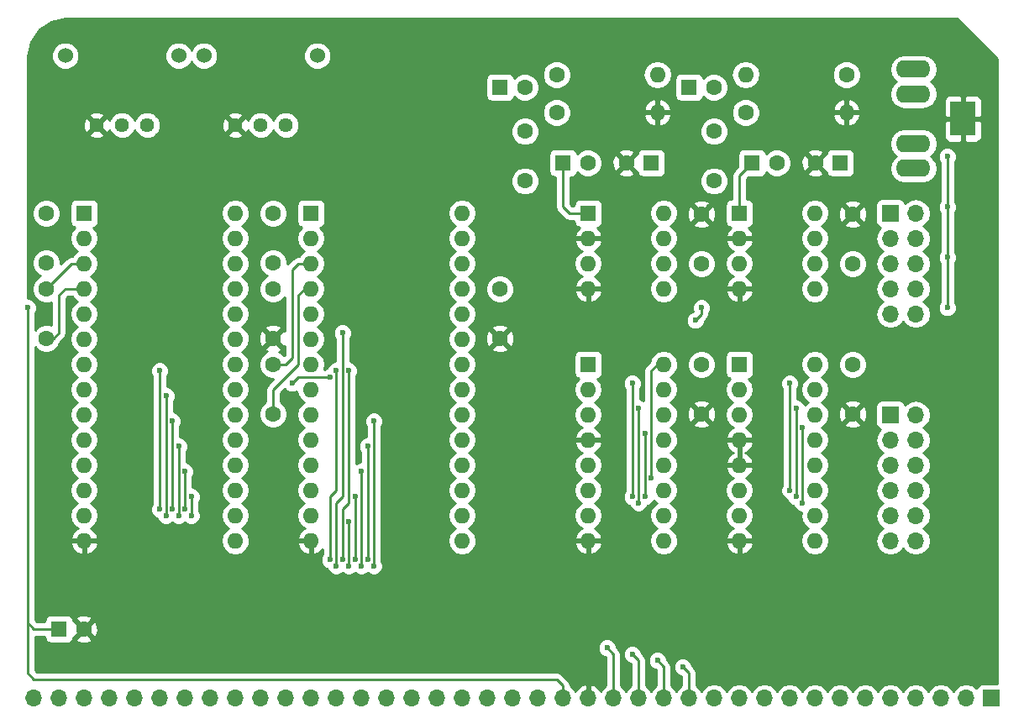
<source format=gbl>
G04 #@! TF.FileFunction,Copper,L2,Bot,Signal*
%FSLAX46Y46*%
G04 Gerber Fmt 4.6, Leading zero omitted, Abs format (unit mm)*
G04 Created by KiCad (PCBNEW 4.0.7) date 09/24/19 14:05:09*
%MOMM*%
%LPD*%
G01*
G04 APERTURE LIST*
%ADD10C,0.100000*%
%ADD11R,1.600000X1.600000*%
%ADD12O,1.600000X1.600000*%
%ADD13C,1.600000*%
%ADD14R,1.700000X1.700000*%
%ADD15O,1.700000X1.700000*%
%ADD16R,2.500000X3.500000*%
%ADD17O,3.500000X1.750000*%
%ADD18C,1.440000*%
%ADD19C,1.524000*%
%ADD20C,0.600000*%
%ADD21C,0.250000*%
%ADD22C,0.254000*%
G04 APERTURE END LIST*
D10*
D11*
X124460000Y-98425000D03*
D12*
X139700000Y-131445000D03*
X124460000Y-100965000D03*
X139700000Y-128905000D03*
X124460000Y-103505000D03*
X139700000Y-126365000D03*
X124460000Y-106045000D03*
X139700000Y-123825000D03*
X124460000Y-108585000D03*
X139700000Y-121285000D03*
X124460000Y-111125000D03*
X139700000Y-118745000D03*
X124460000Y-113665000D03*
X139700000Y-116205000D03*
X124460000Y-116205000D03*
X139700000Y-113665000D03*
X124460000Y-118745000D03*
X139700000Y-111125000D03*
X124460000Y-121285000D03*
X139700000Y-108585000D03*
X124460000Y-123825000D03*
X139700000Y-106045000D03*
X124460000Y-126365000D03*
X139700000Y-103505000D03*
X124460000Y-128905000D03*
X139700000Y-100965000D03*
X124460000Y-131445000D03*
X139700000Y-98425000D03*
D13*
X120650000Y-106045000D03*
X120650000Y-111045000D03*
X163830000Y-103505000D03*
X163830000Y-98505000D03*
X143510000Y-106045000D03*
X143510000Y-111045000D03*
X179070000Y-103505000D03*
X179070000Y-98505000D03*
X179070000Y-113665000D03*
X179070000Y-118665000D03*
X163830000Y-113665000D03*
X163830000Y-118665000D03*
X97790000Y-98425000D03*
X97790000Y-103425000D03*
X120650000Y-98425000D03*
X120650000Y-103425000D03*
D14*
X193040000Y-147320000D03*
D15*
X190500000Y-147320000D03*
X187960000Y-147320000D03*
X185420000Y-147320000D03*
X182880000Y-147320000D03*
X180340000Y-147320000D03*
X177800000Y-147320000D03*
X175260000Y-147320000D03*
X172720000Y-147320000D03*
X170180000Y-147320000D03*
X167640000Y-147320000D03*
X165100000Y-147320000D03*
X162560000Y-147320000D03*
X160020000Y-147320000D03*
X157480000Y-147320000D03*
X154940000Y-147320000D03*
X152400000Y-147320000D03*
X149860000Y-147320000D03*
X147320000Y-147320000D03*
X144780000Y-147320000D03*
X142240000Y-147320000D03*
X139700000Y-147320000D03*
X137160000Y-147320000D03*
X134620000Y-147320000D03*
X132080000Y-147320000D03*
X129540000Y-147320000D03*
X127000000Y-147320000D03*
X124460000Y-147320000D03*
X121920000Y-147320000D03*
X119380000Y-147320000D03*
X116840000Y-147320000D03*
X114300000Y-147320000D03*
X111760000Y-147320000D03*
X109220000Y-147320000D03*
X106680000Y-147320000D03*
X104140000Y-147320000D03*
X101600000Y-147320000D03*
X99060000Y-147320000D03*
X96520000Y-147320000D03*
D13*
X149225000Y-88265000D03*
D12*
X159385000Y-88265000D03*
D13*
X168275000Y-88265000D03*
D12*
X178435000Y-88265000D03*
D13*
X178435000Y-84455000D03*
D12*
X168275000Y-84455000D03*
D13*
X149225000Y-84455000D03*
D12*
X159385000Y-84455000D03*
D13*
X97790000Y-106045000D03*
X97790000Y-111045000D03*
X120650000Y-113665000D03*
X120650000Y-118665000D03*
D11*
X149860000Y-93345000D03*
D13*
X152360000Y-93345000D03*
D11*
X168910000Y-93345000D03*
D13*
X171410000Y-93345000D03*
D11*
X158750000Y-93345000D03*
D13*
X156250000Y-93345000D03*
D11*
X177800000Y-93345000D03*
D13*
X175300000Y-93345000D03*
X146050000Y-90170000D03*
X146050000Y-95170000D03*
X165100000Y-90170000D03*
X165100000Y-95170000D03*
D11*
X143510000Y-85725000D03*
D13*
X146010000Y-85725000D03*
D11*
X162560000Y-85725000D03*
D13*
X165060000Y-85725000D03*
D11*
X99060000Y-140335000D03*
D13*
X101560000Y-140335000D03*
D14*
X182880000Y-98425000D03*
D15*
X185420000Y-98425000D03*
X182880000Y-100965000D03*
X185420000Y-100965000D03*
X182880000Y-103505000D03*
X185420000Y-103505000D03*
X182880000Y-106045000D03*
X185420000Y-106045000D03*
X182880000Y-108585000D03*
X185420000Y-108585000D03*
D16*
X190191000Y-88900000D03*
D17*
X185185000Y-93900000D03*
X185185000Y-83900000D03*
X185185000Y-91400000D03*
X185185000Y-86400000D03*
D11*
X101600000Y-98425000D03*
D12*
X116840000Y-131445000D03*
X101600000Y-100965000D03*
X116840000Y-128905000D03*
X101600000Y-103505000D03*
X116840000Y-126365000D03*
X101600000Y-106045000D03*
X116840000Y-123825000D03*
X101600000Y-108585000D03*
X116840000Y-121285000D03*
X101600000Y-111125000D03*
X116840000Y-118745000D03*
X101600000Y-113665000D03*
X116840000Y-116205000D03*
X101600000Y-116205000D03*
X116840000Y-113665000D03*
X101600000Y-118745000D03*
X116840000Y-111125000D03*
X101600000Y-121285000D03*
X116840000Y-108585000D03*
X101600000Y-123825000D03*
X116840000Y-106045000D03*
X101600000Y-126365000D03*
X116840000Y-103505000D03*
X101600000Y-128905000D03*
X116840000Y-100965000D03*
X101600000Y-131445000D03*
X116840000Y-98425000D03*
D11*
X152400000Y-98425000D03*
D12*
X160020000Y-106045000D03*
X152400000Y-100965000D03*
X160020000Y-103505000D03*
X152400000Y-103505000D03*
X160020000Y-100965000D03*
X152400000Y-106045000D03*
X160020000Y-98425000D03*
D11*
X167640000Y-98425000D03*
D12*
X175260000Y-106045000D03*
X167640000Y-100965000D03*
X175260000Y-103505000D03*
X167640000Y-103505000D03*
X175260000Y-100965000D03*
X167640000Y-106045000D03*
X175260000Y-98425000D03*
D11*
X167640000Y-113665000D03*
D12*
X175260000Y-131445000D03*
X167640000Y-116205000D03*
X175260000Y-128905000D03*
X167640000Y-118745000D03*
X175260000Y-126365000D03*
X167640000Y-121285000D03*
X175260000Y-123825000D03*
X167640000Y-123825000D03*
X175260000Y-121285000D03*
X167640000Y-126365000D03*
X175260000Y-118745000D03*
X167640000Y-128905000D03*
X175260000Y-116205000D03*
X167640000Y-131445000D03*
X175260000Y-113665000D03*
D11*
X152400000Y-113665000D03*
D12*
X160020000Y-131445000D03*
X152400000Y-116205000D03*
X160020000Y-128905000D03*
X152400000Y-118745000D03*
X160020000Y-126365000D03*
X152400000Y-121285000D03*
X160020000Y-123825000D03*
X152400000Y-123825000D03*
X160020000Y-121285000D03*
X152400000Y-126365000D03*
X160020000Y-118745000D03*
X152400000Y-128905000D03*
X160020000Y-116205000D03*
X152400000Y-131445000D03*
X160020000Y-113665000D03*
D14*
X182880000Y-118745000D03*
D15*
X185420000Y-118745000D03*
X182880000Y-121285000D03*
X185420000Y-121285000D03*
X182880000Y-123825000D03*
X185420000Y-123825000D03*
X182880000Y-126365000D03*
X185420000Y-126365000D03*
X182880000Y-128905000D03*
X185420000Y-128905000D03*
X182880000Y-131445000D03*
X185420000Y-131445000D03*
D18*
X107950000Y-89535000D03*
X105410000Y-89535000D03*
X102870000Y-89535000D03*
D19*
X111125000Y-82550000D03*
X99695000Y-82550000D03*
D18*
X121920000Y-89535000D03*
X119380000Y-89535000D03*
X116840000Y-89535000D03*
D19*
X125095000Y-82550000D03*
X113665000Y-82550000D03*
D20*
X158750000Y-125095000D03*
X163195000Y-109220000D03*
X95885000Y-107950000D03*
X163830000Y-107950000D03*
X173990000Y-120015000D03*
X173990000Y-127635000D03*
X173355000Y-118110000D03*
X173355000Y-127000000D03*
X172720000Y-126365000D03*
X172720000Y-115570000D03*
X158115000Y-120650000D03*
X158115000Y-127000000D03*
X157480000Y-118110000D03*
X157480000Y-127635000D03*
X156845000Y-115570000D03*
X156845000Y-127000000D03*
X128270000Y-129540000D03*
X128270000Y-133985000D03*
X161925000Y-144145000D03*
X128905000Y-127000000D03*
X128905000Y-133350000D03*
X159385000Y-143510000D03*
X129540000Y-124460000D03*
X129540000Y-133985000D03*
X156845000Y-142875000D03*
X130175000Y-133350000D03*
X130175000Y-121920000D03*
X154305000Y-142240000D03*
X130810000Y-119380000D03*
X130810000Y-133985000D03*
X128270000Y-114300000D03*
X127635000Y-133350000D03*
X127000000Y-114300000D03*
X126365000Y-133350000D03*
X112395000Y-127000000D03*
X112395000Y-128905000D03*
X111760000Y-124460000D03*
X111760000Y-128270000D03*
X111125000Y-121920000D03*
X111125000Y-128905000D03*
X110490000Y-119380000D03*
X110490000Y-128270000D03*
X109855000Y-116840000D03*
X109855000Y-128905000D03*
X109220000Y-114300000D03*
X109220000Y-128270000D03*
X127635000Y-110490000D03*
X127000000Y-133985000D03*
X188595000Y-92710000D03*
X188595000Y-102870000D03*
X188595000Y-97790000D03*
X188595000Y-107950000D03*
X122555000Y-115570000D03*
X126365000Y-114935000D03*
D21*
X158750000Y-114300000D02*
X159385000Y-113665000D01*
X158750000Y-125095000D02*
X158750000Y-114300000D01*
X159385000Y-113665000D02*
X160020000Y-113665000D01*
X149860000Y-147320000D02*
X149860000Y-146050000D01*
X95885000Y-144780000D02*
X95885000Y-139700000D01*
X96520000Y-145415000D02*
X95885000Y-144780000D01*
X149225000Y-145415000D02*
X96520000Y-145415000D01*
X149860000Y-146050000D02*
X149225000Y-145415000D01*
X163830000Y-107950000D02*
X163830000Y-108585000D01*
X163830000Y-108585000D02*
X163195000Y-109220000D01*
X96520000Y-140335000D02*
X95885000Y-139700000D01*
X96520000Y-140335000D02*
X99060000Y-140335000D01*
X95885000Y-139700000D02*
X95885000Y-107950000D01*
X173990000Y-120015000D02*
X173990000Y-127635000D01*
X173355000Y-118110000D02*
X173355000Y-127000000D01*
X172720000Y-126365000D02*
X172720000Y-115570000D01*
X158115000Y-127000000D02*
X158115000Y-120650000D01*
X157480000Y-127635000D02*
X157480000Y-118110000D01*
X156845000Y-127000000D02*
X156845000Y-115570000D01*
X128270000Y-133985000D02*
X128270000Y-129540000D01*
X162560000Y-144780000D02*
X161925000Y-144145000D01*
X162560000Y-147320000D02*
X162560000Y-144780000D01*
X128905000Y-133350000D02*
X128905000Y-127000000D01*
X160020000Y-144145000D02*
X159385000Y-143510000D01*
X160020000Y-147320000D02*
X160020000Y-144145000D01*
X129540000Y-133985000D02*
X129540000Y-124460000D01*
X157480000Y-143510000D02*
X156845000Y-142875000D01*
X157480000Y-143510000D02*
X157480000Y-147320000D01*
X130175000Y-121920000D02*
X130175000Y-133350000D01*
X154940000Y-142875000D02*
X154305000Y-142240000D01*
X154940000Y-147320000D02*
X154940000Y-142875000D01*
X130810000Y-133985000D02*
X130810000Y-119380000D01*
X127635000Y-128270000D02*
X128270000Y-127635000D01*
X128270000Y-127635000D02*
X128270000Y-114300000D01*
X127635000Y-128270000D02*
X127635000Y-133350000D01*
X126365000Y-133350000D02*
X126365000Y-127000000D01*
X127000000Y-126365000D02*
X127000000Y-114300000D01*
X126365000Y-127000000D02*
X127000000Y-126365000D01*
X112395000Y-128905000D02*
X112395000Y-127000000D01*
X111760000Y-128270000D02*
X111760000Y-124460000D01*
X111125000Y-128905000D02*
X111125000Y-121920000D01*
X110490000Y-128270000D02*
X110490000Y-119380000D01*
X109855000Y-128905000D02*
X109855000Y-116840000D01*
X109220000Y-128270000D02*
X109220000Y-114300000D01*
X127000000Y-127635000D02*
X127635000Y-127000000D01*
X127635000Y-127000000D02*
X127635000Y-110490000D01*
X127000000Y-133985000D02*
X127000000Y-127635000D01*
X152400000Y-98425000D02*
X150495000Y-98425000D01*
X149860000Y-97790000D02*
X149860000Y-93345000D01*
X150495000Y-98425000D02*
X149860000Y-97790000D01*
X167640000Y-98425000D02*
X167640000Y-94615000D01*
X167640000Y-94615000D02*
X168910000Y-93345000D01*
X188595000Y-97790000D02*
X188595000Y-92710000D01*
X188595000Y-97790000D02*
X188595000Y-102870000D01*
X188595000Y-102870000D02*
X188595000Y-107950000D01*
X125095000Y-114935000D02*
X126365000Y-114935000D01*
X123190000Y-114935000D02*
X125095000Y-114935000D01*
X122555000Y-115570000D02*
X123190000Y-114935000D01*
X99695000Y-104140000D02*
X97790000Y-106045000D01*
X100330000Y-103505000D02*
X101600000Y-103505000D01*
X99695000Y-104140000D02*
X100330000Y-103505000D01*
X99060000Y-106680000D02*
X99060000Y-109855000D01*
X99060000Y-106680000D02*
X99695000Y-106045000D01*
X101600000Y-106045000D02*
X99695000Y-106045000D01*
X99060000Y-110490000D02*
X98505000Y-111045000D01*
X99060000Y-109855000D02*
X99060000Y-110490000D01*
X98505000Y-111045000D02*
X97790000Y-111045000D01*
X120650000Y-113665000D02*
X121920000Y-113665000D01*
X123190000Y-103505000D02*
X124460000Y-103505000D01*
X122555000Y-104140000D02*
X123190000Y-103505000D01*
X122555000Y-113030000D02*
X122555000Y-104140000D01*
X121920000Y-113665000D02*
X122555000Y-113030000D01*
X120650000Y-118665000D02*
X120650000Y-116205000D01*
X120650000Y-116205000D02*
X123190000Y-113665000D01*
X123190000Y-113665000D02*
X123190000Y-106680000D01*
X123190000Y-106680000D02*
X123825000Y-106045000D01*
X123825000Y-106045000D02*
X124460000Y-106045000D01*
D22*
G36*
X193600000Y-82844092D02*
X193600000Y-145822560D01*
X192190000Y-145822560D01*
X191954683Y-145866838D01*
X191738559Y-146005910D01*
X191593569Y-146218110D01*
X191579914Y-146285541D01*
X191550054Y-146240853D01*
X191068285Y-145918946D01*
X190500000Y-145805907D01*
X189931715Y-145918946D01*
X189449946Y-146240853D01*
X189230000Y-146570026D01*
X189010054Y-146240853D01*
X188528285Y-145918946D01*
X187960000Y-145805907D01*
X187391715Y-145918946D01*
X186909946Y-146240853D01*
X186690000Y-146570026D01*
X186470054Y-146240853D01*
X185988285Y-145918946D01*
X185420000Y-145805907D01*
X184851715Y-145918946D01*
X184369946Y-146240853D01*
X184150000Y-146570026D01*
X183930054Y-146240853D01*
X183448285Y-145918946D01*
X182880000Y-145805907D01*
X182311715Y-145918946D01*
X181829946Y-146240853D01*
X181610000Y-146570026D01*
X181390054Y-146240853D01*
X180908285Y-145918946D01*
X180340000Y-145805907D01*
X179771715Y-145918946D01*
X179289946Y-146240853D01*
X179070000Y-146570026D01*
X178850054Y-146240853D01*
X178368285Y-145918946D01*
X177800000Y-145805907D01*
X177231715Y-145918946D01*
X176749946Y-146240853D01*
X176530000Y-146570026D01*
X176310054Y-146240853D01*
X175828285Y-145918946D01*
X175260000Y-145805907D01*
X174691715Y-145918946D01*
X174209946Y-146240853D01*
X173990000Y-146570026D01*
X173770054Y-146240853D01*
X173288285Y-145918946D01*
X172720000Y-145805907D01*
X172151715Y-145918946D01*
X171669946Y-146240853D01*
X171450000Y-146570026D01*
X171230054Y-146240853D01*
X170748285Y-145918946D01*
X170180000Y-145805907D01*
X169611715Y-145918946D01*
X169129946Y-146240853D01*
X168910000Y-146570026D01*
X168690054Y-146240853D01*
X168208285Y-145918946D01*
X167640000Y-145805907D01*
X167071715Y-145918946D01*
X166589946Y-146240853D01*
X166370000Y-146570026D01*
X166150054Y-146240853D01*
X165668285Y-145918946D01*
X165100000Y-145805907D01*
X164531715Y-145918946D01*
X164049946Y-146240853D01*
X163830000Y-146570026D01*
X163610054Y-146240853D01*
X163320000Y-146047046D01*
X163320000Y-144780000D01*
X163262148Y-144489161D01*
X163097401Y-144242599D01*
X162860122Y-144005320D01*
X162860162Y-143959833D01*
X162718117Y-143616057D01*
X162455327Y-143352808D01*
X162111799Y-143210162D01*
X161739833Y-143209838D01*
X161396057Y-143351883D01*
X161132808Y-143614673D01*
X160990162Y-143958201D01*
X160989838Y-144330167D01*
X161131883Y-144673943D01*
X161394673Y-144937192D01*
X161738201Y-145079838D01*
X161785077Y-145079879D01*
X161800000Y-145094802D01*
X161800000Y-146047046D01*
X161509946Y-146240853D01*
X161290000Y-146570026D01*
X161070054Y-146240853D01*
X160780000Y-146047046D01*
X160780000Y-144145000D01*
X160722148Y-143854161D01*
X160557401Y-143607599D01*
X160320122Y-143370320D01*
X160320162Y-143324833D01*
X160178117Y-142981057D01*
X159915327Y-142717808D01*
X159571799Y-142575162D01*
X159199833Y-142574838D01*
X158856057Y-142716883D01*
X158592808Y-142979673D01*
X158450162Y-143323201D01*
X158449838Y-143695167D01*
X158591883Y-144038943D01*
X158854673Y-144302192D01*
X159198201Y-144444838D01*
X159245077Y-144444879D01*
X159260000Y-144459802D01*
X159260000Y-146047046D01*
X158969946Y-146240853D01*
X158750000Y-146570026D01*
X158530054Y-146240853D01*
X158240000Y-146047046D01*
X158240000Y-143510000D01*
X158182148Y-143219161D01*
X158017401Y-142972599D01*
X157780122Y-142735320D01*
X157780162Y-142689833D01*
X157638117Y-142346057D01*
X157375327Y-142082808D01*
X157031799Y-141940162D01*
X156659833Y-141939838D01*
X156316057Y-142081883D01*
X156052808Y-142344673D01*
X155910162Y-142688201D01*
X155909838Y-143060167D01*
X156051883Y-143403943D01*
X156314673Y-143667192D01*
X156658201Y-143809838D01*
X156705077Y-143809879D01*
X156720000Y-143824802D01*
X156720000Y-146047046D01*
X156429946Y-146240853D01*
X156210000Y-146570026D01*
X155990054Y-146240853D01*
X155700000Y-146047046D01*
X155700000Y-142875000D01*
X155642148Y-142584161D01*
X155477401Y-142337599D01*
X155240122Y-142100320D01*
X155240162Y-142054833D01*
X155098117Y-141711057D01*
X154835327Y-141447808D01*
X154491799Y-141305162D01*
X154119833Y-141304838D01*
X153776057Y-141446883D01*
X153512808Y-141709673D01*
X153370162Y-142053201D01*
X153369838Y-142425167D01*
X153511883Y-142768943D01*
X153774673Y-143032192D01*
X154118201Y-143174838D01*
X154165077Y-143174879D01*
X154180000Y-143189802D01*
X154180000Y-146047046D01*
X153889946Y-146240853D01*
X153662298Y-146581553D01*
X153595183Y-146438642D01*
X153166924Y-146048355D01*
X152756890Y-145878524D01*
X152527000Y-145999845D01*
X152527000Y-147193000D01*
X152547000Y-147193000D01*
X152547000Y-147447000D01*
X152527000Y-147447000D01*
X152527000Y-147467000D01*
X152273000Y-147467000D01*
X152273000Y-147447000D01*
X152253000Y-147447000D01*
X152253000Y-147193000D01*
X152273000Y-147193000D01*
X152273000Y-145999845D01*
X152043110Y-145878524D01*
X151633076Y-146048355D01*
X151204817Y-146438642D01*
X151137702Y-146581553D01*
X150910054Y-146240853D01*
X150619322Y-146046593D01*
X150562148Y-145759161D01*
X150397401Y-145512599D01*
X149762401Y-144877599D01*
X149515839Y-144712852D01*
X149225000Y-144655000D01*
X96834802Y-144655000D01*
X96645000Y-144465198D01*
X96645000Y-141095000D01*
X97612560Y-141095000D01*
X97612560Y-141135000D01*
X97656838Y-141370317D01*
X97795910Y-141586441D01*
X98008110Y-141731431D01*
X98260000Y-141782440D01*
X99860000Y-141782440D01*
X100095317Y-141738162D01*
X100311441Y-141599090D01*
X100456431Y-141386890D01*
X100465370Y-141342745D01*
X100731861Y-141342745D01*
X100805995Y-141588864D01*
X101343223Y-141781965D01*
X101913454Y-141754778D01*
X102314005Y-141588864D01*
X102388139Y-141342745D01*
X101560000Y-140514605D01*
X100731861Y-141342745D01*
X100465370Y-141342745D01*
X100504646Y-141148799D01*
X100552255Y-141163139D01*
X101380395Y-140335000D01*
X101739605Y-140335000D01*
X102567745Y-141163139D01*
X102813864Y-141089005D01*
X103006965Y-140551777D01*
X102979778Y-139981546D01*
X102813864Y-139580995D01*
X102567745Y-139506861D01*
X101739605Y-140335000D01*
X101380395Y-140335000D01*
X100552255Y-139506861D01*
X100504833Y-139521145D01*
X100468351Y-139327255D01*
X100731861Y-139327255D01*
X101560000Y-140155395D01*
X102388139Y-139327255D01*
X102314005Y-139081136D01*
X101776777Y-138888035D01*
X101206546Y-138915222D01*
X100805995Y-139081136D01*
X100731861Y-139327255D01*
X100468351Y-139327255D01*
X100463162Y-139299683D01*
X100324090Y-139083559D01*
X100111890Y-138938569D01*
X99860000Y-138887560D01*
X98260000Y-138887560D01*
X98024683Y-138931838D01*
X97808559Y-139070910D01*
X97663569Y-139283110D01*
X97612560Y-139535000D01*
X97612560Y-139575000D01*
X96834802Y-139575000D01*
X96645000Y-139385198D01*
X96645000Y-131794039D01*
X100208096Y-131794039D01*
X100368959Y-132182423D01*
X100744866Y-132597389D01*
X101250959Y-132836914D01*
X101473000Y-132715629D01*
X101473000Y-131572000D01*
X101727000Y-131572000D01*
X101727000Y-132715629D01*
X101949041Y-132836914D01*
X102455134Y-132597389D01*
X102831041Y-132182423D01*
X102991904Y-131794039D01*
X102869915Y-131572000D01*
X101727000Y-131572000D01*
X101473000Y-131572000D01*
X100330085Y-131572000D01*
X100208096Y-131794039D01*
X96645000Y-131794039D01*
X96645000Y-111929169D01*
X96976077Y-112260824D01*
X97503309Y-112479750D01*
X98074187Y-112480248D01*
X98601800Y-112262243D01*
X99005824Y-111858923D01*
X99176207Y-111448595D01*
X99597401Y-111027401D01*
X99762148Y-110780839D01*
X99820000Y-110490000D01*
X99820000Y-106994802D01*
X100009802Y-106805000D01*
X100387005Y-106805000D01*
X100557189Y-107059698D01*
X100939275Y-107315000D01*
X100557189Y-107570302D01*
X100246120Y-108035849D01*
X100136887Y-108585000D01*
X100246120Y-109134151D01*
X100557189Y-109599698D01*
X100939275Y-109855000D01*
X100557189Y-110110302D01*
X100246120Y-110575849D01*
X100136887Y-111125000D01*
X100246120Y-111674151D01*
X100557189Y-112139698D01*
X100939275Y-112395000D01*
X100557189Y-112650302D01*
X100246120Y-113115849D01*
X100136887Y-113665000D01*
X100246120Y-114214151D01*
X100557189Y-114679698D01*
X100939275Y-114935000D01*
X100557189Y-115190302D01*
X100246120Y-115655849D01*
X100136887Y-116205000D01*
X100246120Y-116754151D01*
X100557189Y-117219698D01*
X100939275Y-117475000D01*
X100557189Y-117730302D01*
X100246120Y-118195849D01*
X100136887Y-118745000D01*
X100246120Y-119294151D01*
X100557189Y-119759698D01*
X100939275Y-120015000D01*
X100557189Y-120270302D01*
X100246120Y-120735849D01*
X100136887Y-121285000D01*
X100246120Y-121834151D01*
X100557189Y-122299698D01*
X100939275Y-122555000D01*
X100557189Y-122810302D01*
X100246120Y-123275849D01*
X100136887Y-123825000D01*
X100246120Y-124374151D01*
X100557189Y-124839698D01*
X100939275Y-125095000D01*
X100557189Y-125350302D01*
X100246120Y-125815849D01*
X100136887Y-126365000D01*
X100246120Y-126914151D01*
X100557189Y-127379698D01*
X100939275Y-127635000D01*
X100557189Y-127890302D01*
X100246120Y-128355849D01*
X100136887Y-128905000D01*
X100246120Y-129454151D01*
X100557189Y-129919698D01*
X100961703Y-130189986D01*
X100744866Y-130292611D01*
X100368959Y-130707577D01*
X100208096Y-131095961D01*
X100330085Y-131318000D01*
X101473000Y-131318000D01*
X101473000Y-131298000D01*
X101727000Y-131298000D01*
X101727000Y-131318000D01*
X102869915Y-131318000D01*
X102991904Y-131095961D01*
X102831041Y-130707577D01*
X102455134Y-130292611D01*
X102238297Y-130189986D01*
X102642811Y-129919698D01*
X102953880Y-129454151D01*
X103063113Y-128905000D01*
X102953880Y-128355849D01*
X102642811Y-127890302D01*
X102260725Y-127635000D01*
X102642811Y-127379698D01*
X102953880Y-126914151D01*
X103063113Y-126365000D01*
X102953880Y-125815849D01*
X102642811Y-125350302D01*
X102260725Y-125095000D01*
X102642811Y-124839698D01*
X102953880Y-124374151D01*
X103063113Y-123825000D01*
X102953880Y-123275849D01*
X102642811Y-122810302D01*
X102260725Y-122555000D01*
X102642811Y-122299698D01*
X102953880Y-121834151D01*
X103063113Y-121285000D01*
X102953880Y-120735849D01*
X102642811Y-120270302D01*
X102260725Y-120015000D01*
X102642811Y-119759698D01*
X102953880Y-119294151D01*
X103063113Y-118745000D01*
X102953880Y-118195849D01*
X102642811Y-117730302D01*
X102260725Y-117475000D01*
X102642811Y-117219698D01*
X102953880Y-116754151D01*
X103063113Y-116205000D01*
X102953880Y-115655849D01*
X102642811Y-115190302D01*
X102260725Y-114935000D01*
X102642811Y-114679698D01*
X102772792Y-114485167D01*
X108284838Y-114485167D01*
X108426883Y-114828943D01*
X108460000Y-114862118D01*
X108460000Y-127707537D01*
X108427808Y-127739673D01*
X108285162Y-128083201D01*
X108284838Y-128455167D01*
X108426883Y-128798943D01*
X108689673Y-129062192D01*
X108953554Y-129171765D01*
X109061883Y-129433943D01*
X109324673Y-129697192D01*
X109668201Y-129839838D01*
X110040167Y-129840162D01*
X110383943Y-129698117D01*
X110489954Y-129592290D01*
X110594673Y-129697192D01*
X110938201Y-129839838D01*
X111310167Y-129840162D01*
X111653943Y-129698117D01*
X111759954Y-129592290D01*
X111864673Y-129697192D01*
X112208201Y-129839838D01*
X112580167Y-129840162D01*
X112923943Y-129698117D01*
X113187192Y-129435327D01*
X113329838Y-129091799D01*
X113330162Y-128719833D01*
X113188117Y-128376057D01*
X113155000Y-128342882D01*
X113155000Y-127562463D01*
X113187192Y-127530327D01*
X113329838Y-127186799D01*
X113330162Y-126814833D01*
X113188117Y-126471057D01*
X112925327Y-126207808D01*
X112581799Y-126065162D01*
X112520000Y-126065108D01*
X112520000Y-125022463D01*
X112552192Y-124990327D01*
X112694838Y-124646799D01*
X112695162Y-124274833D01*
X112553117Y-123931057D01*
X112290327Y-123667808D01*
X111946799Y-123525162D01*
X111885000Y-123525108D01*
X111885000Y-122482463D01*
X111917192Y-122450327D01*
X112059838Y-122106799D01*
X112060162Y-121734833D01*
X111918117Y-121391057D01*
X111655327Y-121127808D01*
X111311799Y-120985162D01*
X111250000Y-120985108D01*
X111250000Y-119942463D01*
X111282192Y-119910327D01*
X111424838Y-119566799D01*
X111425162Y-119194833D01*
X111283117Y-118851057D01*
X111020327Y-118587808D01*
X110676799Y-118445162D01*
X110615000Y-118445108D01*
X110615000Y-117402463D01*
X110647192Y-117370327D01*
X110789838Y-117026799D01*
X110790162Y-116654833D01*
X110648117Y-116311057D01*
X110385327Y-116047808D01*
X110041799Y-115905162D01*
X109980000Y-115905108D01*
X109980000Y-114862463D01*
X110012192Y-114830327D01*
X110154838Y-114486799D01*
X110155162Y-114114833D01*
X110013117Y-113771057D01*
X109750327Y-113507808D01*
X109406799Y-113365162D01*
X109034833Y-113364838D01*
X108691057Y-113506883D01*
X108427808Y-113769673D01*
X108285162Y-114113201D01*
X108284838Y-114485167D01*
X102772792Y-114485167D01*
X102953880Y-114214151D01*
X103063113Y-113665000D01*
X102953880Y-113115849D01*
X102642811Y-112650302D01*
X102260725Y-112395000D01*
X102642811Y-112139698D01*
X102953880Y-111674151D01*
X103063113Y-111125000D01*
X102953880Y-110575849D01*
X102642811Y-110110302D01*
X102260725Y-109855000D01*
X102642811Y-109599698D01*
X102953880Y-109134151D01*
X103063113Y-108585000D01*
X102953880Y-108035849D01*
X102642811Y-107570302D01*
X102260725Y-107315000D01*
X102642811Y-107059698D01*
X102953880Y-106594151D01*
X103063113Y-106045000D01*
X102953880Y-105495849D01*
X102642811Y-105030302D01*
X102260725Y-104775000D01*
X102642811Y-104519698D01*
X102953880Y-104054151D01*
X103063113Y-103505000D01*
X102953880Y-102955849D01*
X102642811Y-102490302D01*
X102260725Y-102235000D01*
X102642811Y-101979698D01*
X102953880Y-101514151D01*
X103063113Y-100965000D01*
X102953880Y-100415849D01*
X102642811Y-99950302D01*
X102498535Y-99853899D01*
X102635317Y-99828162D01*
X102851441Y-99689090D01*
X102996431Y-99476890D01*
X103047440Y-99225000D01*
X103047440Y-98425000D01*
X115376887Y-98425000D01*
X115486120Y-98974151D01*
X115797189Y-99439698D01*
X116179275Y-99695000D01*
X115797189Y-99950302D01*
X115486120Y-100415849D01*
X115376887Y-100965000D01*
X115486120Y-101514151D01*
X115797189Y-101979698D01*
X116179275Y-102235000D01*
X115797189Y-102490302D01*
X115486120Y-102955849D01*
X115376887Y-103505000D01*
X115486120Y-104054151D01*
X115797189Y-104519698D01*
X116179275Y-104775000D01*
X115797189Y-105030302D01*
X115486120Y-105495849D01*
X115376887Y-106045000D01*
X115486120Y-106594151D01*
X115797189Y-107059698D01*
X116179275Y-107315000D01*
X115797189Y-107570302D01*
X115486120Y-108035849D01*
X115376887Y-108585000D01*
X115486120Y-109134151D01*
X115797189Y-109599698D01*
X116179275Y-109855000D01*
X115797189Y-110110302D01*
X115486120Y-110575849D01*
X115376887Y-111125000D01*
X115486120Y-111674151D01*
X115797189Y-112139698D01*
X116179275Y-112395000D01*
X115797189Y-112650302D01*
X115486120Y-113115849D01*
X115376887Y-113665000D01*
X115486120Y-114214151D01*
X115797189Y-114679698D01*
X116179275Y-114935000D01*
X115797189Y-115190302D01*
X115486120Y-115655849D01*
X115376887Y-116205000D01*
X115486120Y-116754151D01*
X115797189Y-117219698D01*
X116179275Y-117475000D01*
X115797189Y-117730302D01*
X115486120Y-118195849D01*
X115376887Y-118745000D01*
X115486120Y-119294151D01*
X115797189Y-119759698D01*
X116179275Y-120015000D01*
X115797189Y-120270302D01*
X115486120Y-120735849D01*
X115376887Y-121285000D01*
X115486120Y-121834151D01*
X115797189Y-122299698D01*
X116179275Y-122555000D01*
X115797189Y-122810302D01*
X115486120Y-123275849D01*
X115376887Y-123825000D01*
X115486120Y-124374151D01*
X115797189Y-124839698D01*
X116179275Y-125095000D01*
X115797189Y-125350302D01*
X115486120Y-125815849D01*
X115376887Y-126365000D01*
X115486120Y-126914151D01*
X115797189Y-127379698D01*
X116179275Y-127635000D01*
X115797189Y-127890302D01*
X115486120Y-128355849D01*
X115376887Y-128905000D01*
X115486120Y-129454151D01*
X115797189Y-129919698D01*
X116179275Y-130175000D01*
X115797189Y-130430302D01*
X115486120Y-130895849D01*
X115376887Y-131445000D01*
X115486120Y-131994151D01*
X115797189Y-132459698D01*
X116262736Y-132770767D01*
X116811887Y-132880000D01*
X116868113Y-132880000D01*
X117417264Y-132770767D01*
X117882811Y-132459698D01*
X118193880Y-131994151D01*
X118233684Y-131794039D01*
X123068096Y-131794039D01*
X123228959Y-132182423D01*
X123604866Y-132597389D01*
X124110959Y-132836914D01*
X124333000Y-132715629D01*
X124333000Y-131572000D01*
X123190085Y-131572000D01*
X123068096Y-131794039D01*
X118233684Y-131794039D01*
X118303113Y-131445000D01*
X118193880Y-130895849D01*
X117882811Y-130430302D01*
X117500725Y-130175000D01*
X117882811Y-129919698D01*
X118193880Y-129454151D01*
X118303113Y-128905000D01*
X118193880Y-128355849D01*
X117882811Y-127890302D01*
X117500725Y-127635000D01*
X117882811Y-127379698D01*
X118193880Y-126914151D01*
X118303113Y-126365000D01*
X118193880Y-125815849D01*
X117882811Y-125350302D01*
X117500725Y-125095000D01*
X117882811Y-124839698D01*
X118193880Y-124374151D01*
X118303113Y-123825000D01*
X118193880Y-123275849D01*
X117882811Y-122810302D01*
X117500725Y-122555000D01*
X117882811Y-122299698D01*
X118193880Y-121834151D01*
X118303113Y-121285000D01*
X118193880Y-120735849D01*
X117882811Y-120270302D01*
X117500725Y-120015000D01*
X117882811Y-119759698D01*
X118193880Y-119294151D01*
X118303113Y-118745000D01*
X118193880Y-118195849D01*
X117882811Y-117730302D01*
X117500725Y-117475000D01*
X117882811Y-117219698D01*
X118193880Y-116754151D01*
X118303113Y-116205000D01*
X118193880Y-115655849D01*
X117882811Y-115190302D01*
X117500725Y-114935000D01*
X117882811Y-114679698D01*
X118193880Y-114214151D01*
X118303113Y-113665000D01*
X118193880Y-113115849D01*
X117882811Y-112650302D01*
X117500725Y-112395000D01*
X117882811Y-112139698D01*
X118193880Y-111674151D01*
X118303113Y-111125000D01*
X118244081Y-110828223D01*
X119203035Y-110828223D01*
X119230222Y-111398454D01*
X119396136Y-111799005D01*
X119642255Y-111873139D01*
X120470395Y-111045000D01*
X119642255Y-110216861D01*
X119396136Y-110290995D01*
X119203035Y-110828223D01*
X118244081Y-110828223D01*
X118193880Y-110575849D01*
X117882811Y-110110302D01*
X117773489Y-110037255D01*
X119821861Y-110037255D01*
X120650000Y-110865395D01*
X121478139Y-110037255D01*
X121404005Y-109791136D01*
X120866777Y-109598035D01*
X120296546Y-109625222D01*
X119895995Y-109791136D01*
X119821861Y-110037255D01*
X117773489Y-110037255D01*
X117500725Y-109855000D01*
X117882811Y-109599698D01*
X118193880Y-109134151D01*
X118303113Y-108585000D01*
X118193880Y-108035849D01*
X117882811Y-107570302D01*
X117500725Y-107315000D01*
X117882811Y-107059698D01*
X118193880Y-106594151D01*
X118303113Y-106045000D01*
X118193880Y-105495849D01*
X117882811Y-105030302D01*
X117500725Y-104775000D01*
X117882811Y-104519698D01*
X118193880Y-104054151D01*
X118262497Y-103709187D01*
X119214752Y-103709187D01*
X119432757Y-104236800D01*
X119836077Y-104640824D01*
X120062784Y-104734961D01*
X119838200Y-104827757D01*
X119434176Y-105231077D01*
X119215250Y-105758309D01*
X119214752Y-106329187D01*
X119432757Y-106856800D01*
X119836077Y-107260824D01*
X120363309Y-107479750D01*
X120934187Y-107480248D01*
X121461800Y-107262243D01*
X121795000Y-106929624D01*
X121795000Y-110258204D01*
X121657745Y-110216861D01*
X120829605Y-111045000D01*
X121657745Y-111873139D01*
X121795000Y-111831796D01*
X121795000Y-112715198D01*
X121762212Y-112747986D01*
X121463923Y-112449176D01*
X121252782Y-112361503D01*
X121404005Y-112298864D01*
X121478139Y-112052745D01*
X120650000Y-111224605D01*
X119821861Y-112052745D01*
X119895995Y-112298864D01*
X120057796Y-112357022D01*
X119838200Y-112447757D01*
X119434176Y-112851077D01*
X119215250Y-113378309D01*
X119214752Y-113949187D01*
X119432757Y-114476800D01*
X119836077Y-114880824D01*
X120363309Y-115099750D01*
X120680172Y-115100026D01*
X120112599Y-115667599D01*
X119947852Y-115914161D01*
X119890000Y-116205000D01*
X119890000Y-117426354D01*
X119838200Y-117447757D01*
X119434176Y-117851077D01*
X119215250Y-118378309D01*
X119214752Y-118949187D01*
X119432757Y-119476800D01*
X119836077Y-119880824D01*
X120363309Y-120099750D01*
X120934187Y-120100248D01*
X121461800Y-119882243D01*
X121865824Y-119478923D01*
X122084750Y-118951691D01*
X122085248Y-118380813D01*
X121867243Y-117853200D01*
X121463923Y-117449176D01*
X121410000Y-117426785D01*
X121410000Y-116519802D01*
X121796341Y-116133461D01*
X122024673Y-116362192D01*
X122368201Y-116504838D01*
X122740167Y-116505162D01*
X123032561Y-116384347D01*
X123106120Y-116754151D01*
X123417189Y-117219698D01*
X123799275Y-117475000D01*
X123417189Y-117730302D01*
X123106120Y-118195849D01*
X122996887Y-118745000D01*
X123106120Y-119294151D01*
X123417189Y-119759698D01*
X123799275Y-120015000D01*
X123417189Y-120270302D01*
X123106120Y-120735849D01*
X122996887Y-121285000D01*
X123106120Y-121834151D01*
X123417189Y-122299698D01*
X123799275Y-122555000D01*
X123417189Y-122810302D01*
X123106120Y-123275849D01*
X122996887Y-123825000D01*
X123106120Y-124374151D01*
X123417189Y-124839698D01*
X123799275Y-125095000D01*
X123417189Y-125350302D01*
X123106120Y-125815849D01*
X122996887Y-126365000D01*
X123106120Y-126914151D01*
X123417189Y-127379698D01*
X123799275Y-127635000D01*
X123417189Y-127890302D01*
X123106120Y-128355849D01*
X122996887Y-128905000D01*
X123106120Y-129454151D01*
X123417189Y-129919698D01*
X123821703Y-130189986D01*
X123604866Y-130292611D01*
X123228959Y-130707577D01*
X123068096Y-131095961D01*
X123190085Y-131318000D01*
X124333000Y-131318000D01*
X124333000Y-131298000D01*
X124587000Y-131298000D01*
X124587000Y-131318000D01*
X124607000Y-131318000D01*
X124607000Y-131572000D01*
X124587000Y-131572000D01*
X124587000Y-132715629D01*
X124809041Y-132836914D01*
X125315134Y-132597389D01*
X125605000Y-132277404D01*
X125605000Y-132787537D01*
X125572808Y-132819673D01*
X125430162Y-133163201D01*
X125429838Y-133535167D01*
X125571883Y-133878943D01*
X125834673Y-134142192D01*
X126098554Y-134251765D01*
X126206883Y-134513943D01*
X126469673Y-134777192D01*
X126813201Y-134919838D01*
X127185167Y-134920162D01*
X127528943Y-134778117D01*
X127634954Y-134672290D01*
X127739673Y-134777192D01*
X128083201Y-134919838D01*
X128455167Y-134920162D01*
X128798943Y-134778117D01*
X128904954Y-134672290D01*
X129009673Y-134777192D01*
X129353201Y-134919838D01*
X129725167Y-134920162D01*
X130068943Y-134778117D01*
X130174954Y-134672290D01*
X130279673Y-134777192D01*
X130623201Y-134919838D01*
X130995167Y-134920162D01*
X131338943Y-134778117D01*
X131602192Y-134515327D01*
X131744838Y-134171799D01*
X131745162Y-133799833D01*
X131603117Y-133456057D01*
X131570000Y-133422882D01*
X131570000Y-119942463D01*
X131602192Y-119910327D01*
X131744838Y-119566799D01*
X131745162Y-119194833D01*
X131603117Y-118851057D01*
X131340327Y-118587808D01*
X130996799Y-118445162D01*
X130624833Y-118444838D01*
X130281057Y-118586883D01*
X130017808Y-118849673D01*
X129875162Y-119193201D01*
X129874838Y-119565167D01*
X130016883Y-119908943D01*
X130050000Y-119942118D01*
X130050000Y-120984890D01*
X129989833Y-120984838D01*
X129646057Y-121126883D01*
X129382808Y-121389673D01*
X129240162Y-121733201D01*
X129239838Y-122105167D01*
X129381883Y-122448943D01*
X129415000Y-122482118D01*
X129415000Y-123524890D01*
X129354833Y-123524838D01*
X129030000Y-123659056D01*
X129030000Y-114862463D01*
X129062192Y-114830327D01*
X129204838Y-114486799D01*
X129205162Y-114114833D01*
X129063117Y-113771057D01*
X128800327Y-113507808D01*
X128456799Y-113365162D01*
X128395000Y-113365108D01*
X128395000Y-111052463D01*
X128427192Y-111020327D01*
X128569838Y-110676799D01*
X128570162Y-110304833D01*
X128428117Y-109961057D01*
X128165327Y-109697808D01*
X127821799Y-109555162D01*
X127449833Y-109554838D01*
X127106057Y-109696883D01*
X126842808Y-109959673D01*
X126700162Y-110303201D01*
X126699838Y-110675167D01*
X126841883Y-111018943D01*
X126875000Y-111052118D01*
X126875000Y-113364890D01*
X126814833Y-113364838D01*
X126471057Y-113506883D01*
X126207808Y-113769673D01*
X126098235Y-114033554D01*
X125836057Y-114141883D01*
X125826322Y-114151601D01*
X125923113Y-113665000D01*
X125813880Y-113115849D01*
X125502811Y-112650302D01*
X125120725Y-112395000D01*
X125502811Y-112139698D01*
X125813880Y-111674151D01*
X125923113Y-111125000D01*
X125813880Y-110575849D01*
X125502811Y-110110302D01*
X125120725Y-109855000D01*
X125502811Y-109599698D01*
X125813880Y-109134151D01*
X125923113Y-108585000D01*
X125813880Y-108035849D01*
X125502811Y-107570302D01*
X125120725Y-107315000D01*
X125502811Y-107059698D01*
X125813880Y-106594151D01*
X125923113Y-106045000D01*
X125813880Y-105495849D01*
X125502811Y-105030302D01*
X125120725Y-104775000D01*
X125502811Y-104519698D01*
X125813880Y-104054151D01*
X125923113Y-103505000D01*
X125813880Y-102955849D01*
X125502811Y-102490302D01*
X125120725Y-102235000D01*
X125502811Y-101979698D01*
X125813880Y-101514151D01*
X125923113Y-100965000D01*
X125813880Y-100415849D01*
X125502811Y-99950302D01*
X125358535Y-99853899D01*
X125495317Y-99828162D01*
X125711441Y-99689090D01*
X125856431Y-99476890D01*
X125907440Y-99225000D01*
X125907440Y-98425000D01*
X138236887Y-98425000D01*
X138346120Y-98974151D01*
X138657189Y-99439698D01*
X139039275Y-99695000D01*
X138657189Y-99950302D01*
X138346120Y-100415849D01*
X138236887Y-100965000D01*
X138346120Y-101514151D01*
X138657189Y-101979698D01*
X139039275Y-102235000D01*
X138657189Y-102490302D01*
X138346120Y-102955849D01*
X138236887Y-103505000D01*
X138346120Y-104054151D01*
X138657189Y-104519698D01*
X139039275Y-104775000D01*
X138657189Y-105030302D01*
X138346120Y-105495849D01*
X138236887Y-106045000D01*
X138346120Y-106594151D01*
X138657189Y-107059698D01*
X139039275Y-107315000D01*
X138657189Y-107570302D01*
X138346120Y-108035849D01*
X138236887Y-108585000D01*
X138346120Y-109134151D01*
X138657189Y-109599698D01*
X139039275Y-109855000D01*
X138657189Y-110110302D01*
X138346120Y-110575849D01*
X138236887Y-111125000D01*
X138346120Y-111674151D01*
X138657189Y-112139698D01*
X139039275Y-112395000D01*
X138657189Y-112650302D01*
X138346120Y-113115849D01*
X138236887Y-113665000D01*
X138346120Y-114214151D01*
X138657189Y-114679698D01*
X139039275Y-114935000D01*
X138657189Y-115190302D01*
X138346120Y-115655849D01*
X138236887Y-116205000D01*
X138346120Y-116754151D01*
X138657189Y-117219698D01*
X139039275Y-117475000D01*
X138657189Y-117730302D01*
X138346120Y-118195849D01*
X138236887Y-118745000D01*
X138346120Y-119294151D01*
X138657189Y-119759698D01*
X139039275Y-120015000D01*
X138657189Y-120270302D01*
X138346120Y-120735849D01*
X138236887Y-121285000D01*
X138346120Y-121834151D01*
X138657189Y-122299698D01*
X139039275Y-122555000D01*
X138657189Y-122810302D01*
X138346120Y-123275849D01*
X138236887Y-123825000D01*
X138346120Y-124374151D01*
X138657189Y-124839698D01*
X139039275Y-125095000D01*
X138657189Y-125350302D01*
X138346120Y-125815849D01*
X138236887Y-126365000D01*
X138346120Y-126914151D01*
X138657189Y-127379698D01*
X139039275Y-127635000D01*
X138657189Y-127890302D01*
X138346120Y-128355849D01*
X138236887Y-128905000D01*
X138346120Y-129454151D01*
X138657189Y-129919698D01*
X139039275Y-130175000D01*
X138657189Y-130430302D01*
X138346120Y-130895849D01*
X138236887Y-131445000D01*
X138346120Y-131994151D01*
X138657189Y-132459698D01*
X139122736Y-132770767D01*
X139671887Y-132880000D01*
X139728113Y-132880000D01*
X140277264Y-132770767D01*
X140742811Y-132459698D01*
X141053880Y-131994151D01*
X141093684Y-131794039D01*
X151008096Y-131794039D01*
X151168959Y-132182423D01*
X151544866Y-132597389D01*
X152050959Y-132836914D01*
X152273000Y-132715629D01*
X152273000Y-131572000D01*
X152527000Y-131572000D01*
X152527000Y-132715629D01*
X152749041Y-132836914D01*
X153255134Y-132597389D01*
X153631041Y-132182423D01*
X153791904Y-131794039D01*
X153669915Y-131572000D01*
X152527000Y-131572000D01*
X152273000Y-131572000D01*
X151130085Y-131572000D01*
X151008096Y-131794039D01*
X141093684Y-131794039D01*
X141163113Y-131445000D01*
X141053880Y-130895849D01*
X140742811Y-130430302D01*
X140360725Y-130175000D01*
X140742811Y-129919698D01*
X141053880Y-129454151D01*
X141163113Y-128905000D01*
X141053880Y-128355849D01*
X140742811Y-127890302D01*
X140360725Y-127635000D01*
X140742811Y-127379698D01*
X141053880Y-126914151D01*
X141163113Y-126365000D01*
X141053880Y-125815849D01*
X140742811Y-125350302D01*
X140360725Y-125095000D01*
X140742811Y-124839698D01*
X141053880Y-124374151D01*
X141163113Y-123825000D01*
X150936887Y-123825000D01*
X151046120Y-124374151D01*
X151357189Y-124839698D01*
X151739275Y-125095000D01*
X151357189Y-125350302D01*
X151046120Y-125815849D01*
X150936887Y-126365000D01*
X151046120Y-126914151D01*
X151357189Y-127379698D01*
X151739275Y-127635000D01*
X151357189Y-127890302D01*
X151046120Y-128355849D01*
X150936887Y-128905000D01*
X151046120Y-129454151D01*
X151357189Y-129919698D01*
X151761703Y-130189986D01*
X151544866Y-130292611D01*
X151168959Y-130707577D01*
X151008096Y-131095961D01*
X151130085Y-131318000D01*
X152273000Y-131318000D01*
X152273000Y-131298000D01*
X152527000Y-131298000D01*
X152527000Y-131318000D01*
X153669915Y-131318000D01*
X153791904Y-131095961D01*
X153631041Y-130707577D01*
X153255134Y-130292611D01*
X153038297Y-130189986D01*
X153442811Y-129919698D01*
X153753880Y-129454151D01*
X153863113Y-128905000D01*
X153753880Y-128355849D01*
X153442811Y-127890302D01*
X153060725Y-127635000D01*
X153442811Y-127379698D01*
X153753880Y-126914151D01*
X153863113Y-126365000D01*
X153753880Y-125815849D01*
X153442811Y-125350302D01*
X153060725Y-125095000D01*
X153442811Y-124839698D01*
X153753880Y-124374151D01*
X153863113Y-123825000D01*
X153753880Y-123275849D01*
X153442811Y-122810302D01*
X153038297Y-122540014D01*
X153255134Y-122437389D01*
X153631041Y-122022423D01*
X153791904Y-121634039D01*
X153669915Y-121412000D01*
X152527000Y-121412000D01*
X152527000Y-121432000D01*
X152273000Y-121432000D01*
X152273000Y-121412000D01*
X151130085Y-121412000D01*
X151008096Y-121634039D01*
X151168959Y-122022423D01*
X151544866Y-122437389D01*
X151761703Y-122540014D01*
X151357189Y-122810302D01*
X151046120Y-123275849D01*
X150936887Y-123825000D01*
X141163113Y-123825000D01*
X141053880Y-123275849D01*
X140742811Y-122810302D01*
X140360725Y-122555000D01*
X140742811Y-122299698D01*
X141053880Y-121834151D01*
X141163113Y-121285000D01*
X141053880Y-120735849D01*
X140742811Y-120270302D01*
X140360725Y-120015000D01*
X140742811Y-119759698D01*
X141053880Y-119294151D01*
X141163113Y-118745000D01*
X141053880Y-118195849D01*
X140742811Y-117730302D01*
X140360725Y-117475000D01*
X140742811Y-117219698D01*
X141053880Y-116754151D01*
X141163113Y-116205000D01*
X150936887Y-116205000D01*
X151046120Y-116754151D01*
X151357189Y-117219698D01*
X151739275Y-117475000D01*
X151357189Y-117730302D01*
X151046120Y-118195849D01*
X150936887Y-118745000D01*
X151046120Y-119294151D01*
X151357189Y-119759698D01*
X151761703Y-120029986D01*
X151544866Y-120132611D01*
X151168959Y-120547577D01*
X151008096Y-120935961D01*
X151130085Y-121158000D01*
X152273000Y-121158000D01*
X152273000Y-121138000D01*
X152527000Y-121138000D01*
X152527000Y-121158000D01*
X153669915Y-121158000D01*
X153791904Y-120935961D01*
X153631041Y-120547577D01*
X153255134Y-120132611D01*
X153038297Y-120029986D01*
X153442811Y-119759698D01*
X153753880Y-119294151D01*
X153863113Y-118745000D01*
X153753880Y-118195849D01*
X153442811Y-117730302D01*
X153060725Y-117475000D01*
X153442811Y-117219698D01*
X153753880Y-116754151D01*
X153863113Y-116205000D01*
X153773636Y-115755167D01*
X155909838Y-115755167D01*
X156051883Y-116098943D01*
X156085000Y-116132118D01*
X156085000Y-126437537D01*
X156052808Y-126469673D01*
X155910162Y-126813201D01*
X155909838Y-127185167D01*
X156051883Y-127528943D01*
X156314673Y-127792192D01*
X156578554Y-127901765D01*
X156686883Y-128163943D01*
X156949673Y-128427192D01*
X157293201Y-128569838D01*
X157665167Y-128570162D01*
X158008943Y-128428117D01*
X158272192Y-128165327D01*
X158381765Y-127901446D01*
X158643943Y-127793117D01*
X158907192Y-127530327D01*
X158972594Y-127372822D01*
X158977189Y-127379698D01*
X159359275Y-127635000D01*
X158977189Y-127890302D01*
X158666120Y-128355849D01*
X158556887Y-128905000D01*
X158666120Y-129454151D01*
X158977189Y-129919698D01*
X159359275Y-130175000D01*
X158977189Y-130430302D01*
X158666120Y-130895849D01*
X158556887Y-131445000D01*
X158666120Y-131994151D01*
X158977189Y-132459698D01*
X159442736Y-132770767D01*
X159991887Y-132880000D01*
X160048113Y-132880000D01*
X160597264Y-132770767D01*
X161062811Y-132459698D01*
X161373880Y-131994151D01*
X161413684Y-131794039D01*
X166248096Y-131794039D01*
X166408959Y-132182423D01*
X166784866Y-132597389D01*
X167290959Y-132836914D01*
X167513000Y-132715629D01*
X167513000Y-131572000D01*
X167767000Y-131572000D01*
X167767000Y-132715629D01*
X167989041Y-132836914D01*
X168495134Y-132597389D01*
X168871041Y-132182423D01*
X169031904Y-131794039D01*
X168909915Y-131572000D01*
X167767000Y-131572000D01*
X167513000Y-131572000D01*
X166370085Y-131572000D01*
X166248096Y-131794039D01*
X161413684Y-131794039D01*
X161483113Y-131445000D01*
X161373880Y-130895849D01*
X161062811Y-130430302D01*
X160680725Y-130175000D01*
X161062811Y-129919698D01*
X161373880Y-129454151D01*
X161483113Y-128905000D01*
X161373880Y-128355849D01*
X161062811Y-127890302D01*
X160680725Y-127635000D01*
X161062811Y-127379698D01*
X161373880Y-126914151D01*
X161483113Y-126365000D01*
X166176887Y-126365000D01*
X166286120Y-126914151D01*
X166597189Y-127379698D01*
X166979275Y-127635000D01*
X166597189Y-127890302D01*
X166286120Y-128355849D01*
X166176887Y-128905000D01*
X166286120Y-129454151D01*
X166597189Y-129919698D01*
X167001703Y-130189986D01*
X166784866Y-130292611D01*
X166408959Y-130707577D01*
X166248096Y-131095961D01*
X166370085Y-131318000D01*
X167513000Y-131318000D01*
X167513000Y-131298000D01*
X167767000Y-131298000D01*
X167767000Y-131318000D01*
X168909915Y-131318000D01*
X169031904Y-131095961D01*
X168871041Y-130707577D01*
X168495134Y-130292611D01*
X168278297Y-130189986D01*
X168682811Y-129919698D01*
X168993880Y-129454151D01*
X169103113Y-128905000D01*
X168993880Y-128355849D01*
X168682811Y-127890302D01*
X168300725Y-127635000D01*
X168682811Y-127379698D01*
X168993880Y-126914151D01*
X169103113Y-126365000D01*
X168993880Y-125815849D01*
X168682811Y-125350302D01*
X168278297Y-125080014D01*
X168495134Y-124977389D01*
X168871041Y-124562423D01*
X169031904Y-124174039D01*
X168909915Y-123952000D01*
X167767000Y-123952000D01*
X167767000Y-123972000D01*
X167513000Y-123972000D01*
X167513000Y-123952000D01*
X166370085Y-123952000D01*
X166248096Y-124174039D01*
X166408959Y-124562423D01*
X166784866Y-124977389D01*
X167001703Y-125080014D01*
X166597189Y-125350302D01*
X166286120Y-125815849D01*
X166176887Y-126365000D01*
X161483113Y-126365000D01*
X161373880Y-125815849D01*
X161062811Y-125350302D01*
X160680725Y-125095000D01*
X161062811Y-124839698D01*
X161373880Y-124374151D01*
X161483113Y-123825000D01*
X161373880Y-123275849D01*
X161062811Y-122810302D01*
X160680725Y-122555000D01*
X161062811Y-122299698D01*
X161373880Y-121834151D01*
X161413684Y-121634039D01*
X166248096Y-121634039D01*
X166408959Y-122022423D01*
X166784866Y-122437389D01*
X167033367Y-122555000D01*
X166784866Y-122672611D01*
X166408959Y-123087577D01*
X166248096Y-123475961D01*
X166370085Y-123698000D01*
X167513000Y-123698000D01*
X167513000Y-121412000D01*
X167767000Y-121412000D01*
X167767000Y-123698000D01*
X168909915Y-123698000D01*
X169031904Y-123475961D01*
X168871041Y-123087577D01*
X168495134Y-122672611D01*
X168246633Y-122555000D01*
X168495134Y-122437389D01*
X168871041Y-122022423D01*
X169031904Y-121634039D01*
X168909915Y-121412000D01*
X167767000Y-121412000D01*
X167513000Y-121412000D01*
X166370085Y-121412000D01*
X166248096Y-121634039D01*
X161413684Y-121634039D01*
X161483113Y-121285000D01*
X161373880Y-120735849D01*
X161062811Y-120270302D01*
X160680725Y-120015000D01*
X161062811Y-119759698D01*
X161120911Y-119672745D01*
X163001861Y-119672745D01*
X163075995Y-119918864D01*
X163613223Y-120111965D01*
X164183454Y-120084778D01*
X164584005Y-119918864D01*
X164658139Y-119672745D01*
X163830000Y-118844605D01*
X163001861Y-119672745D01*
X161120911Y-119672745D01*
X161373880Y-119294151D01*
X161483113Y-118745000D01*
X161424081Y-118448223D01*
X162383035Y-118448223D01*
X162410222Y-119018454D01*
X162576136Y-119419005D01*
X162822255Y-119493139D01*
X163650395Y-118665000D01*
X164009605Y-118665000D01*
X164837745Y-119493139D01*
X165083864Y-119419005D01*
X165276965Y-118881777D01*
X165249778Y-118311546D01*
X165083864Y-117910995D01*
X164837745Y-117836861D01*
X164009605Y-118665000D01*
X163650395Y-118665000D01*
X162822255Y-117836861D01*
X162576136Y-117910995D01*
X162383035Y-118448223D01*
X161424081Y-118448223D01*
X161373880Y-118195849D01*
X161062811Y-117730302D01*
X160953489Y-117657255D01*
X163001861Y-117657255D01*
X163830000Y-118485395D01*
X164658139Y-117657255D01*
X164584005Y-117411136D01*
X164046777Y-117218035D01*
X163476546Y-117245222D01*
X163075995Y-117411136D01*
X163001861Y-117657255D01*
X160953489Y-117657255D01*
X160680725Y-117475000D01*
X161062811Y-117219698D01*
X161373880Y-116754151D01*
X161483113Y-116205000D01*
X166176887Y-116205000D01*
X166286120Y-116754151D01*
X166597189Y-117219698D01*
X166979275Y-117475000D01*
X166597189Y-117730302D01*
X166286120Y-118195849D01*
X166176887Y-118745000D01*
X166286120Y-119294151D01*
X166597189Y-119759698D01*
X167001703Y-120029986D01*
X166784866Y-120132611D01*
X166408959Y-120547577D01*
X166248096Y-120935961D01*
X166370085Y-121158000D01*
X167513000Y-121158000D01*
X167513000Y-121138000D01*
X167767000Y-121138000D01*
X167767000Y-121158000D01*
X168909915Y-121158000D01*
X169031904Y-120935961D01*
X168871041Y-120547577D01*
X168495134Y-120132611D01*
X168278297Y-120029986D01*
X168682811Y-119759698D01*
X168993880Y-119294151D01*
X169103113Y-118745000D01*
X168993880Y-118195849D01*
X168682811Y-117730302D01*
X168300725Y-117475000D01*
X168682811Y-117219698D01*
X168993880Y-116754151D01*
X169103113Y-116205000D01*
X169013636Y-115755167D01*
X171784838Y-115755167D01*
X171926883Y-116098943D01*
X171960000Y-116132118D01*
X171960000Y-125802537D01*
X171927808Y-125834673D01*
X171785162Y-126178201D01*
X171784838Y-126550167D01*
X171926883Y-126893943D01*
X172189673Y-127157192D01*
X172453554Y-127266765D01*
X172561883Y-127528943D01*
X172824673Y-127792192D01*
X173088554Y-127901765D01*
X173196883Y-128163943D01*
X173459673Y-128427192D01*
X173803201Y-128569838D01*
X173863544Y-128569891D01*
X173796887Y-128905000D01*
X173906120Y-129454151D01*
X174217189Y-129919698D01*
X174599275Y-130175000D01*
X174217189Y-130430302D01*
X173906120Y-130895849D01*
X173796887Y-131445000D01*
X173906120Y-131994151D01*
X174217189Y-132459698D01*
X174682736Y-132770767D01*
X175231887Y-132880000D01*
X175288113Y-132880000D01*
X175837264Y-132770767D01*
X176302811Y-132459698D01*
X176613880Y-131994151D01*
X176723113Y-131445000D01*
X176613880Y-130895849D01*
X176302811Y-130430302D01*
X175920725Y-130175000D01*
X176302811Y-129919698D01*
X176613880Y-129454151D01*
X176723113Y-128905000D01*
X176613880Y-128355849D01*
X176302811Y-127890302D01*
X175920725Y-127635000D01*
X176302811Y-127379698D01*
X176613880Y-126914151D01*
X176723113Y-126365000D01*
X176613880Y-125815849D01*
X176302811Y-125350302D01*
X175920725Y-125095000D01*
X176302811Y-124839698D01*
X176613880Y-124374151D01*
X176723113Y-123825000D01*
X176613880Y-123275849D01*
X176302811Y-122810302D01*
X175920725Y-122555000D01*
X176302811Y-122299698D01*
X176613880Y-121834151D01*
X176723113Y-121285000D01*
X181365907Y-121285000D01*
X181478946Y-121853285D01*
X181800853Y-122335054D01*
X182130026Y-122555000D01*
X181800853Y-122774946D01*
X181478946Y-123256715D01*
X181365907Y-123825000D01*
X181478946Y-124393285D01*
X181800853Y-124875054D01*
X182130026Y-125095000D01*
X181800853Y-125314946D01*
X181478946Y-125796715D01*
X181365907Y-126365000D01*
X181478946Y-126933285D01*
X181800853Y-127415054D01*
X182130026Y-127635000D01*
X181800853Y-127854946D01*
X181478946Y-128336715D01*
X181365907Y-128905000D01*
X181478946Y-129473285D01*
X181800853Y-129955054D01*
X182130026Y-130175000D01*
X181800853Y-130394946D01*
X181478946Y-130876715D01*
X181365907Y-131445000D01*
X181478946Y-132013285D01*
X181800853Y-132495054D01*
X182282622Y-132816961D01*
X182850907Y-132930000D01*
X182909093Y-132930000D01*
X183477378Y-132816961D01*
X183959147Y-132495054D01*
X184150000Y-132209422D01*
X184340853Y-132495054D01*
X184822622Y-132816961D01*
X185390907Y-132930000D01*
X185449093Y-132930000D01*
X186017378Y-132816961D01*
X186499147Y-132495054D01*
X186821054Y-132013285D01*
X186934093Y-131445000D01*
X186821054Y-130876715D01*
X186499147Y-130394946D01*
X186169974Y-130175000D01*
X186499147Y-129955054D01*
X186821054Y-129473285D01*
X186934093Y-128905000D01*
X186821054Y-128336715D01*
X186499147Y-127854946D01*
X186169974Y-127635000D01*
X186499147Y-127415054D01*
X186821054Y-126933285D01*
X186934093Y-126365000D01*
X186821054Y-125796715D01*
X186499147Y-125314946D01*
X186169974Y-125095000D01*
X186499147Y-124875054D01*
X186821054Y-124393285D01*
X186934093Y-123825000D01*
X186821054Y-123256715D01*
X186499147Y-122774946D01*
X186169974Y-122555000D01*
X186499147Y-122335054D01*
X186821054Y-121853285D01*
X186934093Y-121285000D01*
X186821054Y-120716715D01*
X186499147Y-120234946D01*
X186169974Y-120015000D01*
X186499147Y-119795054D01*
X186821054Y-119313285D01*
X186934093Y-118745000D01*
X186821054Y-118176715D01*
X186499147Y-117694946D01*
X186017378Y-117373039D01*
X185449093Y-117260000D01*
X185390907Y-117260000D01*
X184822622Y-117373039D01*
X184340853Y-117694946D01*
X184340029Y-117696179D01*
X184333162Y-117659683D01*
X184194090Y-117443559D01*
X183981890Y-117298569D01*
X183730000Y-117247560D01*
X182030000Y-117247560D01*
X181794683Y-117291838D01*
X181578559Y-117430910D01*
X181433569Y-117643110D01*
X181382560Y-117895000D01*
X181382560Y-119595000D01*
X181426838Y-119830317D01*
X181565910Y-120046441D01*
X181778110Y-120191431D01*
X181845541Y-120205086D01*
X181800853Y-120234946D01*
X181478946Y-120716715D01*
X181365907Y-121285000D01*
X176723113Y-121285000D01*
X176613880Y-120735849D01*
X176302811Y-120270302D01*
X175920725Y-120015000D01*
X176302811Y-119759698D01*
X176360911Y-119672745D01*
X178241861Y-119672745D01*
X178315995Y-119918864D01*
X178853223Y-120111965D01*
X179423454Y-120084778D01*
X179824005Y-119918864D01*
X179898139Y-119672745D01*
X179070000Y-118844605D01*
X178241861Y-119672745D01*
X176360911Y-119672745D01*
X176613880Y-119294151D01*
X176723113Y-118745000D01*
X176664081Y-118448223D01*
X177623035Y-118448223D01*
X177650222Y-119018454D01*
X177816136Y-119419005D01*
X178062255Y-119493139D01*
X178890395Y-118665000D01*
X179249605Y-118665000D01*
X180077745Y-119493139D01*
X180323864Y-119419005D01*
X180516965Y-118881777D01*
X180489778Y-118311546D01*
X180323864Y-117910995D01*
X180077745Y-117836861D01*
X179249605Y-118665000D01*
X178890395Y-118665000D01*
X178062255Y-117836861D01*
X177816136Y-117910995D01*
X177623035Y-118448223D01*
X176664081Y-118448223D01*
X176613880Y-118195849D01*
X176302811Y-117730302D01*
X176193489Y-117657255D01*
X178241861Y-117657255D01*
X179070000Y-118485395D01*
X179898139Y-117657255D01*
X179824005Y-117411136D01*
X179286777Y-117218035D01*
X178716546Y-117245222D01*
X178315995Y-117411136D01*
X178241861Y-117657255D01*
X176193489Y-117657255D01*
X175920725Y-117475000D01*
X176302811Y-117219698D01*
X176613880Y-116754151D01*
X176723113Y-116205000D01*
X176613880Y-115655849D01*
X176302811Y-115190302D01*
X175920725Y-114935000D01*
X176302811Y-114679698D01*
X176613880Y-114214151D01*
X176666584Y-113949187D01*
X177634752Y-113949187D01*
X177852757Y-114476800D01*
X178256077Y-114880824D01*
X178783309Y-115099750D01*
X179354187Y-115100248D01*
X179881800Y-114882243D01*
X180285824Y-114478923D01*
X180504750Y-113951691D01*
X180505248Y-113380813D01*
X180287243Y-112853200D01*
X179883923Y-112449176D01*
X179356691Y-112230250D01*
X178785813Y-112229752D01*
X178258200Y-112447757D01*
X177854176Y-112851077D01*
X177635250Y-113378309D01*
X177634752Y-113949187D01*
X176666584Y-113949187D01*
X176723113Y-113665000D01*
X176613880Y-113115849D01*
X176302811Y-112650302D01*
X175837264Y-112339233D01*
X175288113Y-112230000D01*
X175231887Y-112230000D01*
X174682736Y-112339233D01*
X174217189Y-112650302D01*
X173906120Y-113115849D01*
X173796887Y-113665000D01*
X173906120Y-114214151D01*
X174217189Y-114679698D01*
X174599275Y-114935000D01*
X174217189Y-115190302D01*
X173906120Y-115655849D01*
X173796887Y-116205000D01*
X173906120Y-116754151D01*
X174217189Y-117219698D01*
X174599275Y-117475000D01*
X174217189Y-117730302D01*
X174212613Y-117737150D01*
X174148117Y-117581057D01*
X173885327Y-117317808D01*
X173541799Y-117175162D01*
X173480000Y-117175108D01*
X173480000Y-116132463D01*
X173512192Y-116100327D01*
X173654838Y-115756799D01*
X173655162Y-115384833D01*
X173513117Y-115041057D01*
X173250327Y-114777808D01*
X172906799Y-114635162D01*
X172534833Y-114634838D01*
X172191057Y-114776883D01*
X171927808Y-115039673D01*
X171785162Y-115383201D01*
X171784838Y-115755167D01*
X169013636Y-115755167D01*
X168993880Y-115655849D01*
X168682811Y-115190302D01*
X168538535Y-115093899D01*
X168675317Y-115068162D01*
X168891441Y-114929090D01*
X169036431Y-114716890D01*
X169087440Y-114465000D01*
X169087440Y-112865000D01*
X169043162Y-112629683D01*
X168904090Y-112413559D01*
X168691890Y-112268569D01*
X168440000Y-112217560D01*
X166840000Y-112217560D01*
X166604683Y-112261838D01*
X166388559Y-112400910D01*
X166243569Y-112613110D01*
X166192560Y-112865000D01*
X166192560Y-114465000D01*
X166236838Y-114700317D01*
X166375910Y-114916441D01*
X166588110Y-115061431D01*
X166743089Y-115092815D01*
X166597189Y-115190302D01*
X166286120Y-115655849D01*
X166176887Y-116205000D01*
X161483113Y-116205000D01*
X161373880Y-115655849D01*
X161062811Y-115190302D01*
X160680725Y-114935000D01*
X161062811Y-114679698D01*
X161373880Y-114214151D01*
X161426584Y-113949187D01*
X162394752Y-113949187D01*
X162612757Y-114476800D01*
X163016077Y-114880824D01*
X163543309Y-115099750D01*
X164114187Y-115100248D01*
X164641800Y-114882243D01*
X165045824Y-114478923D01*
X165264750Y-113951691D01*
X165265248Y-113380813D01*
X165047243Y-112853200D01*
X164643923Y-112449176D01*
X164116691Y-112230250D01*
X163545813Y-112229752D01*
X163018200Y-112447757D01*
X162614176Y-112851077D01*
X162395250Y-113378309D01*
X162394752Y-113949187D01*
X161426584Y-113949187D01*
X161483113Y-113665000D01*
X161373880Y-113115849D01*
X161062811Y-112650302D01*
X160597264Y-112339233D01*
X160048113Y-112230000D01*
X159991887Y-112230000D01*
X159442736Y-112339233D01*
X158977189Y-112650302D01*
X158666120Y-113115849D01*
X158618141Y-113357057D01*
X158212599Y-113762599D01*
X158047852Y-114009161D01*
X157990000Y-114300000D01*
X157990000Y-117309367D01*
X157666799Y-117175162D01*
X157605000Y-117175108D01*
X157605000Y-116132463D01*
X157637192Y-116100327D01*
X157779838Y-115756799D01*
X157780162Y-115384833D01*
X157638117Y-115041057D01*
X157375327Y-114777808D01*
X157031799Y-114635162D01*
X156659833Y-114634838D01*
X156316057Y-114776883D01*
X156052808Y-115039673D01*
X155910162Y-115383201D01*
X155909838Y-115755167D01*
X153773636Y-115755167D01*
X153753880Y-115655849D01*
X153442811Y-115190302D01*
X153298535Y-115093899D01*
X153435317Y-115068162D01*
X153651441Y-114929090D01*
X153796431Y-114716890D01*
X153847440Y-114465000D01*
X153847440Y-112865000D01*
X153803162Y-112629683D01*
X153664090Y-112413559D01*
X153451890Y-112268569D01*
X153200000Y-112217560D01*
X151600000Y-112217560D01*
X151364683Y-112261838D01*
X151148559Y-112400910D01*
X151003569Y-112613110D01*
X150952560Y-112865000D01*
X150952560Y-114465000D01*
X150996838Y-114700317D01*
X151135910Y-114916441D01*
X151348110Y-115061431D01*
X151503089Y-115092815D01*
X151357189Y-115190302D01*
X151046120Y-115655849D01*
X150936887Y-116205000D01*
X141163113Y-116205000D01*
X141053880Y-115655849D01*
X140742811Y-115190302D01*
X140360725Y-114935000D01*
X140742811Y-114679698D01*
X141053880Y-114214151D01*
X141163113Y-113665000D01*
X141053880Y-113115849D01*
X140742811Y-112650302D01*
X140360725Y-112395000D01*
X140742811Y-112139698D01*
X140800911Y-112052745D01*
X142681861Y-112052745D01*
X142755995Y-112298864D01*
X143293223Y-112491965D01*
X143863454Y-112464778D01*
X144264005Y-112298864D01*
X144338139Y-112052745D01*
X143510000Y-111224605D01*
X142681861Y-112052745D01*
X140800911Y-112052745D01*
X141053880Y-111674151D01*
X141163113Y-111125000D01*
X141104081Y-110828223D01*
X142063035Y-110828223D01*
X142090222Y-111398454D01*
X142256136Y-111799005D01*
X142502255Y-111873139D01*
X143330395Y-111045000D01*
X143689605Y-111045000D01*
X144517745Y-111873139D01*
X144763864Y-111799005D01*
X144956965Y-111261777D01*
X144929778Y-110691546D01*
X144763864Y-110290995D01*
X144517745Y-110216861D01*
X143689605Y-111045000D01*
X143330395Y-111045000D01*
X142502255Y-110216861D01*
X142256136Y-110290995D01*
X142063035Y-110828223D01*
X141104081Y-110828223D01*
X141053880Y-110575849D01*
X140742811Y-110110302D01*
X140633489Y-110037255D01*
X142681861Y-110037255D01*
X143510000Y-110865395D01*
X144338139Y-110037255D01*
X144264005Y-109791136D01*
X143726777Y-109598035D01*
X143156546Y-109625222D01*
X142755995Y-109791136D01*
X142681861Y-110037255D01*
X140633489Y-110037255D01*
X140360725Y-109855000D01*
X140742811Y-109599698D01*
X140872792Y-109405167D01*
X162259838Y-109405167D01*
X162401883Y-109748943D01*
X162664673Y-110012192D01*
X163008201Y-110154838D01*
X163380167Y-110155162D01*
X163723943Y-110013117D01*
X163987192Y-109750327D01*
X164129838Y-109406799D01*
X164129879Y-109359923D01*
X164367401Y-109122401D01*
X164532148Y-108875839D01*
X164590000Y-108585000D01*
X164590000Y-108512463D01*
X164622192Y-108480327D01*
X164764838Y-108136799D01*
X164765162Y-107764833D01*
X164623117Y-107421057D01*
X164360327Y-107157808D01*
X164016799Y-107015162D01*
X163644833Y-107014838D01*
X163301057Y-107156883D01*
X163037808Y-107419673D01*
X162895162Y-107763201D01*
X162894838Y-108135167D01*
X162964432Y-108303597D01*
X162666057Y-108426883D01*
X162402808Y-108689673D01*
X162260162Y-109033201D01*
X162259838Y-109405167D01*
X140872792Y-109405167D01*
X141053880Y-109134151D01*
X141163113Y-108585000D01*
X141053880Y-108035849D01*
X140742811Y-107570302D01*
X140360725Y-107315000D01*
X140742811Y-107059698D01*
X141053880Y-106594151D01*
X141106584Y-106329187D01*
X142074752Y-106329187D01*
X142292757Y-106856800D01*
X142696077Y-107260824D01*
X143223309Y-107479750D01*
X143794187Y-107480248D01*
X144321800Y-107262243D01*
X144725824Y-106858923D01*
X144918860Y-106394039D01*
X151008096Y-106394039D01*
X151168959Y-106782423D01*
X151544866Y-107197389D01*
X152050959Y-107436914D01*
X152273000Y-107315629D01*
X152273000Y-106172000D01*
X152527000Y-106172000D01*
X152527000Y-107315629D01*
X152749041Y-107436914D01*
X153255134Y-107197389D01*
X153631041Y-106782423D01*
X153791904Y-106394039D01*
X153669915Y-106172000D01*
X152527000Y-106172000D01*
X152273000Y-106172000D01*
X151130085Y-106172000D01*
X151008096Y-106394039D01*
X144918860Y-106394039D01*
X144944750Y-106331691D01*
X144945248Y-105760813D01*
X144727243Y-105233200D01*
X144323923Y-104829176D01*
X143796691Y-104610250D01*
X143225813Y-104609752D01*
X142698200Y-104827757D01*
X142294176Y-105231077D01*
X142075250Y-105758309D01*
X142074752Y-106329187D01*
X141106584Y-106329187D01*
X141163113Y-106045000D01*
X141053880Y-105495849D01*
X140742811Y-105030302D01*
X140360725Y-104775000D01*
X140742811Y-104519698D01*
X141053880Y-104054151D01*
X141163113Y-103505000D01*
X150936887Y-103505000D01*
X151046120Y-104054151D01*
X151357189Y-104519698D01*
X151761703Y-104789986D01*
X151544866Y-104892611D01*
X151168959Y-105307577D01*
X151008096Y-105695961D01*
X151130085Y-105918000D01*
X152273000Y-105918000D01*
X152273000Y-105898000D01*
X152527000Y-105898000D01*
X152527000Y-105918000D01*
X153669915Y-105918000D01*
X153791904Y-105695961D01*
X153631041Y-105307577D01*
X153255134Y-104892611D01*
X153038297Y-104789986D01*
X153442811Y-104519698D01*
X153753880Y-104054151D01*
X153863113Y-103505000D01*
X153753880Y-102955849D01*
X153442811Y-102490302D01*
X153038297Y-102220014D01*
X153255134Y-102117389D01*
X153631041Y-101702423D01*
X153791904Y-101314039D01*
X153669915Y-101092000D01*
X152527000Y-101092000D01*
X152527000Y-101112000D01*
X152273000Y-101112000D01*
X152273000Y-101092000D01*
X151130085Y-101092000D01*
X151008096Y-101314039D01*
X151168959Y-101702423D01*
X151544866Y-102117389D01*
X151761703Y-102220014D01*
X151357189Y-102490302D01*
X151046120Y-102955849D01*
X150936887Y-103505000D01*
X141163113Y-103505000D01*
X141053880Y-102955849D01*
X140742811Y-102490302D01*
X140360725Y-102235000D01*
X140742811Y-101979698D01*
X141053880Y-101514151D01*
X141163113Y-100965000D01*
X141053880Y-100415849D01*
X140742811Y-99950302D01*
X140360725Y-99695000D01*
X140742811Y-99439698D01*
X141053880Y-98974151D01*
X141163113Y-98425000D01*
X141053880Y-97875849D01*
X140742811Y-97410302D01*
X140277264Y-97099233D01*
X139728113Y-96990000D01*
X139671887Y-96990000D01*
X139122736Y-97099233D01*
X138657189Y-97410302D01*
X138346120Y-97875849D01*
X138236887Y-98425000D01*
X125907440Y-98425000D01*
X125907440Y-97625000D01*
X125863162Y-97389683D01*
X125724090Y-97173559D01*
X125511890Y-97028569D01*
X125260000Y-96977560D01*
X123660000Y-96977560D01*
X123424683Y-97021838D01*
X123208559Y-97160910D01*
X123063569Y-97373110D01*
X123012560Y-97625000D01*
X123012560Y-99225000D01*
X123056838Y-99460317D01*
X123195910Y-99676441D01*
X123408110Y-99821431D01*
X123563089Y-99852815D01*
X123417189Y-99950302D01*
X123106120Y-100415849D01*
X122996887Y-100965000D01*
X123106120Y-101514151D01*
X123417189Y-101979698D01*
X123799275Y-102235000D01*
X123417189Y-102490302D01*
X123247005Y-102745000D01*
X123190000Y-102745000D01*
X122899161Y-102802852D01*
X122652599Y-102967599D01*
X122084904Y-103535294D01*
X122085248Y-103140813D01*
X121867243Y-102613200D01*
X121463923Y-102209176D01*
X120936691Y-101990250D01*
X120365813Y-101989752D01*
X119838200Y-102207757D01*
X119434176Y-102611077D01*
X119215250Y-103138309D01*
X119214752Y-103709187D01*
X118262497Y-103709187D01*
X118303113Y-103505000D01*
X118193880Y-102955849D01*
X117882811Y-102490302D01*
X117500725Y-102235000D01*
X117882811Y-101979698D01*
X118193880Y-101514151D01*
X118303113Y-100965000D01*
X118193880Y-100415849D01*
X117882811Y-99950302D01*
X117500725Y-99695000D01*
X117882811Y-99439698D01*
X118193880Y-98974151D01*
X118246584Y-98709187D01*
X119214752Y-98709187D01*
X119432757Y-99236800D01*
X119836077Y-99640824D01*
X120363309Y-99859750D01*
X120934187Y-99860248D01*
X121461800Y-99642243D01*
X121865824Y-99238923D01*
X122084750Y-98711691D01*
X122085248Y-98140813D01*
X121867243Y-97613200D01*
X121463923Y-97209176D01*
X120936691Y-96990250D01*
X120365813Y-96989752D01*
X119838200Y-97207757D01*
X119434176Y-97611077D01*
X119215250Y-98138309D01*
X119214752Y-98709187D01*
X118246584Y-98709187D01*
X118303113Y-98425000D01*
X118193880Y-97875849D01*
X117882811Y-97410302D01*
X117417264Y-97099233D01*
X116868113Y-96990000D01*
X116811887Y-96990000D01*
X116262736Y-97099233D01*
X115797189Y-97410302D01*
X115486120Y-97875849D01*
X115376887Y-98425000D01*
X103047440Y-98425000D01*
X103047440Y-97625000D01*
X103003162Y-97389683D01*
X102864090Y-97173559D01*
X102651890Y-97028569D01*
X102400000Y-96977560D01*
X100800000Y-96977560D01*
X100564683Y-97021838D01*
X100348559Y-97160910D01*
X100203569Y-97373110D01*
X100152560Y-97625000D01*
X100152560Y-99225000D01*
X100196838Y-99460317D01*
X100335910Y-99676441D01*
X100548110Y-99821431D01*
X100703089Y-99852815D01*
X100557189Y-99950302D01*
X100246120Y-100415849D01*
X100136887Y-100965000D01*
X100246120Y-101514151D01*
X100557189Y-101979698D01*
X100939275Y-102235000D01*
X100557189Y-102490302D01*
X100387005Y-102745000D01*
X100330000Y-102745000D01*
X100039161Y-102802852D01*
X99792599Y-102967599D01*
X99224904Y-103535294D01*
X99225248Y-103140813D01*
X99007243Y-102613200D01*
X98603923Y-102209176D01*
X98076691Y-101990250D01*
X97505813Y-101989752D01*
X96978200Y-102207757D01*
X96574176Y-102611077D01*
X96355250Y-103138309D01*
X96354752Y-103709187D01*
X96572757Y-104236800D01*
X96976077Y-104640824D01*
X97202784Y-104734961D01*
X96978200Y-104827757D01*
X96574176Y-105231077D01*
X96355250Y-105758309D01*
X96354752Y-106329187D01*
X96572757Y-106856800D01*
X96976077Y-107260824D01*
X97503309Y-107479750D01*
X98074187Y-107480248D01*
X98300000Y-107386944D01*
X98300000Y-109702976D01*
X98076691Y-109610250D01*
X97505813Y-109609752D01*
X96978200Y-109827757D01*
X96645000Y-110160376D01*
X96645000Y-108512463D01*
X96677192Y-108480327D01*
X96819838Y-108136799D01*
X96820162Y-107764833D01*
X96678117Y-107421057D01*
X96415327Y-107157808D01*
X96071799Y-107015162D01*
X95960000Y-107015065D01*
X95960000Y-98709187D01*
X96354752Y-98709187D01*
X96572757Y-99236800D01*
X96976077Y-99640824D01*
X97503309Y-99859750D01*
X98074187Y-99860248D01*
X98601800Y-99642243D01*
X99005824Y-99238923D01*
X99224750Y-98711691D01*
X99225248Y-98140813D01*
X99007243Y-97613200D01*
X98603923Y-97209176D01*
X98076691Y-96990250D01*
X97505813Y-96989752D01*
X96978200Y-97207757D01*
X96574176Y-97611077D01*
X96355250Y-98138309D01*
X96354752Y-98709187D01*
X95960000Y-98709187D01*
X95960000Y-95454187D01*
X144614752Y-95454187D01*
X144832757Y-95981800D01*
X145236077Y-96385824D01*
X145763309Y-96604750D01*
X146334187Y-96605248D01*
X146861800Y-96387243D01*
X147265824Y-95983923D01*
X147484750Y-95456691D01*
X147485248Y-94885813D01*
X147267243Y-94358200D01*
X146863923Y-93954176D01*
X146336691Y-93735250D01*
X145765813Y-93734752D01*
X145238200Y-93952757D01*
X144834176Y-94356077D01*
X144615250Y-94883309D01*
X144614752Y-95454187D01*
X95960000Y-95454187D01*
X95960000Y-92545000D01*
X148412560Y-92545000D01*
X148412560Y-94145000D01*
X148456838Y-94380317D01*
X148595910Y-94596441D01*
X148808110Y-94741431D01*
X149060000Y-94792440D01*
X149100000Y-94792440D01*
X149100000Y-97790000D01*
X149157852Y-98080839D01*
X149322599Y-98327401D01*
X149957599Y-98962401D01*
X150204161Y-99127148D01*
X150495000Y-99185000D01*
X150952560Y-99185000D01*
X150952560Y-99225000D01*
X150996838Y-99460317D01*
X151135910Y-99676441D01*
X151348110Y-99821431D01*
X151507616Y-99853732D01*
X151168959Y-100227577D01*
X151008096Y-100615961D01*
X151130085Y-100838000D01*
X152273000Y-100838000D01*
X152273000Y-100818000D01*
X152527000Y-100818000D01*
X152527000Y-100838000D01*
X153669915Y-100838000D01*
X153791904Y-100615961D01*
X153631041Y-100227577D01*
X153293410Y-99854864D01*
X153435317Y-99828162D01*
X153651441Y-99689090D01*
X153796431Y-99476890D01*
X153847440Y-99225000D01*
X153847440Y-98425000D01*
X158556887Y-98425000D01*
X158666120Y-98974151D01*
X158977189Y-99439698D01*
X159359275Y-99695000D01*
X158977189Y-99950302D01*
X158666120Y-100415849D01*
X158556887Y-100965000D01*
X158666120Y-101514151D01*
X158977189Y-101979698D01*
X159359275Y-102235000D01*
X158977189Y-102490302D01*
X158666120Y-102955849D01*
X158556887Y-103505000D01*
X158666120Y-104054151D01*
X158977189Y-104519698D01*
X159359275Y-104775000D01*
X158977189Y-105030302D01*
X158666120Y-105495849D01*
X158556887Y-106045000D01*
X158666120Y-106594151D01*
X158977189Y-107059698D01*
X159442736Y-107370767D01*
X159991887Y-107480000D01*
X160048113Y-107480000D01*
X160597264Y-107370767D01*
X161062811Y-107059698D01*
X161373880Y-106594151D01*
X161413684Y-106394039D01*
X166248096Y-106394039D01*
X166408959Y-106782423D01*
X166784866Y-107197389D01*
X167290959Y-107436914D01*
X167513000Y-107315629D01*
X167513000Y-106172000D01*
X167767000Y-106172000D01*
X167767000Y-107315629D01*
X167989041Y-107436914D01*
X168495134Y-107197389D01*
X168871041Y-106782423D01*
X169031904Y-106394039D01*
X168909915Y-106172000D01*
X167767000Y-106172000D01*
X167513000Y-106172000D01*
X166370085Y-106172000D01*
X166248096Y-106394039D01*
X161413684Y-106394039D01*
X161483113Y-106045000D01*
X161373880Y-105495849D01*
X161062811Y-105030302D01*
X160680725Y-104775000D01*
X161062811Y-104519698D01*
X161373880Y-104054151D01*
X161426584Y-103789187D01*
X162394752Y-103789187D01*
X162612757Y-104316800D01*
X163016077Y-104720824D01*
X163543309Y-104939750D01*
X164114187Y-104940248D01*
X164641800Y-104722243D01*
X165045824Y-104318923D01*
X165264750Y-103791691D01*
X165265000Y-103505000D01*
X166176887Y-103505000D01*
X166286120Y-104054151D01*
X166597189Y-104519698D01*
X167001703Y-104789986D01*
X166784866Y-104892611D01*
X166408959Y-105307577D01*
X166248096Y-105695961D01*
X166370085Y-105918000D01*
X167513000Y-105918000D01*
X167513000Y-105898000D01*
X167767000Y-105898000D01*
X167767000Y-105918000D01*
X168909915Y-105918000D01*
X169031904Y-105695961D01*
X168871041Y-105307577D01*
X168495134Y-104892611D01*
X168278297Y-104789986D01*
X168682811Y-104519698D01*
X168993880Y-104054151D01*
X169103113Y-103505000D01*
X168993880Y-102955849D01*
X168682811Y-102490302D01*
X168278297Y-102220014D01*
X168495134Y-102117389D01*
X168871041Y-101702423D01*
X169031904Y-101314039D01*
X168909915Y-101092000D01*
X167767000Y-101092000D01*
X167767000Y-101112000D01*
X167513000Y-101112000D01*
X167513000Y-101092000D01*
X166370085Y-101092000D01*
X166248096Y-101314039D01*
X166408959Y-101702423D01*
X166784866Y-102117389D01*
X167001703Y-102220014D01*
X166597189Y-102490302D01*
X166286120Y-102955849D01*
X166176887Y-103505000D01*
X165265000Y-103505000D01*
X165265248Y-103220813D01*
X165047243Y-102693200D01*
X164643923Y-102289176D01*
X164116691Y-102070250D01*
X163545813Y-102069752D01*
X163018200Y-102287757D01*
X162614176Y-102691077D01*
X162395250Y-103218309D01*
X162394752Y-103789187D01*
X161426584Y-103789187D01*
X161483113Y-103505000D01*
X161373880Y-102955849D01*
X161062811Y-102490302D01*
X160680725Y-102235000D01*
X161062811Y-101979698D01*
X161373880Y-101514151D01*
X161483113Y-100965000D01*
X161373880Y-100415849D01*
X161062811Y-99950302D01*
X160680725Y-99695000D01*
X160953488Y-99512745D01*
X163001861Y-99512745D01*
X163075995Y-99758864D01*
X163613223Y-99951965D01*
X164183454Y-99924778D01*
X164584005Y-99758864D01*
X164658139Y-99512745D01*
X163830000Y-98684605D01*
X163001861Y-99512745D01*
X160953488Y-99512745D01*
X161062811Y-99439698D01*
X161373880Y-98974151D01*
X161483113Y-98425000D01*
X161455907Y-98288223D01*
X162383035Y-98288223D01*
X162410222Y-98858454D01*
X162576136Y-99259005D01*
X162822255Y-99333139D01*
X163650395Y-98505000D01*
X164009605Y-98505000D01*
X164837745Y-99333139D01*
X165083864Y-99259005D01*
X165276965Y-98721777D01*
X165249778Y-98151546D01*
X165083864Y-97750995D01*
X164837745Y-97676861D01*
X164009605Y-98505000D01*
X163650395Y-98505000D01*
X162822255Y-97676861D01*
X162576136Y-97750995D01*
X162383035Y-98288223D01*
X161455907Y-98288223D01*
X161373880Y-97875849D01*
X161120912Y-97497255D01*
X163001861Y-97497255D01*
X163830000Y-98325395D01*
X164530394Y-97625000D01*
X166192560Y-97625000D01*
X166192560Y-99225000D01*
X166236838Y-99460317D01*
X166375910Y-99676441D01*
X166588110Y-99821431D01*
X166747616Y-99853732D01*
X166408959Y-100227577D01*
X166248096Y-100615961D01*
X166370085Y-100838000D01*
X167513000Y-100838000D01*
X167513000Y-100818000D01*
X167767000Y-100818000D01*
X167767000Y-100838000D01*
X168909915Y-100838000D01*
X169031904Y-100615961D01*
X168871041Y-100227577D01*
X168533410Y-99854864D01*
X168675317Y-99828162D01*
X168891441Y-99689090D01*
X169036431Y-99476890D01*
X169087440Y-99225000D01*
X169087440Y-98425000D01*
X173796887Y-98425000D01*
X173906120Y-98974151D01*
X174217189Y-99439698D01*
X174599275Y-99695000D01*
X174217189Y-99950302D01*
X173906120Y-100415849D01*
X173796887Y-100965000D01*
X173906120Y-101514151D01*
X174217189Y-101979698D01*
X174599275Y-102235000D01*
X174217189Y-102490302D01*
X173906120Y-102955849D01*
X173796887Y-103505000D01*
X173906120Y-104054151D01*
X174217189Y-104519698D01*
X174599275Y-104775000D01*
X174217189Y-105030302D01*
X173906120Y-105495849D01*
X173796887Y-106045000D01*
X173906120Y-106594151D01*
X174217189Y-107059698D01*
X174682736Y-107370767D01*
X175231887Y-107480000D01*
X175288113Y-107480000D01*
X175837264Y-107370767D01*
X176302811Y-107059698D01*
X176613880Y-106594151D01*
X176723113Y-106045000D01*
X176613880Y-105495849D01*
X176302811Y-105030302D01*
X175920725Y-104775000D01*
X176302811Y-104519698D01*
X176613880Y-104054151D01*
X176666584Y-103789187D01*
X177634752Y-103789187D01*
X177852757Y-104316800D01*
X178256077Y-104720824D01*
X178783309Y-104939750D01*
X179354187Y-104940248D01*
X179881800Y-104722243D01*
X180285824Y-104318923D01*
X180504750Y-103791691D01*
X180505248Y-103220813D01*
X180287243Y-102693200D01*
X179883923Y-102289176D01*
X179356691Y-102070250D01*
X178785813Y-102069752D01*
X178258200Y-102287757D01*
X177854176Y-102691077D01*
X177635250Y-103218309D01*
X177634752Y-103789187D01*
X176666584Y-103789187D01*
X176723113Y-103505000D01*
X176613880Y-102955849D01*
X176302811Y-102490302D01*
X175920725Y-102235000D01*
X176302811Y-101979698D01*
X176613880Y-101514151D01*
X176723113Y-100965000D01*
X181365907Y-100965000D01*
X181478946Y-101533285D01*
X181800853Y-102015054D01*
X182130026Y-102235000D01*
X181800853Y-102454946D01*
X181478946Y-102936715D01*
X181365907Y-103505000D01*
X181478946Y-104073285D01*
X181800853Y-104555054D01*
X182130026Y-104775000D01*
X181800853Y-104994946D01*
X181478946Y-105476715D01*
X181365907Y-106045000D01*
X181478946Y-106613285D01*
X181800853Y-107095054D01*
X182130026Y-107315000D01*
X181800853Y-107534946D01*
X181478946Y-108016715D01*
X181365907Y-108585000D01*
X181478946Y-109153285D01*
X181800853Y-109635054D01*
X182282622Y-109956961D01*
X182850907Y-110070000D01*
X182909093Y-110070000D01*
X183477378Y-109956961D01*
X183959147Y-109635054D01*
X184150000Y-109349422D01*
X184340853Y-109635054D01*
X184822622Y-109956961D01*
X185390907Y-110070000D01*
X185449093Y-110070000D01*
X186017378Y-109956961D01*
X186499147Y-109635054D01*
X186821054Y-109153285D01*
X186934093Y-108585000D01*
X186821054Y-108016715D01*
X186499147Y-107534946D01*
X186169974Y-107315000D01*
X186499147Y-107095054D01*
X186821054Y-106613285D01*
X186934093Y-106045000D01*
X186821054Y-105476715D01*
X186499147Y-104994946D01*
X186169974Y-104775000D01*
X186499147Y-104555054D01*
X186821054Y-104073285D01*
X186934093Y-103505000D01*
X186821054Y-102936715D01*
X186499147Y-102454946D01*
X186169974Y-102235000D01*
X186499147Y-102015054D01*
X186821054Y-101533285D01*
X186934093Y-100965000D01*
X186821054Y-100396715D01*
X186499147Y-99914946D01*
X186169974Y-99695000D01*
X186499147Y-99475054D01*
X186821054Y-98993285D01*
X186934093Y-98425000D01*
X186821054Y-97856715D01*
X186499147Y-97374946D01*
X186017378Y-97053039D01*
X185449093Y-96940000D01*
X185390907Y-96940000D01*
X184822622Y-97053039D01*
X184340853Y-97374946D01*
X184340029Y-97376179D01*
X184333162Y-97339683D01*
X184194090Y-97123559D01*
X183981890Y-96978569D01*
X183730000Y-96927560D01*
X182030000Y-96927560D01*
X181794683Y-96971838D01*
X181578559Y-97110910D01*
X181433569Y-97323110D01*
X181382560Y-97575000D01*
X181382560Y-99275000D01*
X181426838Y-99510317D01*
X181565910Y-99726441D01*
X181778110Y-99871431D01*
X181845541Y-99885086D01*
X181800853Y-99914946D01*
X181478946Y-100396715D01*
X181365907Y-100965000D01*
X176723113Y-100965000D01*
X176613880Y-100415849D01*
X176302811Y-99950302D01*
X175920725Y-99695000D01*
X176193488Y-99512745D01*
X178241861Y-99512745D01*
X178315995Y-99758864D01*
X178853223Y-99951965D01*
X179423454Y-99924778D01*
X179824005Y-99758864D01*
X179898139Y-99512745D01*
X179070000Y-98684605D01*
X178241861Y-99512745D01*
X176193488Y-99512745D01*
X176302811Y-99439698D01*
X176613880Y-98974151D01*
X176723113Y-98425000D01*
X176695907Y-98288223D01*
X177623035Y-98288223D01*
X177650222Y-98858454D01*
X177816136Y-99259005D01*
X178062255Y-99333139D01*
X178890395Y-98505000D01*
X179249605Y-98505000D01*
X180077745Y-99333139D01*
X180323864Y-99259005D01*
X180516965Y-98721777D01*
X180489778Y-98151546D01*
X180323864Y-97750995D01*
X180077745Y-97676861D01*
X179249605Y-98505000D01*
X178890395Y-98505000D01*
X178062255Y-97676861D01*
X177816136Y-97750995D01*
X177623035Y-98288223D01*
X176695907Y-98288223D01*
X176613880Y-97875849D01*
X176360912Y-97497255D01*
X178241861Y-97497255D01*
X179070000Y-98325395D01*
X179898139Y-97497255D01*
X179824005Y-97251136D01*
X179286777Y-97058035D01*
X178716546Y-97085222D01*
X178315995Y-97251136D01*
X178241861Y-97497255D01*
X176360912Y-97497255D01*
X176302811Y-97410302D01*
X175837264Y-97099233D01*
X175288113Y-96990000D01*
X175231887Y-96990000D01*
X174682736Y-97099233D01*
X174217189Y-97410302D01*
X173906120Y-97875849D01*
X173796887Y-98425000D01*
X169087440Y-98425000D01*
X169087440Y-97625000D01*
X169043162Y-97389683D01*
X168904090Y-97173559D01*
X168691890Y-97028569D01*
X168440000Y-96977560D01*
X168400000Y-96977560D01*
X168400000Y-94929802D01*
X168537362Y-94792440D01*
X169710000Y-94792440D01*
X169945317Y-94748162D01*
X170161441Y-94609090D01*
X170306431Y-94396890D01*
X170327680Y-94291959D01*
X170596077Y-94560824D01*
X171123309Y-94779750D01*
X171694187Y-94780248D01*
X172221800Y-94562243D01*
X172431663Y-94352745D01*
X174471861Y-94352745D01*
X174545995Y-94598864D01*
X175083223Y-94791965D01*
X175653454Y-94764778D01*
X176054005Y-94598864D01*
X176128139Y-94352745D01*
X175300000Y-93524605D01*
X174471861Y-94352745D01*
X172431663Y-94352745D01*
X172625824Y-94158923D01*
X172844750Y-93631691D01*
X172845189Y-93128223D01*
X173853035Y-93128223D01*
X173880222Y-93698454D01*
X174046136Y-94099005D01*
X174292255Y-94173139D01*
X175120395Y-93345000D01*
X175479605Y-93345000D01*
X176307745Y-94173139D01*
X176355167Y-94158855D01*
X176396838Y-94380317D01*
X176535910Y-94596441D01*
X176748110Y-94741431D01*
X177000000Y-94792440D01*
X178600000Y-94792440D01*
X178835317Y-94748162D01*
X179051441Y-94609090D01*
X179196431Y-94396890D01*
X179247440Y-94145000D01*
X179247440Y-92545000D01*
X179203162Y-92309683D01*
X179064090Y-92093559D01*
X178851890Y-91948569D01*
X178600000Y-91897560D01*
X177000000Y-91897560D01*
X176764683Y-91941838D01*
X176548559Y-92080910D01*
X176403569Y-92293110D01*
X176355354Y-92531201D01*
X176307745Y-92516861D01*
X175479605Y-93345000D01*
X175120395Y-93345000D01*
X174292255Y-92516861D01*
X174046136Y-92590995D01*
X173853035Y-93128223D01*
X172845189Y-93128223D01*
X172845248Y-93060813D01*
X172627243Y-92533200D01*
X172431640Y-92337255D01*
X174471861Y-92337255D01*
X175300000Y-93165395D01*
X176128139Y-92337255D01*
X176054005Y-92091136D01*
X175516777Y-91898035D01*
X174946546Y-91925222D01*
X174545995Y-92091136D01*
X174471861Y-92337255D01*
X172431640Y-92337255D01*
X172223923Y-92129176D01*
X171696691Y-91910250D01*
X171125813Y-91909752D01*
X170598200Y-92127757D01*
X170329417Y-92396072D01*
X170313162Y-92309683D01*
X170174090Y-92093559D01*
X169961890Y-91948569D01*
X169710000Y-91897560D01*
X168110000Y-91897560D01*
X167874683Y-91941838D01*
X167658559Y-92080910D01*
X167513569Y-92293110D01*
X167462560Y-92545000D01*
X167462560Y-93717638D01*
X167102599Y-94077599D01*
X166937852Y-94324161D01*
X166880000Y-94615000D01*
X166880000Y-96977560D01*
X166840000Y-96977560D01*
X166604683Y-97021838D01*
X166388559Y-97160910D01*
X166243569Y-97373110D01*
X166192560Y-97625000D01*
X164530394Y-97625000D01*
X164658139Y-97497255D01*
X164584005Y-97251136D01*
X164046777Y-97058035D01*
X163476546Y-97085222D01*
X163075995Y-97251136D01*
X163001861Y-97497255D01*
X161120912Y-97497255D01*
X161062811Y-97410302D01*
X160597264Y-97099233D01*
X160048113Y-96990000D01*
X159991887Y-96990000D01*
X159442736Y-97099233D01*
X158977189Y-97410302D01*
X158666120Y-97875849D01*
X158556887Y-98425000D01*
X153847440Y-98425000D01*
X153847440Y-97625000D01*
X153803162Y-97389683D01*
X153664090Y-97173559D01*
X153451890Y-97028569D01*
X153200000Y-96977560D01*
X151600000Y-96977560D01*
X151364683Y-97021838D01*
X151148559Y-97160910D01*
X151003569Y-97373110D01*
X150952560Y-97625000D01*
X150952560Y-97665000D01*
X150809802Y-97665000D01*
X150620000Y-97475198D01*
X150620000Y-95454187D01*
X163664752Y-95454187D01*
X163882757Y-95981800D01*
X164286077Y-96385824D01*
X164813309Y-96604750D01*
X165384187Y-96605248D01*
X165911800Y-96387243D01*
X166315824Y-95983923D01*
X166534750Y-95456691D01*
X166535248Y-94885813D01*
X166317243Y-94358200D01*
X165913923Y-93954176D01*
X165386691Y-93735250D01*
X164815813Y-93734752D01*
X164288200Y-93952757D01*
X163884176Y-94356077D01*
X163665250Y-94883309D01*
X163664752Y-95454187D01*
X150620000Y-95454187D01*
X150620000Y-94792440D01*
X150660000Y-94792440D01*
X150895317Y-94748162D01*
X151111441Y-94609090D01*
X151256431Y-94396890D01*
X151277680Y-94291959D01*
X151546077Y-94560824D01*
X152073309Y-94779750D01*
X152644187Y-94780248D01*
X153171800Y-94562243D01*
X153381663Y-94352745D01*
X155421861Y-94352745D01*
X155495995Y-94598864D01*
X156033223Y-94791965D01*
X156603454Y-94764778D01*
X157004005Y-94598864D01*
X157078139Y-94352745D01*
X156250000Y-93524605D01*
X155421861Y-94352745D01*
X153381663Y-94352745D01*
X153575824Y-94158923D01*
X153794750Y-93631691D01*
X153795189Y-93128223D01*
X154803035Y-93128223D01*
X154830222Y-93698454D01*
X154996136Y-94099005D01*
X155242255Y-94173139D01*
X156070395Y-93345000D01*
X156429605Y-93345000D01*
X157257745Y-94173139D01*
X157305167Y-94158855D01*
X157346838Y-94380317D01*
X157485910Y-94596441D01*
X157698110Y-94741431D01*
X157950000Y-94792440D01*
X159550000Y-94792440D01*
X159785317Y-94748162D01*
X160001441Y-94609090D01*
X160146431Y-94396890D01*
X160197440Y-94145000D01*
X160197440Y-92545000D01*
X160153162Y-92309683D01*
X160014090Y-92093559D01*
X159801890Y-91948569D01*
X159550000Y-91897560D01*
X157950000Y-91897560D01*
X157714683Y-91941838D01*
X157498559Y-92080910D01*
X157353569Y-92293110D01*
X157305354Y-92531201D01*
X157257745Y-92516861D01*
X156429605Y-93345000D01*
X156070395Y-93345000D01*
X155242255Y-92516861D01*
X154996136Y-92590995D01*
X154803035Y-93128223D01*
X153795189Y-93128223D01*
X153795248Y-93060813D01*
X153577243Y-92533200D01*
X153381640Y-92337255D01*
X155421861Y-92337255D01*
X156250000Y-93165395D01*
X157078139Y-92337255D01*
X157004005Y-92091136D01*
X156466777Y-91898035D01*
X155896546Y-91925222D01*
X155495995Y-92091136D01*
X155421861Y-92337255D01*
X153381640Y-92337255D01*
X153173923Y-92129176D01*
X152646691Y-91910250D01*
X152075813Y-91909752D01*
X151548200Y-92127757D01*
X151279417Y-92396072D01*
X151263162Y-92309683D01*
X151124090Y-92093559D01*
X150911890Y-91948569D01*
X150660000Y-91897560D01*
X149060000Y-91897560D01*
X148824683Y-91941838D01*
X148608559Y-92080910D01*
X148463569Y-92293110D01*
X148412560Y-92545000D01*
X95960000Y-92545000D01*
X95960000Y-90484774D01*
X102099831Y-90484774D01*
X102164131Y-90722611D01*
X102672342Y-90902333D01*
X103210644Y-90873892D01*
X103575869Y-90722611D01*
X103640169Y-90484774D01*
X102870000Y-89714605D01*
X102099831Y-90484774D01*
X95960000Y-90484774D01*
X95960000Y-89337342D01*
X101502667Y-89337342D01*
X101531108Y-89875644D01*
X101682389Y-90240869D01*
X101920226Y-90305169D01*
X102690395Y-89535000D01*
X103049605Y-89535000D01*
X103819774Y-90305169D01*
X104057611Y-90240869D01*
X104139669Y-90008828D01*
X104260617Y-90301543D01*
X104641452Y-90683043D01*
X105139291Y-90889764D01*
X105678344Y-90890235D01*
X106176543Y-90684383D01*
X106558043Y-90303548D01*
X106680045Y-90009736D01*
X106800617Y-90301543D01*
X107181452Y-90683043D01*
X107679291Y-90889764D01*
X108218344Y-90890235D01*
X108716543Y-90684383D01*
X108916500Y-90484774D01*
X116069831Y-90484774D01*
X116134131Y-90722611D01*
X116642342Y-90902333D01*
X117180644Y-90873892D01*
X117545869Y-90722611D01*
X117610169Y-90484774D01*
X116840000Y-89714605D01*
X116069831Y-90484774D01*
X108916500Y-90484774D01*
X109098043Y-90303548D01*
X109304764Y-89805709D01*
X109305173Y-89337342D01*
X115472667Y-89337342D01*
X115501108Y-89875644D01*
X115652389Y-90240869D01*
X115890226Y-90305169D01*
X116660395Y-89535000D01*
X117019605Y-89535000D01*
X117789774Y-90305169D01*
X118027611Y-90240869D01*
X118109669Y-90008828D01*
X118230617Y-90301543D01*
X118611452Y-90683043D01*
X119109291Y-90889764D01*
X119648344Y-90890235D01*
X120146543Y-90684383D01*
X120528043Y-90303548D01*
X120650045Y-90009736D01*
X120770617Y-90301543D01*
X121151452Y-90683043D01*
X121649291Y-90889764D01*
X122188344Y-90890235D01*
X122686543Y-90684383D01*
X122917140Y-90454187D01*
X144614752Y-90454187D01*
X144832757Y-90981800D01*
X145236077Y-91385824D01*
X145763309Y-91604750D01*
X146334187Y-91605248D01*
X146861800Y-91387243D01*
X147265824Y-90983923D01*
X147484750Y-90456691D01*
X147484752Y-90454187D01*
X163664752Y-90454187D01*
X163882757Y-90981800D01*
X164286077Y-91385824D01*
X164813309Y-91604750D01*
X165384187Y-91605248D01*
X165880925Y-91400000D01*
X182753275Y-91400000D01*
X182868217Y-91977852D01*
X183195544Y-92467731D01*
X183468329Y-92650000D01*
X183195544Y-92832269D01*
X182868217Y-93322148D01*
X182753275Y-93900000D01*
X182868217Y-94477852D01*
X183195544Y-94967731D01*
X183685423Y-95295058D01*
X184263275Y-95410000D01*
X186106725Y-95410000D01*
X186684577Y-95295058D01*
X187174456Y-94967731D01*
X187501783Y-94477852D01*
X187616725Y-93900000D01*
X187501783Y-93322148D01*
X187216484Y-92895167D01*
X187659838Y-92895167D01*
X187801883Y-93238943D01*
X187835000Y-93272118D01*
X187835000Y-97227537D01*
X187802808Y-97259673D01*
X187660162Y-97603201D01*
X187659838Y-97975167D01*
X187801883Y-98318943D01*
X187835000Y-98352118D01*
X187835000Y-102307537D01*
X187802808Y-102339673D01*
X187660162Y-102683201D01*
X187659838Y-103055167D01*
X187801883Y-103398943D01*
X187835000Y-103432118D01*
X187835000Y-107387537D01*
X187802808Y-107419673D01*
X187660162Y-107763201D01*
X187659838Y-108135167D01*
X187801883Y-108478943D01*
X188064673Y-108742192D01*
X188408201Y-108884838D01*
X188780167Y-108885162D01*
X189123943Y-108743117D01*
X189387192Y-108480327D01*
X189529838Y-108136799D01*
X189530162Y-107764833D01*
X189388117Y-107421057D01*
X189355000Y-107387882D01*
X189355000Y-103432463D01*
X189387192Y-103400327D01*
X189529838Y-103056799D01*
X189530162Y-102684833D01*
X189388117Y-102341057D01*
X189355000Y-102307882D01*
X189355000Y-98352463D01*
X189387192Y-98320327D01*
X189529838Y-97976799D01*
X189530162Y-97604833D01*
X189388117Y-97261057D01*
X189355000Y-97227882D01*
X189355000Y-93272463D01*
X189387192Y-93240327D01*
X189529838Y-92896799D01*
X189530162Y-92524833D01*
X189388117Y-92181057D01*
X189125327Y-91917808D01*
X188781799Y-91775162D01*
X188409833Y-91774838D01*
X188066057Y-91916883D01*
X187802808Y-92179673D01*
X187660162Y-92523201D01*
X187659838Y-92895167D01*
X187216484Y-92895167D01*
X187174456Y-92832269D01*
X186901671Y-92650000D01*
X187174456Y-92467731D01*
X187501783Y-91977852D01*
X187616725Y-91400000D01*
X187501783Y-90822148D01*
X187174456Y-90332269D01*
X186684577Y-90004942D01*
X186106725Y-89890000D01*
X184263275Y-89890000D01*
X183685423Y-90004942D01*
X183195544Y-90332269D01*
X182868217Y-90822148D01*
X182753275Y-91400000D01*
X165880925Y-91400000D01*
X165911800Y-91387243D01*
X166315824Y-90983923D01*
X166534750Y-90456691D01*
X166535248Y-89885813D01*
X166317243Y-89358200D01*
X165913923Y-88954176D01*
X165386691Y-88735250D01*
X164815813Y-88734752D01*
X164288200Y-88952757D01*
X163884176Y-89356077D01*
X163665250Y-89883309D01*
X163664752Y-90454187D01*
X147484752Y-90454187D01*
X147485248Y-89885813D01*
X147267243Y-89358200D01*
X146863923Y-88954176D01*
X146336691Y-88735250D01*
X145765813Y-88734752D01*
X145238200Y-88952757D01*
X144834176Y-89356077D01*
X144615250Y-89883309D01*
X144614752Y-90454187D01*
X122917140Y-90454187D01*
X123068043Y-90303548D01*
X123274764Y-89805709D01*
X123275235Y-89266656D01*
X123069383Y-88768457D01*
X122850496Y-88549187D01*
X147789752Y-88549187D01*
X148007757Y-89076800D01*
X148411077Y-89480824D01*
X148938309Y-89699750D01*
X149509187Y-89700248D01*
X150036800Y-89482243D01*
X150440824Y-89078923D01*
X150633860Y-88614039D01*
X157993096Y-88614039D01*
X158153959Y-89002423D01*
X158529866Y-89417389D01*
X159035959Y-89656914D01*
X159258000Y-89535629D01*
X159258000Y-88392000D01*
X159512000Y-88392000D01*
X159512000Y-89535629D01*
X159734041Y-89656914D01*
X160240134Y-89417389D01*
X160616041Y-89002423D01*
X160776904Y-88614039D01*
X160741275Y-88549187D01*
X166839752Y-88549187D01*
X167057757Y-89076800D01*
X167461077Y-89480824D01*
X167988309Y-89699750D01*
X168559187Y-89700248D01*
X169086800Y-89482243D01*
X169490824Y-89078923D01*
X169683860Y-88614039D01*
X177043096Y-88614039D01*
X177203959Y-89002423D01*
X177579866Y-89417389D01*
X178085959Y-89656914D01*
X178308000Y-89535629D01*
X178308000Y-88392000D01*
X178562000Y-88392000D01*
X178562000Y-89535629D01*
X178784041Y-89656914D01*
X179290134Y-89417389D01*
X179499969Y-89185750D01*
X188306000Y-89185750D01*
X188306000Y-90776309D01*
X188402673Y-91009698D01*
X188581301Y-91188327D01*
X188814690Y-91285000D01*
X189905250Y-91285000D01*
X190064000Y-91126250D01*
X190064000Y-89027000D01*
X190318000Y-89027000D01*
X190318000Y-91126250D01*
X190476750Y-91285000D01*
X191567310Y-91285000D01*
X191800699Y-91188327D01*
X191979327Y-91009698D01*
X192076000Y-90776309D01*
X192076000Y-89185750D01*
X191917250Y-89027000D01*
X190318000Y-89027000D01*
X190064000Y-89027000D01*
X188464750Y-89027000D01*
X188306000Y-89185750D01*
X179499969Y-89185750D01*
X179666041Y-89002423D01*
X179826904Y-88614039D01*
X179704915Y-88392000D01*
X178562000Y-88392000D01*
X178308000Y-88392000D01*
X177165085Y-88392000D01*
X177043096Y-88614039D01*
X169683860Y-88614039D01*
X169709750Y-88551691D01*
X169710248Y-87980813D01*
X169683452Y-87915961D01*
X177043096Y-87915961D01*
X177165085Y-88138000D01*
X178308000Y-88138000D01*
X178308000Y-86994371D01*
X178562000Y-86994371D01*
X178562000Y-88138000D01*
X179704915Y-88138000D01*
X179826904Y-87915961D01*
X179666041Y-87527577D01*
X179290134Y-87112611D01*
X178784041Y-86873086D01*
X178562000Y-86994371D01*
X178308000Y-86994371D01*
X178085959Y-86873086D01*
X177579866Y-87112611D01*
X177203959Y-87527577D01*
X177043096Y-87915961D01*
X169683452Y-87915961D01*
X169492243Y-87453200D01*
X169088923Y-87049176D01*
X168561691Y-86830250D01*
X167990813Y-86829752D01*
X167463200Y-87047757D01*
X167059176Y-87451077D01*
X166840250Y-87978309D01*
X166839752Y-88549187D01*
X160741275Y-88549187D01*
X160654915Y-88392000D01*
X159512000Y-88392000D01*
X159258000Y-88392000D01*
X158115085Y-88392000D01*
X157993096Y-88614039D01*
X150633860Y-88614039D01*
X150659750Y-88551691D01*
X150660248Y-87980813D01*
X150633452Y-87915961D01*
X157993096Y-87915961D01*
X158115085Y-88138000D01*
X159258000Y-88138000D01*
X159258000Y-86994371D01*
X159512000Y-86994371D01*
X159512000Y-88138000D01*
X160654915Y-88138000D01*
X160776904Y-87915961D01*
X160616041Y-87527577D01*
X160240134Y-87112611D01*
X159734041Y-86873086D01*
X159512000Y-86994371D01*
X159258000Y-86994371D01*
X159035959Y-86873086D01*
X158529866Y-87112611D01*
X158153959Y-87527577D01*
X157993096Y-87915961D01*
X150633452Y-87915961D01*
X150442243Y-87453200D01*
X150038923Y-87049176D01*
X149511691Y-86830250D01*
X148940813Y-86829752D01*
X148413200Y-87047757D01*
X148009176Y-87451077D01*
X147790250Y-87978309D01*
X147789752Y-88549187D01*
X122850496Y-88549187D01*
X122688548Y-88386957D01*
X122190709Y-88180236D01*
X121651656Y-88179765D01*
X121153457Y-88385617D01*
X120771957Y-88766452D01*
X120649955Y-89060264D01*
X120529383Y-88768457D01*
X120148548Y-88386957D01*
X119650709Y-88180236D01*
X119111656Y-88179765D01*
X118613457Y-88385617D01*
X118231957Y-88766452D01*
X118116661Y-89044116D01*
X118027611Y-88829131D01*
X117789774Y-88764831D01*
X117019605Y-89535000D01*
X116660395Y-89535000D01*
X115890226Y-88764831D01*
X115652389Y-88829131D01*
X115472667Y-89337342D01*
X109305173Y-89337342D01*
X109305235Y-89266656D01*
X109099383Y-88768457D01*
X108916472Y-88585226D01*
X116069831Y-88585226D01*
X116840000Y-89355395D01*
X117610169Y-88585226D01*
X117545869Y-88347389D01*
X117037658Y-88167667D01*
X116499356Y-88196108D01*
X116134131Y-88347389D01*
X116069831Y-88585226D01*
X108916472Y-88585226D01*
X108718548Y-88386957D01*
X108220709Y-88180236D01*
X107681656Y-88179765D01*
X107183457Y-88385617D01*
X106801957Y-88766452D01*
X106679955Y-89060264D01*
X106559383Y-88768457D01*
X106178548Y-88386957D01*
X105680709Y-88180236D01*
X105141656Y-88179765D01*
X104643457Y-88385617D01*
X104261957Y-88766452D01*
X104146661Y-89044116D01*
X104057611Y-88829131D01*
X103819774Y-88764831D01*
X103049605Y-89535000D01*
X102690395Y-89535000D01*
X101920226Y-88764831D01*
X101682389Y-88829131D01*
X101502667Y-89337342D01*
X95960000Y-89337342D01*
X95960000Y-88585226D01*
X102099831Y-88585226D01*
X102870000Y-89355395D01*
X103640169Y-88585226D01*
X103575869Y-88347389D01*
X103067658Y-88167667D01*
X102529356Y-88196108D01*
X102164131Y-88347389D01*
X102099831Y-88585226D01*
X95960000Y-88585226D01*
X95960000Y-84925000D01*
X142062560Y-84925000D01*
X142062560Y-86525000D01*
X142106838Y-86760317D01*
X142245910Y-86976441D01*
X142458110Y-87121431D01*
X142710000Y-87172440D01*
X144310000Y-87172440D01*
X144545317Y-87128162D01*
X144761441Y-86989090D01*
X144906431Y-86776890D01*
X144927680Y-86671959D01*
X145196077Y-86940824D01*
X145723309Y-87159750D01*
X146294187Y-87160248D01*
X146821800Y-86942243D01*
X147225824Y-86538923D01*
X147444750Y-86011691D01*
X147445248Y-85440813D01*
X147227243Y-84913200D01*
X147053534Y-84739187D01*
X147789752Y-84739187D01*
X148007757Y-85266800D01*
X148411077Y-85670824D01*
X148938309Y-85889750D01*
X149509187Y-85890248D01*
X150036800Y-85672243D01*
X150440824Y-85268923D01*
X150659750Y-84741691D01*
X150660000Y-84455000D01*
X157921887Y-84455000D01*
X158031120Y-85004151D01*
X158342189Y-85469698D01*
X158807736Y-85780767D01*
X159356887Y-85890000D01*
X159413113Y-85890000D01*
X159962264Y-85780767D01*
X160427811Y-85469698D01*
X160738880Y-85004151D01*
X160754624Y-84925000D01*
X161112560Y-84925000D01*
X161112560Y-86525000D01*
X161156838Y-86760317D01*
X161295910Y-86976441D01*
X161508110Y-87121431D01*
X161760000Y-87172440D01*
X163360000Y-87172440D01*
X163595317Y-87128162D01*
X163811441Y-86989090D01*
X163956431Y-86776890D01*
X163977680Y-86671959D01*
X164246077Y-86940824D01*
X164773309Y-87159750D01*
X165344187Y-87160248D01*
X165871800Y-86942243D01*
X166275824Y-86538923D01*
X166494750Y-86011691D01*
X166495248Y-85440813D01*
X166277243Y-84913200D01*
X165873923Y-84509176D01*
X165743453Y-84455000D01*
X166811887Y-84455000D01*
X166921120Y-85004151D01*
X167232189Y-85469698D01*
X167697736Y-85780767D01*
X168246887Y-85890000D01*
X168303113Y-85890000D01*
X168852264Y-85780767D01*
X169317811Y-85469698D01*
X169628880Y-85004151D01*
X169681584Y-84739187D01*
X176999752Y-84739187D01*
X177217757Y-85266800D01*
X177621077Y-85670824D01*
X178148309Y-85889750D01*
X178719187Y-85890248D01*
X179246800Y-85672243D01*
X179650824Y-85268923D01*
X179869750Y-84741691D01*
X179870248Y-84170813D01*
X179758351Y-83900000D01*
X182753275Y-83900000D01*
X182868217Y-84477852D01*
X183195544Y-84967731D01*
X183468329Y-85150000D01*
X183195544Y-85332269D01*
X182868217Y-85822148D01*
X182753275Y-86400000D01*
X182868217Y-86977852D01*
X183195544Y-87467731D01*
X183685423Y-87795058D01*
X184263275Y-87910000D01*
X186106725Y-87910000D01*
X186684577Y-87795058D01*
X187174456Y-87467731D01*
X187471154Y-87023691D01*
X188306000Y-87023691D01*
X188306000Y-88614250D01*
X188464750Y-88773000D01*
X190064000Y-88773000D01*
X190064000Y-86673750D01*
X190318000Y-86673750D01*
X190318000Y-88773000D01*
X191917250Y-88773000D01*
X192076000Y-88614250D01*
X192076000Y-87023691D01*
X191979327Y-86790302D01*
X191800699Y-86611673D01*
X191567310Y-86515000D01*
X190476750Y-86515000D01*
X190318000Y-86673750D01*
X190064000Y-86673750D01*
X189905250Y-86515000D01*
X188814690Y-86515000D01*
X188581301Y-86611673D01*
X188402673Y-86790302D01*
X188306000Y-87023691D01*
X187471154Y-87023691D01*
X187501783Y-86977852D01*
X187616725Y-86400000D01*
X187501783Y-85822148D01*
X187174456Y-85332269D01*
X186901671Y-85150000D01*
X187174456Y-84967731D01*
X187501783Y-84477852D01*
X187616725Y-83900000D01*
X187501783Y-83322148D01*
X187174456Y-82832269D01*
X186684577Y-82504942D01*
X186106725Y-82390000D01*
X184263275Y-82390000D01*
X183685423Y-82504942D01*
X183195544Y-82832269D01*
X182868217Y-83322148D01*
X182753275Y-83900000D01*
X179758351Y-83900000D01*
X179652243Y-83643200D01*
X179248923Y-83239176D01*
X178721691Y-83020250D01*
X178150813Y-83019752D01*
X177623200Y-83237757D01*
X177219176Y-83641077D01*
X177000250Y-84168309D01*
X176999752Y-84739187D01*
X169681584Y-84739187D01*
X169738113Y-84455000D01*
X169628880Y-83905849D01*
X169317811Y-83440302D01*
X168852264Y-83129233D01*
X168303113Y-83020000D01*
X168246887Y-83020000D01*
X167697736Y-83129233D01*
X167232189Y-83440302D01*
X166921120Y-83905849D01*
X166811887Y-84455000D01*
X165743453Y-84455000D01*
X165346691Y-84290250D01*
X164775813Y-84289752D01*
X164248200Y-84507757D01*
X163979417Y-84776072D01*
X163963162Y-84689683D01*
X163824090Y-84473559D01*
X163611890Y-84328569D01*
X163360000Y-84277560D01*
X161760000Y-84277560D01*
X161524683Y-84321838D01*
X161308559Y-84460910D01*
X161163569Y-84673110D01*
X161112560Y-84925000D01*
X160754624Y-84925000D01*
X160848113Y-84455000D01*
X160738880Y-83905849D01*
X160427811Y-83440302D01*
X159962264Y-83129233D01*
X159413113Y-83020000D01*
X159356887Y-83020000D01*
X158807736Y-83129233D01*
X158342189Y-83440302D01*
X158031120Y-83905849D01*
X157921887Y-84455000D01*
X150660000Y-84455000D01*
X150660248Y-84170813D01*
X150442243Y-83643200D01*
X150038923Y-83239176D01*
X149511691Y-83020250D01*
X148940813Y-83019752D01*
X148413200Y-83237757D01*
X148009176Y-83641077D01*
X147790250Y-84168309D01*
X147789752Y-84739187D01*
X147053534Y-84739187D01*
X146823923Y-84509176D01*
X146296691Y-84290250D01*
X145725813Y-84289752D01*
X145198200Y-84507757D01*
X144929417Y-84776072D01*
X144913162Y-84689683D01*
X144774090Y-84473559D01*
X144561890Y-84328569D01*
X144310000Y-84277560D01*
X142710000Y-84277560D01*
X142474683Y-84321838D01*
X142258559Y-84460910D01*
X142113569Y-84673110D01*
X142062560Y-84925000D01*
X95960000Y-84925000D01*
X95960000Y-82826661D01*
X98297758Y-82826661D01*
X98509990Y-83340303D01*
X98902630Y-83733629D01*
X99415900Y-83946757D01*
X99971661Y-83947242D01*
X100485303Y-83735010D01*
X100878629Y-83342370D01*
X101091757Y-82829100D01*
X101091759Y-82826661D01*
X109727758Y-82826661D01*
X109939990Y-83340303D01*
X110332630Y-83733629D01*
X110845900Y-83946757D01*
X111401661Y-83947242D01*
X111915303Y-83735010D01*
X112308629Y-83342370D01*
X112394949Y-83134488D01*
X112479990Y-83340303D01*
X112872630Y-83733629D01*
X113385900Y-83946757D01*
X113941661Y-83947242D01*
X114455303Y-83735010D01*
X114848629Y-83342370D01*
X115061757Y-82829100D01*
X115061759Y-82826661D01*
X123697758Y-82826661D01*
X123909990Y-83340303D01*
X124302630Y-83733629D01*
X124815900Y-83946757D01*
X125371661Y-83947242D01*
X125885303Y-83735010D01*
X126278629Y-83342370D01*
X126491757Y-82829100D01*
X126492242Y-82273339D01*
X126280010Y-81759697D01*
X125887370Y-81366371D01*
X125374100Y-81153243D01*
X124818339Y-81152758D01*
X124304697Y-81364990D01*
X123911371Y-81757630D01*
X123698243Y-82270900D01*
X123697758Y-82826661D01*
X115061759Y-82826661D01*
X115062242Y-82273339D01*
X114850010Y-81759697D01*
X114457370Y-81366371D01*
X113944100Y-81153243D01*
X113388339Y-81152758D01*
X112874697Y-81364990D01*
X112481371Y-81757630D01*
X112395051Y-81965512D01*
X112310010Y-81759697D01*
X111917370Y-81366371D01*
X111404100Y-81153243D01*
X110848339Y-81152758D01*
X110334697Y-81364990D01*
X109941371Y-81757630D01*
X109728243Y-82270900D01*
X109727758Y-82826661D01*
X101091759Y-82826661D01*
X101092242Y-82273339D01*
X100880010Y-81759697D01*
X100487370Y-81366371D01*
X99974100Y-81153243D01*
X99418339Y-81152758D01*
X98904697Y-81364990D01*
X98511371Y-81757630D01*
X98298243Y-82270900D01*
X98297758Y-82826661D01*
X95960000Y-82826661D01*
X95960000Y-82619931D01*
X96257161Y-81125999D01*
X97063791Y-79918791D01*
X98271001Y-79112161D01*
X99764931Y-78815000D01*
X189570908Y-78815000D01*
X193600000Y-82844092D01*
X193600000Y-82844092D01*
G37*
X193600000Y-82844092D02*
X193600000Y-145822560D01*
X192190000Y-145822560D01*
X191954683Y-145866838D01*
X191738559Y-146005910D01*
X191593569Y-146218110D01*
X191579914Y-146285541D01*
X191550054Y-146240853D01*
X191068285Y-145918946D01*
X190500000Y-145805907D01*
X189931715Y-145918946D01*
X189449946Y-146240853D01*
X189230000Y-146570026D01*
X189010054Y-146240853D01*
X188528285Y-145918946D01*
X187960000Y-145805907D01*
X187391715Y-145918946D01*
X186909946Y-146240853D01*
X186690000Y-146570026D01*
X186470054Y-146240853D01*
X185988285Y-145918946D01*
X185420000Y-145805907D01*
X184851715Y-145918946D01*
X184369946Y-146240853D01*
X184150000Y-146570026D01*
X183930054Y-146240853D01*
X183448285Y-145918946D01*
X182880000Y-145805907D01*
X182311715Y-145918946D01*
X181829946Y-146240853D01*
X181610000Y-146570026D01*
X181390054Y-146240853D01*
X180908285Y-145918946D01*
X180340000Y-145805907D01*
X179771715Y-145918946D01*
X179289946Y-146240853D01*
X179070000Y-146570026D01*
X178850054Y-146240853D01*
X178368285Y-145918946D01*
X177800000Y-145805907D01*
X177231715Y-145918946D01*
X176749946Y-146240853D01*
X176530000Y-146570026D01*
X176310054Y-146240853D01*
X175828285Y-145918946D01*
X175260000Y-145805907D01*
X174691715Y-145918946D01*
X174209946Y-146240853D01*
X173990000Y-146570026D01*
X173770054Y-146240853D01*
X173288285Y-145918946D01*
X172720000Y-145805907D01*
X172151715Y-145918946D01*
X171669946Y-146240853D01*
X171450000Y-146570026D01*
X171230054Y-146240853D01*
X170748285Y-145918946D01*
X170180000Y-145805907D01*
X169611715Y-145918946D01*
X169129946Y-146240853D01*
X168910000Y-146570026D01*
X168690054Y-146240853D01*
X168208285Y-145918946D01*
X167640000Y-145805907D01*
X167071715Y-145918946D01*
X166589946Y-146240853D01*
X166370000Y-146570026D01*
X166150054Y-146240853D01*
X165668285Y-145918946D01*
X165100000Y-145805907D01*
X164531715Y-145918946D01*
X164049946Y-146240853D01*
X163830000Y-146570026D01*
X163610054Y-146240853D01*
X163320000Y-146047046D01*
X163320000Y-144780000D01*
X163262148Y-144489161D01*
X163097401Y-144242599D01*
X162860122Y-144005320D01*
X162860162Y-143959833D01*
X162718117Y-143616057D01*
X162455327Y-143352808D01*
X162111799Y-143210162D01*
X161739833Y-143209838D01*
X161396057Y-143351883D01*
X161132808Y-143614673D01*
X160990162Y-143958201D01*
X160989838Y-144330167D01*
X161131883Y-144673943D01*
X161394673Y-144937192D01*
X161738201Y-145079838D01*
X161785077Y-145079879D01*
X161800000Y-145094802D01*
X161800000Y-146047046D01*
X161509946Y-146240853D01*
X161290000Y-146570026D01*
X161070054Y-146240853D01*
X160780000Y-146047046D01*
X160780000Y-144145000D01*
X160722148Y-143854161D01*
X160557401Y-143607599D01*
X160320122Y-143370320D01*
X160320162Y-143324833D01*
X160178117Y-142981057D01*
X159915327Y-142717808D01*
X159571799Y-142575162D01*
X159199833Y-142574838D01*
X158856057Y-142716883D01*
X158592808Y-142979673D01*
X158450162Y-143323201D01*
X158449838Y-143695167D01*
X158591883Y-144038943D01*
X158854673Y-144302192D01*
X159198201Y-144444838D01*
X159245077Y-144444879D01*
X159260000Y-144459802D01*
X159260000Y-146047046D01*
X158969946Y-146240853D01*
X158750000Y-146570026D01*
X158530054Y-146240853D01*
X158240000Y-146047046D01*
X158240000Y-143510000D01*
X158182148Y-143219161D01*
X158017401Y-142972599D01*
X157780122Y-142735320D01*
X157780162Y-142689833D01*
X157638117Y-142346057D01*
X157375327Y-142082808D01*
X157031799Y-141940162D01*
X156659833Y-141939838D01*
X156316057Y-142081883D01*
X156052808Y-142344673D01*
X155910162Y-142688201D01*
X155909838Y-143060167D01*
X156051883Y-143403943D01*
X156314673Y-143667192D01*
X156658201Y-143809838D01*
X156705077Y-143809879D01*
X156720000Y-143824802D01*
X156720000Y-146047046D01*
X156429946Y-146240853D01*
X156210000Y-146570026D01*
X155990054Y-146240853D01*
X155700000Y-146047046D01*
X155700000Y-142875000D01*
X155642148Y-142584161D01*
X155477401Y-142337599D01*
X155240122Y-142100320D01*
X155240162Y-142054833D01*
X155098117Y-141711057D01*
X154835327Y-141447808D01*
X154491799Y-141305162D01*
X154119833Y-141304838D01*
X153776057Y-141446883D01*
X153512808Y-141709673D01*
X153370162Y-142053201D01*
X153369838Y-142425167D01*
X153511883Y-142768943D01*
X153774673Y-143032192D01*
X154118201Y-143174838D01*
X154165077Y-143174879D01*
X154180000Y-143189802D01*
X154180000Y-146047046D01*
X153889946Y-146240853D01*
X153662298Y-146581553D01*
X153595183Y-146438642D01*
X153166924Y-146048355D01*
X152756890Y-145878524D01*
X152527000Y-145999845D01*
X152527000Y-147193000D01*
X152547000Y-147193000D01*
X152547000Y-147447000D01*
X152527000Y-147447000D01*
X152527000Y-147467000D01*
X152273000Y-147467000D01*
X152273000Y-147447000D01*
X152253000Y-147447000D01*
X152253000Y-147193000D01*
X152273000Y-147193000D01*
X152273000Y-145999845D01*
X152043110Y-145878524D01*
X151633076Y-146048355D01*
X151204817Y-146438642D01*
X151137702Y-146581553D01*
X150910054Y-146240853D01*
X150619322Y-146046593D01*
X150562148Y-145759161D01*
X150397401Y-145512599D01*
X149762401Y-144877599D01*
X149515839Y-144712852D01*
X149225000Y-144655000D01*
X96834802Y-144655000D01*
X96645000Y-144465198D01*
X96645000Y-141095000D01*
X97612560Y-141095000D01*
X97612560Y-141135000D01*
X97656838Y-141370317D01*
X97795910Y-141586441D01*
X98008110Y-141731431D01*
X98260000Y-141782440D01*
X99860000Y-141782440D01*
X100095317Y-141738162D01*
X100311441Y-141599090D01*
X100456431Y-141386890D01*
X100465370Y-141342745D01*
X100731861Y-141342745D01*
X100805995Y-141588864D01*
X101343223Y-141781965D01*
X101913454Y-141754778D01*
X102314005Y-141588864D01*
X102388139Y-141342745D01*
X101560000Y-140514605D01*
X100731861Y-141342745D01*
X100465370Y-141342745D01*
X100504646Y-141148799D01*
X100552255Y-141163139D01*
X101380395Y-140335000D01*
X101739605Y-140335000D01*
X102567745Y-141163139D01*
X102813864Y-141089005D01*
X103006965Y-140551777D01*
X102979778Y-139981546D01*
X102813864Y-139580995D01*
X102567745Y-139506861D01*
X101739605Y-140335000D01*
X101380395Y-140335000D01*
X100552255Y-139506861D01*
X100504833Y-139521145D01*
X100468351Y-139327255D01*
X100731861Y-139327255D01*
X101560000Y-140155395D01*
X102388139Y-139327255D01*
X102314005Y-139081136D01*
X101776777Y-138888035D01*
X101206546Y-138915222D01*
X100805995Y-139081136D01*
X100731861Y-139327255D01*
X100468351Y-139327255D01*
X100463162Y-139299683D01*
X100324090Y-139083559D01*
X100111890Y-138938569D01*
X99860000Y-138887560D01*
X98260000Y-138887560D01*
X98024683Y-138931838D01*
X97808559Y-139070910D01*
X97663569Y-139283110D01*
X97612560Y-139535000D01*
X97612560Y-139575000D01*
X96834802Y-139575000D01*
X96645000Y-139385198D01*
X96645000Y-131794039D01*
X100208096Y-131794039D01*
X100368959Y-132182423D01*
X100744866Y-132597389D01*
X101250959Y-132836914D01*
X101473000Y-132715629D01*
X101473000Y-131572000D01*
X101727000Y-131572000D01*
X101727000Y-132715629D01*
X101949041Y-132836914D01*
X102455134Y-132597389D01*
X102831041Y-132182423D01*
X102991904Y-131794039D01*
X102869915Y-131572000D01*
X101727000Y-131572000D01*
X101473000Y-131572000D01*
X100330085Y-131572000D01*
X100208096Y-131794039D01*
X96645000Y-131794039D01*
X96645000Y-111929169D01*
X96976077Y-112260824D01*
X97503309Y-112479750D01*
X98074187Y-112480248D01*
X98601800Y-112262243D01*
X99005824Y-111858923D01*
X99176207Y-111448595D01*
X99597401Y-111027401D01*
X99762148Y-110780839D01*
X99820000Y-110490000D01*
X99820000Y-106994802D01*
X100009802Y-106805000D01*
X100387005Y-106805000D01*
X100557189Y-107059698D01*
X100939275Y-107315000D01*
X100557189Y-107570302D01*
X100246120Y-108035849D01*
X100136887Y-108585000D01*
X100246120Y-109134151D01*
X100557189Y-109599698D01*
X100939275Y-109855000D01*
X100557189Y-110110302D01*
X100246120Y-110575849D01*
X100136887Y-111125000D01*
X100246120Y-111674151D01*
X100557189Y-112139698D01*
X100939275Y-112395000D01*
X100557189Y-112650302D01*
X100246120Y-113115849D01*
X100136887Y-113665000D01*
X100246120Y-114214151D01*
X100557189Y-114679698D01*
X100939275Y-114935000D01*
X100557189Y-115190302D01*
X100246120Y-115655849D01*
X100136887Y-116205000D01*
X100246120Y-116754151D01*
X100557189Y-117219698D01*
X100939275Y-117475000D01*
X100557189Y-117730302D01*
X100246120Y-118195849D01*
X100136887Y-118745000D01*
X100246120Y-119294151D01*
X100557189Y-119759698D01*
X100939275Y-120015000D01*
X100557189Y-120270302D01*
X100246120Y-120735849D01*
X100136887Y-121285000D01*
X100246120Y-121834151D01*
X100557189Y-122299698D01*
X100939275Y-122555000D01*
X100557189Y-122810302D01*
X100246120Y-123275849D01*
X100136887Y-123825000D01*
X100246120Y-124374151D01*
X100557189Y-124839698D01*
X100939275Y-125095000D01*
X100557189Y-125350302D01*
X100246120Y-125815849D01*
X100136887Y-126365000D01*
X100246120Y-126914151D01*
X100557189Y-127379698D01*
X100939275Y-127635000D01*
X100557189Y-127890302D01*
X100246120Y-128355849D01*
X100136887Y-128905000D01*
X100246120Y-129454151D01*
X100557189Y-129919698D01*
X100961703Y-130189986D01*
X100744866Y-130292611D01*
X100368959Y-130707577D01*
X100208096Y-131095961D01*
X100330085Y-131318000D01*
X101473000Y-131318000D01*
X101473000Y-131298000D01*
X101727000Y-131298000D01*
X101727000Y-131318000D01*
X102869915Y-131318000D01*
X102991904Y-131095961D01*
X102831041Y-130707577D01*
X102455134Y-130292611D01*
X102238297Y-130189986D01*
X102642811Y-129919698D01*
X102953880Y-129454151D01*
X103063113Y-128905000D01*
X102953880Y-128355849D01*
X102642811Y-127890302D01*
X102260725Y-127635000D01*
X102642811Y-127379698D01*
X102953880Y-126914151D01*
X103063113Y-126365000D01*
X102953880Y-125815849D01*
X102642811Y-125350302D01*
X102260725Y-125095000D01*
X102642811Y-124839698D01*
X102953880Y-124374151D01*
X103063113Y-123825000D01*
X102953880Y-123275849D01*
X102642811Y-122810302D01*
X102260725Y-122555000D01*
X102642811Y-122299698D01*
X102953880Y-121834151D01*
X103063113Y-121285000D01*
X102953880Y-120735849D01*
X102642811Y-120270302D01*
X102260725Y-120015000D01*
X102642811Y-119759698D01*
X102953880Y-119294151D01*
X103063113Y-118745000D01*
X102953880Y-118195849D01*
X102642811Y-117730302D01*
X102260725Y-117475000D01*
X102642811Y-117219698D01*
X102953880Y-116754151D01*
X103063113Y-116205000D01*
X102953880Y-115655849D01*
X102642811Y-115190302D01*
X102260725Y-114935000D01*
X102642811Y-114679698D01*
X102772792Y-114485167D01*
X108284838Y-114485167D01*
X108426883Y-114828943D01*
X108460000Y-114862118D01*
X108460000Y-127707537D01*
X108427808Y-127739673D01*
X108285162Y-128083201D01*
X108284838Y-128455167D01*
X108426883Y-128798943D01*
X108689673Y-129062192D01*
X108953554Y-129171765D01*
X109061883Y-129433943D01*
X109324673Y-129697192D01*
X109668201Y-129839838D01*
X110040167Y-129840162D01*
X110383943Y-129698117D01*
X110489954Y-129592290D01*
X110594673Y-129697192D01*
X110938201Y-129839838D01*
X111310167Y-129840162D01*
X111653943Y-129698117D01*
X111759954Y-129592290D01*
X111864673Y-129697192D01*
X112208201Y-129839838D01*
X112580167Y-129840162D01*
X112923943Y-129698117D01*
X113187192Y-129435327D01*
X113329838Y-129091799D01*
X113330162Y-128719833D01*
X113188117Y-128376057D01*
X113155000Y-128342882D01*
X113155000Y-127562463D01*
X113187192Y-127530327D01*
X113329838Y-127186799D01*
X113330162Y-126814833D01*
X113188117Y-126471057D01*
X112925327Y-126207808D01*
X112581799Y-126065162D01*
X112520000Y-126065108D01*
X112520000Y-125022463D01*
X112552192Y-124990327D01*
X112694838Y-124646799D01*
X112695162Y-124274833D01*
X112553117Y-123931057D01*
X112290327Y-123667808D01*
X111946799Y-123525162D01*
X111885000Y-123525108D01*
X111885000Y-122482463D01*
X111917192Y-122450327D01*
X112059838Y-122106799D01*
X112060162Y-121734833D01*
X111918117Y-121391057D01*
X111655327Y-121127808D01*
X111311799Y-120985162D01*
X111250000Y-120985108D01*
X111250000Y-119942463D01*
X111282192Y-119910327D01*
X111424838Y-119566799D01*
X111425162Y-119194833D01*
X111283117Y-118851057D01*
X111020327Y-118587808D01*
X110676799Y-118445162D01*
X110615000Y-118445108D01*
X110615000Y-117402463D01*
X110647192Y-117370327D01*
X110789838Y-117026799D01*
X110790162Y-116654833D01*
X110648117Y-116311057D01*
X110385327Y-116047808D01*
X110041799Y-115905162D01*
X109980000Y-115905108D01*
X109980000Y-114862463D01*
X110012192Y-114830327D01*
X110154838Y-114486799D01*
X110155162Y-114114833D01*
X110013117Y-113771057D01*
X109750327Y-113507808D01*
X109406799Y-113365162D01*
X109034833Y-113364838D01*
X108691057Y-113506883D01*
X108427808Y-113769673D01*
X108285162Y-114113201D01*
X108284838Y-114485167D01*
X102772792Y-114485167D01*
X102953880Y-114214151D01*
X103063113Y-113665000D01*
X102953880Y-113115849D01*
X102642811Y-112650302D01*
X102260725Y-112395000D01*
X102642811Y-112139698D01*
X102953880Y-111674151D01*
X103063113Y-111125000D01*
X102953880Y-110575849D01*
X102642811Y-110110302D01*
X102260725Y-109855000D01*
X102642811Y-109599698D01*
X102953880Y-109134151D01*
X103063113Y-108585000D01*
X102953880Y-108035849D01*
X102642811Y-107570302D01*
X102260725Y-107315000D01*
X102642811Y-107059698D01*
X102953880Y-106594151D01*
X103063113Y-106045000D01*
X102953880Y-105495849D01*
X102642811Y-105030302D01*
X102260725Y-104775000D01*
X102642811Y-104519698D01*
X102953880Y-104054151D01*
X103063113Y-103505000D01*
X102953880Y-102955849D01*
X102642811Y-102490302D01*
X102260725Y-102235000D01*
X102642811Y-101979698D01*
X102953880Y-101514151D01*
X103063113Y-100965000D01*
X102953880Y-100415849D01*
X102642811Y-99950302D01*
X102498535Y-99853899D01*
X102635317Y-99828162D01*
X102851441Y-99689090D01*
X102996431Y-99476890D01*
X103047440Y-99225000D01*
X103047440Y-98425000D01*
X115376887Y-98425000D01*
X115486120Y-98974151D01*
X115797189Y-99439698D01*
X116179275Y-99695000D01*
X115797189Y-99950302D01*
X115486120Y-100415849D01*
X115376887Y-100965000D01*
X115486120Y-101514151D01*
X115797189Y-101979698D01*
X116179275Y-102235000D01*
X115797189Y-102490302D01*
X115486120Y-102955849D01*
X115376887Y-103505000D01*
X115486120Y-104054151D01*
X115797189Y-104519698D01*
X116179275Y-104775000D01*
X115797189Y-105030302D01*
X115486120Y-105495849D01*
X115376887Y-106045000D01*
X115486120Y-106594151D01*
X115797189Y-107059698D01*
X116179275Y-107315000D01*
X115797189Y-107570302D01*
X115486120Y-108035849D01*
X115376887Y-108585000D01*
X115486120Y-109134151D01*
X115797189Y-109599698D01*
X116179275Y-109855000D01*
X115797189Y-110110302D01*
X115486120Y-110575849D01*
X115376887Y-111125000D01*
X115486120Y-111674151D01*
X115797189Y-112139698D01*
X116179275Y-112395000D01*
X115797189Y-112650302D01*
X115486120Y-113115849D01*
X115376887Y-113665000D01*
X115486120Y-114214151D01*
X115797189Y-114679698D01*
X116179275Y-114935000D01*
X115797189Y-115190302D01*
X115486120Y-115655849D01*
X115376887Y-116205000D01*
X115486120Y-116754151D01*
X115797189Y-117219698D01*
X116179275Y-117475000D01*
X115797189Y-117730302D01*
X115486120Y-118195849D01*
X115376887Y-118745000D01*
X115486120Y-119294151D01*
X115797189Y-119759698D01*
X116179275Y-120015000D01*
X115797189Y-120270302D01*
X115486120Y-120735849D01*
X115376887Y-121285000D01*
X115486120Y-121834151D01*
X115797189Y-122299698D01*
X116179275Y-122555000D01*
X115797189Y-122810302D01*
X115486120Y-123275849D01*
X115376887Y-123825000D01*
X115486120Y-124374151D01*
X115797189Y-124839698D01*
X116179275Y-125095000D01*
X115797189Y-125350302D01*
X115486120Y-125815849D01*
X115376887Y-126365000D01*
X115486120Y-126914151D01*
X115797189Y-127379698D01*
X116179275Y-127635000D01*
X115797189Y-127890302D01*
X115486120Y-128355849D01*
X115376887Y-128905000D01*
X115486120Y-129454151D01*
X115797189Y-129919698D01*
X116179275Y-130175000D01*
X115797189Y-130430302D01*
X115486120Y-130895849D01*
X115376887Y-131445000D01*
X115486120Y-131994151D01*
X115797189Y-132459698D01*
X116262736Y-132770767D01*
X116811887Y-132880000D01*
X116868113Y-132880000D01*
X117417264Y-132770767D01*
X117882811Y-132459698D01*
X118193880Y-131994151D01*
X118233684Y-131794039D01*
X123068096Y-131794039D01*
X123228959Y-132182423D01*
X123604866Y-132597389D01*
X124110959Y-132836914D01*
X124333000Y-132715629D01*
X124333000Y-131572000D01*
X123190085Y-131572000D01*
X123068096Y-131794039D01*
X118233684Y-131794039D01*
X118303113Y-131445000D01*
X118193880Y-130895849D01*
X117882811Y-130430302D01*
X117500725Y-130175000D01*
X117882811Y-129919698D01*
X118193880Y-129454151D01*
X118303113Y-128905000D01*
X118193880Y-128355849D01*
X117882811Y-127890302D01*
X117500725Y-127635000D01*
X117882811Y-127379698D01*
X118193880Y-126914151D01*
X118303113Y-126365000D01*
X118193880Y-125815849D01*
X117882811Y-125350302D01*
X117500725Y-125095000D01*
X117882811Y-124839698D01*
X118193880Y-124374151D01*
X118303113Y-123825000D01*
X118193880Y-123275849D01*
X117882811Y-122810302D01*
X117500725Y-122555000D01*
X117882811Y-122299698D01*
X118193880Y-121834151D01*
X118303113Y-121285000D01*
X118193880Y-120735849D01*
X117882811Y-120270302D01*
X117500725Y-120015000D01*
X117882811Y-119759698D01*
X118193880Y-119294151D01*
X118303113Y-118745000D01*
X118193880Y-118195849D01*
X117882811Y-117730302D01*
X117500725Y-117475000D01*
X117882811Y-117219698D01*
X118193880Y-116754151D01*
X118303113Y-116205000D01*
X118193880Y-115655849D01*
X117882811Y-115190302D01*
X117500725Y-114935000D01*
X117882811Y-114679698D01*
X118193880Y-114214151D01*
X118303113Y-113665000D01*
X118193880Y-113115849D01*
X117882811Y-112650302D01*
X117500725Y-112395000D01*
X117882811Y-112139698D01*
X118193880Y-111674151D01*
X118303113Y-111125000D01*
X118244081Y-110828223D01*
X119203035Y-110828223D01*
X119230222Y-111398454D01*
X119396136Y-111799005D01*
X119642255Y-111873139D01*
X120470395Y-111045000D01*
X119642255Y-110216861D01*
X119396136Y-110290995D01*
X119203035Y-110828223D01*
X118244081Y-110828223D01*
X118193880Y-110575849D01*
X117882811Y-110110302D01*
X117773489Y-110037255D01*
X119821861Y-110037255D01*
X120650000Y-110865395D01*
X121478139Y-110037255D01*
X121404005Y-109791136D01*
X120866777Y-109598035D01*
X120296546Y-109625222D01*
X119895995Y-109791136D01*
X119821861Y-110037255D01*
X117773489Y-110037255D01*
X117500725Y-109855000D01*
X117882811Y-109599698D01*
X118193880Y-109134151D01*
X118303113Y-108585000D01*
X118193880Y-108035849D01*
X117882811Y-107570302D01*
X117500725Y-107315000D01*
X117882811Y-107059698D01*
X118193880Y-106594151D01*
X118303113Y-106045000D01*
X118193880Y-105495849D01*
X117882811Y-105030302D01*
X117500725Y-104775000D01*
X117882811Y-104519698D01*
X118193880Y-104054151D01*
X118262497Y-103709187D01*
X119214752Y-103709187D01*
X119432757Y-104236800D01*
X119836077Y-104640824D01*
X120062784Y-104734961D01*
X119838200Y-104827757D01*
X119434176Y-105231077D01*
X119215250Y-105758309D01*
X119214752Y-106329187D01*
X119432757Y-106856800D01*
X119836077Y-107260824D01*
X120363309Y-107479750D01*
X120934187Y-107480248D01*
X121461800Y-107262243D01*
X121795000Y-106929624D01*
X121795000Y-110258204D01*
X121657745Y-110216861D01*
X120829605Y-111045000D01*
X121657745Y-111873139D01*
X121795000Y-111831796D01*
X121795000Y-112715198D01*
X121762212Y-112747986D01*
X121463923Y-112449176D01*
X121252782Y-112361503D01*
X121404005Y-112298864D01*
X121478139Y-112052745D01*
X120650000Y-111224605D01*
X119821861Y-112052745D01*
X119895995Y-112298864D01*
X120057796Y-112357022D01*
X119838200Y-112447757D01*
X119434176Y-112851077D01*
X119215250Y-113378309D01*
X119214752Y-113949187D01*
X119432757Y-114476800D01*
X119836077Y-114880824D01*
X120363309Y-115099750D01*
X120680172Y-115100026D01*
X120112599Y-115667599D01*
X119947852Y-115914161D01*
X119890000Y-116205000D01*
X119890000Y-117426354D01*
X119838200Y-117447757D01*
X119434176Y-117851077D01*
X119215250Y-118378309D01*
X119214752Y-118949187D01*
X119432757Y-119476800D01*
X119836077Y-119880824D01*
X120363309Y-120099750D01*
X120934187Y-120100248D01*
X121461800Y-119882243D01*
X121865824Y-119478923D01*
X122084750Y-118951691D01*
X122085248Y-118380813D01*
X121867243Y-117853200D01*
X121463923Y-117449176D01*
X121410000Y-117426785D01*
X121410000Y-116519802D01*
X121796341Y-116133461D01*
X122024673Y-116362192D01*
X122368201Y-116504838D01*
X122740167Y-116505162D01*
X123032561Y-116384347D01*
X123106120Y-116754151D01*
X123417189Y-117219698D01*
X123799275Y-117475000D01*
X123417189Y-117730302D01*
X123106120Y-118195849D01*
X122996887Y-118745000D01*
X123106120Y-119294151D01*
X123417189Y-119759698D01*
X123799275Y-120015000D01*
X123417189Y-120270302D01*
X123106120Y-120735849D01*
X122996887Y-121285000D01*
X123106120Y-121834151D01*
X123417189Y-122299698D01*
X123799275Y-122555000D01*
X123417189Y-122810302D01*
X123106120Y-123275849D01*
X122996887Y-123825000D01*
X123106120Y-124374151D01*
X123417189Y-124839698D01*
X123799275Y-125095000D01*
X123417189Y-125350302D01*
X123106120Y-125815849D01*
X122996887Y-126365000D01*
X123106120Y-126914151D01*
X123417189Y-127379698D01*
X123799275Y-127635000D01*
X123417189Y-127890302D01*
X123106120Y-128355849D01*
X122996887Y-128905000D01*
X123106120Y-129454151D01*
X123417189Y-129919698D01*
X123821703Y-130189986D01*
X123604866Y-130292611D01*
X123228959Y-130707577D01*
X123068096Y-131095961D01*
X123190085Y-131318000D01*
X124333000Y-131318000D01*
X124333000Y-131298000D01*
X124587000Y-131298000D01*
X124587000Y-131318000D01*
X124607000Y-131318000D01*
X124607000Y-131572000D01*
X124587000Y-131572000D01*
X124587000Y-132715629D01*
X124809041Y-132836914D01*
X125315134Y-132597389D01*
X125605000Y-132277404D01*
X125605000Y-132787537D01*
X125572808Y-132819673D01*
X125430162Y-133163201D01*
X125429838Y-133535167D01*
X125571883Y-133878943D01*
X125834673Y-134142192D01*
X126098554Y-134251765D01*
X126206883Y-134513943D01*
X126469673Y-134777192D01*
X126813201Y-134919838D01*
X127185167Y-134920162D01*
X127528943Y-134778117D01*
X127634954Y-134672290D01*
X127739673Y-134777192D01*
X128083201Y-134919838D01*
X128455167Y-134920162D01*
X128798943Y-134778117D01*
X128904954Y-134672290D01*
X129009673Y-134777192D01*
X129353201Y-134919838D01*
X129725167Y-134920162D01*
X130068943Y-134778117D01*
X130174954Y-134672290D01*
X130279673Y-134777192D01*
X130623201Y-134919838D01*
X130995167Y-134920162D01*
X131338943Y-134778117D01*
X131602192Y-134515327D01*
X131744838Y-134171799D01*
X131745162Y-133799833D01*
X131603117Y-133456057D01*
X131570000Y-133422882D01*
X131570000Y-119942463D01*
X131602192Y-119910327D01*
X131744838Y-119566799D01*
X131745162Y-119194833D01*
X131603117Y-118851057D01*
X131340327Y-118587808D01*
X130996799Y-118445162D01*
X130624833Y-118444838D01*
X130281057Y-118586883D01*
X130017808Y-118849673D01*
X129875162Y-119193201D01*
X129874838Y-119565167D01*
X130016883Y-119908943D01*
X130050000Y-119942118D01*
X130050000Y-120984890D01*
X129989833Y-120984838D01*
X129646057Y-121126883D01*
X129382808Y-121389673D01*
X129240162Y-121733201D01*
X129239838Y-122105167D01*
X129381883Y-122448943D01*
X129415000Y-122482118D01*
X129415000Y-123524890D01*
X129354833Y-123524838D01*
X129030000Y-123659056D01*
X129030000Y-114862463D01*
X129062192Y-114830327D01*
X129204838Y-114486799D01*
X129205162Y-114114833D01*
X129063117Y-113771057D01*
X128800327Y-113507808D01*
X128456799Y-113365162D01*
X128395000Y-113365108D01*
X128395000Y-111052463D01*
X128427192Y-111020327D01*
X128569838Y-110676799D01*
X128570162Y-110304833D01*
X128428117Y-109961057D01*
X128165327Y-109697808D01*
X127821799Y-109555162D01*
X127449833Y-109554838D01*
X127106057Y-109696883D01*
X126842808Y-109959673D01*
X126700162Y-110303201D01*
X126699838Y-110675167D01*
X126841883Y-111018943D01*
X126875000Y-111052118D01*
X126875000Y-113364890D01*
X126814833Y-113364838D01*
X126471057Y-113506883D01*
X126207808Y-113769673D01*
X126098235Y-114033554D01*
X125836057Y-114141883D01*
X125826322Y-114151601D01*
X125923113Y-113665000D01*
X125813880Y-113115849D01*
X125502811Y-112650302D01*
X125120725Y-112395000D01*
X125502811Y-112139698D01*
X125813880Y-111674151D01*
X125923113Y-111125000D01*
X125813880Y-110575849D01*
X125502811Y-110110302D01*
X125120725Y-109855000D01*
X125502811Y-109599698D01*
X125813880Y-109134151D01*
X125923113Y-108585000D01*
X125813880Y-108035849D01*
X125502811Y-107570302D01*
X125120725Y-107315000D01*
X125502811Y-107059698D01*
X125813880Y-106594151D01*
X125923113Y-106045000D01*
X125813880Y-105495849D01*
X125502811Y-105030302D01*
X125120725Y-104775000D01*
X125502811Y-104519698D01*
X125813880Y-104054151D01*
X125923113Y-103505000D01*
X125813880Y-102955849D01*
X125502811Y-102490302D01*
X125120725Y-102235000D01*
X125502811Y-101979698D01*
X125813880Y-101514151D01*
X125923113Y-100965000D01*
X125813880Y-100415849D01*
X125502811Y-99950302D01*
X125358535Y-99853899D01*
X125495317Y-99828162D01*
X125711441Y-99689090D01*
X125856431Y-99476890D01*
X125907440Y-99225000D01*
X125907440Y-98425000D01*
X138236887Y-98425000D01*
X138346120Y-98974151D01*
X138657189Y-99439698D01*
X139039275Y-99695000D01*
X138657189Y-99950302D01*
X138346120Y-100415849D01*
X138236887Y-100965000D01*
X138346120Y-101514151D01*
X138657189Y-101979698D01*
X139039275Y-102235000D01*
X138657189Y-102490302D01*
X138346120Y-102955849D01*
X138236887Y-103505000D01*
X138346120Y-104054151D01*
X138657189Y-104519698D01*
X139039275Y-104775000D01*
X138657189Y-105030302D01*
X138346120Y-105495849D01*
X138236887Y-106045000D01*
X138346120Y-106594151D01*
X138657189Y-107059698D01*
X139039275Y-107315000D01*
X138657189Y-107570302D01*
X138346120Y-108035849D01*
X138236887Y-108585000D01*
X138346120Y-109134151D01*
X138657189Y-109599698D01*
X139039275Y-109855000D01*
X138657189Y-110110302D01*
X138346120Y-110575849D01*
X138236887Y-111125000D01*
X138346120Y-111674151D01*
X138657189Y-112139698D01*
X139039275Y-112395000D01*
X138657189Y-112650302D01*
X138346120Y-113115849D01*
X138236887Y-113665000D01*
X138346120Y-114214151D01*
X138657189Y-114679698D01*
X139039275Y-114935000D01*
X138657189Y-115190302D01*
X138346120Y-115655849D01*
X138236887Y-116205000D01*
X138346120Y-116754151D01*
X138657189Y-117219698D01*
X139039275Y-117475000D01*
X138657189Y-117730302D01*
X138346120Y-118195849D01*
X138236887Y-118745000D01*
X138346120Y-119294151D01*
X138657189Y-119759698D01*
X139039275Y-120015000D01*
X138657189Y-120270302D01*
X138346120Y-120735849D01*
X138236887Y-121285000D01*
X138346120Y-121834151D01*
X138657189Y-122299698D01*
X139039275Y-122555000D01*
X138657189Y-122810302D01*
X138346120Y-123275849D01*
X138236887Y-123825000D01*
X138346120Y-124374151D01*
X138657189Y-124839698D01*
X139039275Y-125095000D01*
X138657189Y-125350302D01*
X138346120Y-125815849D01*
X138236887Y-126365000D01*
X138346120Y-126914151D01*
X138657189Y-127379698D01*
X139039275Y-127635000D01*
X138657189Y-127890302D01*
X138346120Y-128355849D01*
X138236887Y-128905000D01*
X138346120Y-129454151D01*
X138657189Y-129919698D01*
X139039275Y-130175000D01*
X138657189Y-130430302D01*
X138346120Y-130895849D01*
X138236887Y-131445000D01*
X138346120Y-131994151D01*
X138657189Y-132459698D01*
X139122736Y-132770767D01*
X139671887Y-132880000D01*
X139728113Y-132880000D01*
X140277264Y-132770767D01*
X140742811Y-132459698D01*
X141053880Y-131994151D01*
X141093684Y-131794039D01*
X151008096Y-131794039D01*
X151168959Y-132182423D01*
X151544866Y-132597389D01*
X152050959Y-132836914D01*
X152273000Y-132715629D01*
X152273000Y-131572000D01*
X152527000Y-131572000D01*
X152527000Y-132715629D01*
X152749041Y-132836914D01*
X153255134Y-132597389D01*
X153631041Y-132182423D01*
X153791904Y-131794039D01*
X153669915Y-131572000D01*
X152527000Y-131572000D01*
X152273000Y-131572000D01*
X151130085Y-131572000D01*
X151008096Y-131794039D01*
X141093684Y-131794039D01*
X141163113Y-131445000D01*
X141053880Y-130895849D01*
X140742811Y-130430302D01*
X140360725Y-130175000D01*
X140742811Y-129919698D01*
X141053880Y-129454151D01*
X141163113Y-128905000D01*
X141053880Y-128355849D01*
X140742811Y-127890302D01*
X140360725Y-127635000D01*
X140742811Y-127379698D01*
X141053880Y-126914151D01*
X141163113Y-126365000D01*
X141053880Y-125815849D01*
X140742811Y-125350302D01*
X140360725Y-125095000D01*
X140742811Y-124839698D01*
X141053880Y-124374151D01*
X141163113Y-123825000D01*
X150936887Y-123825000D01*
X151046120Y-124374151D01*
X151357189Y-124839698D01*
X151739275Y-125095000D01*
X151357189Y-125350302D01*
X151046120Y-125815849D01*
X150936887Y-126365000D01*
X151046120Y-126914151D01*
X151357189Y-127379698D01*
X151739275Y-127635000D01*
X151357189Y-127890302D01*
X151046120Y-128355849D01*
X150936887Y-128905000D01*
X151046120Y-129454151D01*
X151357189Y-129919698D01*
X151761703Y-130189986D01*
X151544866Y-130292611D01*
X151168959Y-130707577D01*
X151008096Y-131095961D01*
X151130085Y-131318000D01*
X152273000Y-131318000D01*
X152273000Y-131298000D01*
X152527000Y-131298000D01*
X152527000Y-131318000D01*
X153669915Y-131318000D01*
X153791904Y-131095961D01*
X153631041Y-130707577D01*
X153255134Y-130292611D01*
X153038297Y-130189986D01*
X153442811Y-129919698D01*
X153753880Y-129454151D01*
X153863113Y-128905000D01*
X153753880Y-128355849D01*
X153442811Y-127890302D01*
X153060725Y-127635000D01*
X153442811Y-127379698D01*
X153753880Y-126914151D01*
X153863113Y-126365000D01*
X153753880Y-125815849D01*
X153442811Y-125350302D01*
X153060725Y-125095000D01*
X153442811Y-124839698D01*
X153753880Y-124374151D01*
X153863113Y-123825000D01*
X153753880Y-123275849D01*
X153442811Y-122810302D01*
X153038297Y-122540014D01*
X153255134Y-122437389D01*
X153631041Y-122022423D01*
X153791904Y-121634039D01*
X153669915Y-121412000D01*
X152527000Y-121412000D01*
X152527000Y-121432000D01*
X152273000Y-121432000D01*
X152273000Y-121412000D01*
X151130085Y-121412000D01*
X151008096Y-121634039D01*
X151168959Y-122022423D01*
X151544866Y-122437389D01*
X151761703Y-122540014D01*
X151357189Y-122810302D01*
X151046120Y-123275849D01*
X150936887Y-123825000D01*
X141163113Y-123825000D01*
X141053880Y-123275849D01*
X140742811Y-122810302D01*
X140360725Y-122555000D01*
X140742811Y-122299698D01*
X141053880Y-121834151D01*
X141163113Y-121285000D01*
X141053880Y-120735849D01*
X140742811Y-120270302D01*
X140360725Y-120015000D01*
X140742811Y-119759698D01*
X141053880Y-119294151D01*
X141163113Y-118745000D01*
X141053880Y-118195849D01*
X140742811Y-117730302D01*
X140360725Y-117475000D01*
X140742811Y-117219698D01*
X141053880Y-116754151D01*
X141163113Y-116205000D01*
X150936887Y-116205000D01*
X151046120Y-116754151D01*
X151357189Y-117219698D01*
X151739275Y-117475000D01*
X151357189Y-117730302D01*
X151046120Y-118195849D01*
X150936887Y-118745000D01*
X151046120Y-119294151D01*
X151357189Y-119759698D01*
X151761703Y-120029986D01*
X151544866Y-120132611D01*
X151168959Y-120547577D01*
X151008096Y-120935961D01*
X151130085Y-121158000D01*
X152273000Y-121158000D01*
X152273000Y-121138000D01*
X152527000Y-121138000D01*
X152527000Y-121158000D01*
X153669915Y-121158000D01*
X153791904Y-120935961D01*
X153631041Y-120547577D01*
X153255134Y-120132611D01*
X153038297Y-120029986D01*
X153442811Y-119759698D01*
X153753880Y-119294151D01*
X153863113Y-118745000D01*
X153753880Y-118195849D01*
X153442811Y-117730302D01*
X153060725Y-117475000D01*
X153442811Y-117219698D01*
X153753880Y-116754151D01*
X153863113Y-116205000D01*
X153773636Y-115755167D01*
X155909838Y-115755167D01*
X156051883Y-116098943D01*
X156085000Y-116132118D01*
X156085000Y-126437537D01*
X156052808Y-126469673D01*
X155910162Y-126813201D01*
X155909838Y-127185167D01*
X156051883Y-127528943D01*
X156314673Y-127792192D01*
X156578554Y-127901765D01*
X156686883Y-128163943D01*
X156949673Y-128427192D01*
X157293201Y-128569838D01*
X157665167Y-128570162D01*
X158008943Y-128428117D01*
X158272192Y-128165327D01*
X158381765Y-127901446D01*
X158643943Y-127793117D01*
X158907192Y-127530327D01*
X158972594Y-127372822D01*
X158977189Y-127379698D01*
X159359275Y-127635000D01*
X158977189Y-127890302D01*
X158666120Y-128355849D01*
X158556887Y-128905000D01*
X158666120Y-129454151D01*
X158977189Y-129919698D01*
X159359275Y-130175000D01*
X158977189Y-130430302D01*
X158666120Y-130895849D01*
X158556887Y-131445000D01*
X158666120Y-131994151D01*
X158977189Y-132459698D01*
X159442736Y-132770767D01*
X159991887Y-132880000D01*
X160048113Y-132880000D01*
X160597264Y-132770767D01*
X161062811Y-132459698D01*
X161373880Y-131994151D01*
X161413684Y-131794039D01*
X166248096Y-131794039D01*
X166408959Y-132182423D01*
X166784866Y-132597389D01*
X167290959Y-132836914D01*
X167513000Y-132715629D01*
X167513000Y-131572000D01*
X167767000Y-131572000D01*
X167767000Y-132715629D01*
X167989041Y-132836914D01*
X168495134Y-132597389D01*
X168871041Y-132182423D01*
X169031904Y-131794039D01*
X168909915Y-131572000D01*
X167767000Y-131572000D01*
X167513000Y-131572000D01*
X166370085Y-131572000D01*
X166248096Y-131794039D01*
X161413684Y-131794039D01*
X161483113Y-131445000D01*
X161373880Y-130895849D01*
X161062811Y-130430302D01*
X160680725Y-130175000D01*
X161062811Y-129919698D01*
X161373880Y-129454151D01*
X161483113Y-128905000D01*
X161373880Y-128355849D01*
X161062811Y-127890302D01*
X160680725Y-127635000D01*
X161062811Y-127379698D01*
X161373880Y-126914151D01*
X161483113Y-126365000D01*
X166176887Y-126365000D01*
X166286120Y-126914151D01*
X166597189Y-127379698D01*
X166979275Y-127635000D01*
X166597189Y-127890302D01*
X166286120Y-128355849D01*
X166176887Y-128905000D01*
X166286120Y-129454151D01*
X166597189Y-129919698D01*
X167001703Y-130189986D01*
X166784866Y-130292611D01*
X166408959Y-130707577D01*
X166248096Y-131095961D01*
X166370085Y-131318000D01*
X167513000Y-131318000D01*
X167513000Y-131298000D01*
X167767000Y-131298000D01*
X167767000Y-131318000D01*
X168909915Y-131318000D01*
X169031904Y-131095961D01*
X168871041Y-130707577D01*
X168495134Y-130292611D01*
X168278297Y-130189986D01*
X168682811Y-129919698D01*
X168993880Y-129454151D01*
X169103113Y-128905000D01*
X168993880Y-128355849D01*
X168682811Y-127890302D01*
X168300725Y-127635000D01*
X168682811Y-127379698D01*
X168993880Y-126914151D01*
X169103113Y-126365000D01*
X168993880Y-125815849D01*
X168682811Y-125350302D01*
X168278297Y-125080014D01*
X168495134Y-124977389D01*
X168871041Y-124562423D01*
X169031904Y-124174039D01*
X168909915Y-123952000D01*
X167767000Y-123952000D01*
X167767000Y-123972000D01*
X167513000Y-123972000D01*
X167513000Y-123952000D01*
X166370085Y-123952000D01*
X166248096Y-124174039D01*
X166408959Y-124562423D01*
X166784866Y-124977389D01*
X167001703Y-125080014D01*
X166597189Y-125350302D01*
X166286120Y-125815849D01*
X166176887Y-126365000D01*
X161483113Y-126365000D01*
X161373880Y-125815849D01*
X161062811Y-125350302D01*
X160680725Y-125095000D01*
X161062811Y-124839698D01*
X161373880Y-124374151D01*
X161483113Y-123825000D01*
X161373880Y-123275849D01*
X161062811Y-122810302D01*
X160680725Y-122555000D01*
X161062811Y-122299698D01*
X161373880Y-121834151D01*
X161413684Y-121634039D01*
X166248096Y-121634039D01*
X166408959Y-122022423D01*
X166784866Y-122437389D01*
X167033367Y-122555000D01*
X166784866Y-122672611D01*
X166408959Y-123087577D01*
X166248096Y-123475961D01*
X166370085Y-123698000D01*
X167513000Y-123698000D01*
X167513000Y-121412000D01*
X167767000Y-121412000D01*
X167767000Y-123698000D01*
X168909915Y-123698000D01*
X169031904Y-123475961D01*
X168871041Y-123087577D01*
X168495134Y-122672611D01*
X168246633Y-122555000D01*
X168495134Y-122437389D01*
X168871041Y-122022423D01*
X169031904Y-121634039D01*
X168909915Y-121412000D01*
X167767000Y-121412000D01*
X167513000Y-121412000D01*
X166370085Y-121412000D01*
X166248096Y-121634039D01*
X161413684Y-121634039D01*
X161483113Y-121285000D01*
X161373880Y-120735849D01*
X161062811Y-120270302D01*
X160680725Y-120015000D01*
X161062811Y-119759698D01*
X161120911Y-119672745D01*
X163001861Y-119672745D01*
X163075995Y-119918864D01*
X163613223Y-120111965D01*
X164183454Y-120084778D01*
X164584005Y-119918864D01*
X164658139Y-119672745D01*
X163830000Y-118844605D01*
X163001861Y-119672745D01*
X161120911Y-119672745D01*
X161373880Y-119294151D01*
X161483113Y-118745000D01*
X161424081Y-118448223D01*
X162383035Y-118448223D01*
X162410222Y-119018454D01*
X162576136Y-119419005D01*
X162822255Y-119493139D01*
X163650395Y-118665000D01*
X164009605Y-118665000D01*
X164837745Y-119493139D01*
X165083864Y-119419005D01*
X165276965Y-118881777D01*
X165249778Y-118311546D01*
X165083864Y-117910995D01*
X164837745Y-117836861D01*
X164009605Y-118665000D01*
X163650395Y-118665000D01*
X162822255Y-117836861D01*
X162576136Y-117910995D01*
X162383035Y-118448223D01*
X161424081Y-118448223D01*
X161373880Y-118195849D01*
X161062811Y-117730302D01*
X160953489Y-117657255D01*
X163001861Y-117657255D01*
X163830000Y-118485395D01*
X164658139Y-117657255D01*
X164584005Y-117411136D01*
X164046777Y-117218035D01*
X163476546Y-117245222D01*
X163075995Y-117411136D01*
X163001861Y-117657255D01*
X160953489Y-117657255D01*
X160680725Y-117475000D01*
X161062811Y-117219698D01*
X161373880Y-116754151D01*
X161483113Y-116205000D01*
X166176887Y-116205000D01*
X166286120Y-116754151D01*
X166597189Y-117219698D01*
X166979275Y-117475000D01*
X166597189Y-117730302D01*
X166286120Y-118195849D01*
X166176887Y-118745000D01*
X166286120Y-119294151D01*
X166597189Y-119759698D01*
X167001703Y-120029986D01*
X166784866Y-120132611D01*
X166408959Y-120547577D01*
X166248096Y-120935961D01*
X166370085Y-121158000D01*
X167513000Y-121158000D01*
X167513000Y-121138000D01*
X167767000Y-121138000D01*
X167767000Y-121158000D01*
X168909915Y-121158000D01*
X169031904Y-120935961D01*
X168871041Y-120547577D01*
X168495134Y-120132611D01*
X168278297Y-120029986D01*
X168682811Y-119759698D01*
X168993880Y-119294151D01*
X169103113Y-118745000D01*
X168993880Y-118195849D01*
X168682811Y-117730302D01*
X168300725Y-117475000D01*
X168682811Y-117219698D01*
X168993880Y-116754151D01*
X169103113Y-116205000D01*
X169013636Y-115755167D01*
X171784838Y-115755167D01*
X171926883Y-116098943D01*
X171960000Y-116132118D01*
X171960000Y-125802537D01*
X171927808Y-125834673D01*
X171785162Y-126178201D01*
X171784838Y-126550167D01*
X171926883Y-126893943D01*
X172189673Y-127157192D01*
X172453554Y-127266765D01*
X172561883Y-127528943D01*
X172824673Y-127792192D01*
X173088554Y-127901765D01*
X173196883Y-128163943D01*
X173459673Y-128427192D01*
X173803201Y-128569838D01*
X173863544Y-128569891D01*
X173796887Y-128905000D01*
X173906120Y-129454151D01*
X174217189Y-129919698D01*
X174599275Y-130175000D01*
X174217189Y-130430302D01*
X173906120Y-130895849D01*
X173796887Y-131445000D01*
X173906120Y-131994151D01*
X174217189Y-132459698D01*
X174682736Y-132770767D01*
X175231887Y-132880000D01*
X175288113Y-132880000D01*
X175837264Y-132770767D01*
X176302811Y-132459698D01*
X176613880Y-131994151D01*
X176723113Y-131445000D01*
X176613880Y-130895849D01*
X176302811Y-130430302D01*
X175920725Y-130175000D01*
X176302811Y-129919698D01*
X176613880Y-129454151D01*
X176723113Y-128905000D01*
X176613880Y-128355849D01*
X176302811Y-127890302D01*
X175920725Y-127635000D01*
X176302811Y-127379698D01*
X176613880Y-126914151D01*
X176723113Y-126365000D01*
X176613880Y-125815849D01*
X176302811Y-125350302D01*
X175920725Y-125095000D01*
X176302811Y-124839698D01*
X176613880Y-124374151D01*
X176723113Y-123825000D01*
X176613880Y-123275849D01*
X176302811Y-122810302D01*
X175920725Y-122555000D01*
X176302811Y-122299698D01*
X176613880Y-121834151D01*
X176723113Y-121285000D01*
X181365907Y-121285000D01*
X181478946Y-121853285D01*
X181800853Y-122335054D01*
X182130026Y-122555000D01*
X181800853Y-122774946D01*
X181478946Y-123256715D01*
X181365907Y-123825000D01*
X181478946Y-124393285D01*
X181800853Y-124875054D01*
X182130026Y-125095000D01*
X181800853Y-125314946D01*
X181478946Y-125796715D01*
X181365907Y-126365000D01*
X181478946Y-126933285D01*
X181800853Y-127415054D01*
X182130026Y-127635000D01*
X181800853Y-127854946D01*
X181478946Y-128336715D01*
X181365907Y-128905000D01*
X181478946Y-129473285D01*
X181800853Y-129955054D01*
X182130026Y-130175000D01*
X181800853Y-130394946D01*
X181478946Y-130876715D01*
X181365907Y-131445000D01*
X181478946Y-132013285D01*
X181800853Y-132495054D01*
X182282622Y-132816961D01*
X182850907Y-132930000D01*
X182909093Y-132930000D01*
X183477378Y-132816961D01*
X183959147Y-132495054D01*
X184150000Y-132209422D01*
X184340853Y-132495054D01*
X184822622Y-132816961D01*
X185390907Y-132930000D01*
X185449093Y-132930000D01*
X186017378Y-132816961D01*
X186499147Y-132495054D01*
X186821054Y-132013285D01*
X186934093Y-131445000D01*
X186821054Y-130876715D01*
X186499147Y-130394946D01*
X186169974Y-130175000D01*
X186499147Y-129955054D01*
X186821054Y-129473285D01*
X186934093Y-128905000D01*
X186821054Y-128336715D01*
X186499147Y-127854946D01*
X186169974Y-127635000D01*
X186499147Y-127415054D01*
X186821054Y-126933285D01*
X186934093Y-126365000D01*
X186821054Y-125796715D01*
X186499147Y-125314946D01*
X186169974Y-125095000D01*
X186499147Y-124875054D01*
X186821054Y-124393285D01*
X186934093Y-123825000D01*
X186821054Y-123256715D01*
X186499147Y-122774946D01*
X186169974Y-122555000D01*
X186499147Y-122335054D01*
X186821054Y-121853285D01*
X186934093Y-121285000D01*
X186821054Y-120716715D01*
X186499147Y-120234946D01*
X186169974Y-120015000D01*
X186499147Y-119795054D01*
X186821054Y-119313285D01*
X186934093Y-118745000D01*
X186821054Y-118176715D01*
X186499147Y-117694946D01*
X186017378Y-117373039D01*
X185449093Y-117260000D01*
X185390907Y-117260000D01*
X184822622Y-117373039D01*
X184340853Y-117694946D01*
X184340029Y-117696179D01*
X184333162Y-117659683D01*
X184194090Y-117443559D01*
X183981890Y-117298569D01*
X183730000Y-117247560D01*
X182030000Y-117247560D01*
X181794683Y-117291838D01*
X181578559Y-117430910D01*
X181433569Y-117643110D01*
X181382560Y-117895000D01*
X181382560Y-119595000D01*
X181426838Y-119830317D01*
X181565910Y-120046441D01*
X181778110Y-120191431D01*
X181845541Y-120205086D01*
X181800853Y-120234946D01*
X181478946Y-120716715D01*
X181365907Y-121285000D01*
X176723113Y-121285000D01*
X176613880Y-120735849D01*
X176302811Y-120270302D01*
X175920725Y-120015000D01*
X176302811Y-119759698D01*
X176360911Y-119672745D01*
X178241861Y-119672745D01*
X178315995Y-119918864D01*
X178853223Y-120111965D01*
X179423454Y-120084778D01*
X179824005Y-119918864D01*
X179898139Y-119672745D01*
X179070000Y-118844605D01*
X178241861Y-119672745D01*
X176360911Y-119672745D01*
X176613880Y-119294151D01*
X176723113Y-118745000D01*
X176664081Y-118448223D01*
X177623035Y-118448223D01*
X177650222Y-119018454D01*
X177816136Y-119419005D01*
X178062255Y-119493139D01*
X178890395Y-118665000D01*
X179249605Y-118665000D01*
X180077745Y-119493139D01*
X180323864Y-119419005D01*
X180516965Y-118881777D01*
X180489778Y-118311546D01*
X180323864Y-117910995D01*
X180077745Y-117836861D01*
X179249605Y-118665000D01*
X178890395Y-118665000D01*
X178062255Y-117836861D01*
X177816136Y-117910995D01*
X177623035Y-118448223D01*
X176664081Y-118448223D01*
X176613880Y-118195849D01*
X176302811Y-117730302D01*
X176193489Y-117657255D01*
X178241861Y-117657255D01*
X179070000Y-118485395D01*
X179898139Y-117657255D01*
X179824005Y-117411136D01*
X179286777Y-117218035D01*
X178716546Y-117245222D01*
X178315995Y-117411136D01*
X178241861Y-117657255D01*
X176193489Y-117657255D01*
X175920725Y-117475000D01*
X176302811Y-117219698D01*
X176613880Y-116754151D01*
X176723113Y-116205000D01*
X176613880Y-115655849D01*
X176302811Y-115190302D01*
X175920725Y-114935000D01*
X176302811Y-114679698D01*
X176613880Y-114214151D01*
X176666584Y-113949187D01*
X177634752Y-113949187D01*
X177852757Y-114476800D01*
X178256077Y-114880824D01*
X178783309Y-115099750D01*
X179354187Y-115100248D01*
X179881800Y-114882243D01*
X180285824Y-114478923D01*
X180504750Y-113951691D01*
X180505248Y-113380813D01*
X180287243Y-112853200D01*
X179883923Y-112449176D01*
X179356691Y-112230250D01*
X178785813Y-112229752D01*
X178258200Y-112447757D01*
X177854176Y-112851077D01*
X177635250Y-113378309D01*
X177634752Y-113949187D01*
X176666584Y-113949187D01*
X176723113Y-113665000D01*
X176613880Y-113115849D01*
X176302811Y-112650302D01*
X175837264Y-112339233D01*
X175288113Y-112230000D01*
X175231887Y-112230000D01*
X174682736Y-112339233D01*
X174217189Y-112650302D01*
X173906120Y-113115849D01*
X173796887Y-113665000D01*
X173906120Y-114214151D01*
X174217189Y-114679698D01*
X174599275Y-114935000D01*
X174217189Y-115190302D01*
X173906120Y-115655849D01*
X173796887Y-116205000D01*
X173906120Y-116754151D01*
X174217189Y-117219698D01*
X174599275Y-117475000D01*
X174217189Y-117730302D01*
X174212613Y-117737150D01*
X174148117Y-117581057D01*
X173885327Y-117317808D01*
X173541799Y-117175162D01*
X173480000Y-117175108D01*
X173480000Y-116132463D01*
X173512192Y-116100327D01*
X173654838Y-115756799D01*
X173655162Y-115384833D01*
X173513117Y-115041057D01*
X173250327Y-114777808D01*
X172906799Y-114635162D01*
X172534833Y-114634838D01*
X172191057Y-114776883D01*
X171927808Y-115039673D01*
X171785162Y-115383201D01*
X171784838Y-115755167D01*
X169013636Y-115755167D01*
X168993880Y-115655849D01*
X168682811Y-115190302D01*
X168538535Y-115093899D01*
X168675317Y-115068162D01*
X168891441Y-114929090D01*
X169036431Y-114716890D01*
X169087440Y-114465000D01*
X169087440Y-112865000D01*
X169043162Y-112629683D01*
X168904090Y-112413559D01*
X168691890Y-112268569D01*
X168440000Y-112217560D01*
X166840000Y-112217560D01*
X166604683Y-112261838D01*
X166388559Y-112400910D01*
X166243569Y-112613110D01*
X166192560Y-112865000D01*
X166192560Y-114465000D01*
X166236838Y-114700317D01*
X166375910Y-114916441D01*
X166588110Y-115061431D01*
X166743089Y-115092815D01*
X166597189Y-115190302D01*
X166286120Y-115655849D01*
X166176887Y-116205000D01*
X161483113Y-116205000D01*
X161373880Y-115655849D01*
X161062811Y-115190302D01*
X160680725Y-114935000D01*
X161062811Y-114679698D01*
X161373880Y-114214151D01*
X161426584Y-113949187D01*
X162394752Y-113949187D01*
X162612757Y-114476800D01*
X163016077Y-114880824D01*
X163543309Y-115099750D01*
X164114187Y-115100248D01*
X164641800Y-114882243D01*
X165045824Y-114478923D01*
X165264750Y-113951691D01*
X165265248Y-113380813D01*
X165047243Y-112853200D01*
X164643923Y-112449176D01*
X164116691Y-112230250D01*
X163545813Y-112229752D01*
X163018200Y-112447757D01*
X162614176Y-112851077D01*
X162395250Y-113378309D01*
X162394752Y-113949187D01*
X161426584Y-113949187D01*
X161483113Y-113665000D01*
X161373880Y-113115849D01*
X161062811Y-112650302D01*
X160597264Y-112339233D01*
X160048113Y-112230000D01*
X159991887Y-112230000D01*
X159442736Y-112339233D01*
X158977189Y-112650302D01*
X158666120Y-113115849D01*
X158618141Y-113357057D01*
X158212599Y-113762599D01*
X158047852Y-114009161D01*
X157990000Y-114300000D01*
X157990000Y-117309367D01*
X157666799Y-117175162D01*
X157605000Y-117175108D01*
X157605000Y-116132463D01*
X157637192Y-116100327D01*
X157779838Y-115756799D01*
X157780162Y-115384833D01*
X157638117Y-115041057D01*
X157375327Y-114777808D01*
X157031799Y-114635162D01*
X156659833Y-114634838D01*
X156316057Y-114776883D01*
X156052808Y-115039673D01*
X155910162Y-115383201D01*
X155909838Y-115755167D01*
X153773636Y-115755167D01*
X153753880Y-115655849D01*
X153442811Y-115190302D01*
X153298535Y-115093899D01*
X153435317Y-115068162D01*
X153651441Y-114929090D01*
X153796431Y-114716890D01*
X153847440Y-114465000D01*
X153847440Y-112865000D01*
X153803162Y-112629683D01*
X153664090Y-112413559D01*
X153451890Y-112268569D01*
X153200000Y-112217560D01*
X151600000Y-112217560D01*
X151364683Y-112261838D01*
X151148559Y-112400910D01*
X151003569Y-112613110D01*
X150952560Y-112865000D01*
X150952560Y-114465000D01*
X150996838Y-114700317D01*
X151135910Y-114916441D01*
X151348110Y-115061431D01*
X151503089Y-115092815D01*
X151357189Y-115190302D01*
X151046120Y-115655849D01*
X150936887Y-116205000D01*
X141163113Y-116205000D01*
X141053880Y-115655849D01*
X140742811Y-115190302D01*
X140360725Y-114935000D01*
X140742811Y-114679698D01*
X141053880Y-114214151D01*
X141163113Y-113665000D01*
X141053880Y-113115849D01*
X140742811Y-112650302D01*
X140360725Y-112395000D01*
X140742811Y-112139698D01*
X140800911Y-112052745D01*
X142681861Y-112052745D01*
X142755995Y-112298864D01*
X143293223Y-112491965D01*
X143863454Y-112464778D01*
X144264005Y-112298864D01*
X144338139Y-112052745D01*
X143510000Y-111224605D01*
X142681861Y-112052745D01*
X140800911Y-112052745D01*
X141053880Y-111674151D01*
X141163113Y-111125000D01*
X141104081Y-110828223D01*
X142063035Y-110828223D01*
X142090222Y-111398454D01*
X142256136Y-111799005D01*
X142502255Y-111873139D01*
X143330395Y-111045000D01*
X143689605Y-111045000D01*
X144517745Y-111873139D01*
X144763864Y-111799005D01*
X144956965Y-111261777D01*
X144929778Y-110691546D01*
X144763864Y-110290995D01*
X144517745Y-110216861D01*
X143689605Y-111045000D01*
X143330395Y-111045000D01*
X142502255Y-110216861D01*
X142256136Y-110290995D01*
X142063035Y-110828223D01*
X141104081Y-110828223D01*
X141053880Y-110575849D01*
X140742811Y-110110302D01*
X140633489Y-110037255D01*
X142681861Y-110037255D01*
X143510000Y-110865395D01*
X144338139Y-110037255D01*
X144264005Y-109791136D01*
X143726777Y-109598035D01*
X143156546Y-109625222D01*
X142755995Y-109791136D01*
X142681861Y-110037255D01*
X140633489Y-110037255D01*
X140360725Y-109855000D01*
X140742811Y-109599698D01*
X140872792Y-109405167D01*
X162259838Y-109405167D01*
X162401883Y-109748943D01*
X162664673Y-110012192D01*
X163008201Y-110154838D01*
X163380167Y-110155162D01*
X163723943Y-110013117D01*
X163987192Y-109750327D01*
X164129838Y-109406799D01*
X164129879Y-109359923D01*
X164367401Y-109122401D01*
X164532148Y-108875839D01*
X164590000Y-108585000D01*
X164590000Y-108512463D01*
X164622192Y-108480327D01*
X164764838Y-108136799D01*
X164765162Y-107764833D01*
X164623117Y-107421057D01*
X164360327Y-107157808D01*
X164016799Y-107015162D01*
X163644833Y-107014838D01*
X163301057Y-107156883D01*
X163037808Y-107419673D01*
X162895162Y-107763201D01*
X162894838Y-108135167D01*
X162964432Y-108303597D01*
X162666057Y-108426883D01*
X162402808Y-108689673D01*
X162260162Y-109033201D01*
X162259838Y-109405167D01*
X140872792Y-109405167D01*
X141053880Y-109134151D01*
X141163113Y-108585000D01*
X141053880Y-108035849D01*
X140742811Y-107570302D01*
X140360725Y-107315000D01*
X140742811Y-107059698D01*
X141053880Y-106594151D01*
X141106584Y-106329187D01*
X142074752Y-106329187D01*
X142292757Y-106856800D01*
X142696077Y-107260824D01*
X143223309Y-107479750D01*
X143794187Y-107480248D01*
X144321800Y-107262243D01*
X144725824Y-106858923D01*
X144918860Y-106394039D01*
X151008096Y-106394039D01*
X151168959Y-106782423D01*
X151544866Y-107197389D01*
X152050959Y-107436914D01*
X152273000Y-107315629D01*
X152273000Y-106172000D01*
X152527000Y-106172000D01*
X152527000Y-107315629D01*
X152749041Y-107436914D01*
X153255134Y-107197389D01*
X153631041Y-106782423D01*
X153791904Y-106394039D01*
X153669915Y-106172000D01*
X152527000Y-106172000D01*
X152273000Y-106172000D01*
X151130085Y-106172000D01*
X151008096Y-106394039D01*
X144918860Y-106394039D01*
X144944750Y-106331691D01*
X144945248Y-105760813D01*
X144727243Y-105233200D01*
X144323923Y-104829176D01*
X143796691Y-104610250D01*
X143225813Y-104609752D01*
X142698200Y-104827757D01*
X142294176Y-105231077D01*
X142075250Y-105758309D01*
X142074752Y-106329187D01*
X141106584Y-106329187D01*
X141163113Y-106045000D01*
X141053880Y-105495849D01*
X140742811Y-105030302D01*
X140360725Y-104775000D01*
X140742811Y-104519698D01*
X141053880Y-104054151D01*
X141163113Y-103505000D01*
X150936887Y-103505000D01*
X151046120Y-104054151D01*
X151357189Y-104519698D01*
X151761703Y-104789986D01*
X151544866Y-104892611D01*
X151168959Y-105307577D01*
X151008096Y-105695961D01*
X151130085Y-105918000D01*
X152273000Y-105918000D01*
X152273000Y-105898000D01*
X152527000Y-105898000D01*
X152527000Y-105918000D01*
X153669915Y-105918000D01*
X153791904Y-105695961D01*
X153631041Y-105307577D01*
X153255134Y-104892611D01*
X153038297Y-104789986D01*
X153442811Y-104519698D01*
X153753880Y-104054151D01*
X153863113Y-103505000D01*
X153753880Y-102955849D01*
X153442811Y-102490302D01*
X153038297Y-102220014D01*
X153255134Y-102117389D01*
X153631041Y-101702423D01*
X153791904Y-101314039D01*
X153669915Y-101092000D01*
X152527000Y-101092000D01*
X152527000Y-101112000D01*
X152273000Y-101112000D01*
X152273000Y-101092000D01*
X151130085Y-101092000D01*
X151008096Y-101314039D01*
X151168959Y-101702423D01*
X151544866Y-102117389D01*
X151761703Y-102220014D01*
X151357189Y-102490302D01*
X151046120Y-102955849D01*
X150936887Y-103505000D01*
X141163113Y-103505000D01*
X141053880Y-102955849D01*
X140742811Y-102490302D01*
X140360725Y-102235000D01*
X140742811Y-101979698D01*
X141053880Y-101514151D01*
X141163113Y-100965000D01*
X141053880Y-100415849D01*
X140742811Y-99950302D01*
X140360725Y-99695000D01*
X140742811Y-99439698D01*
X141053880Y-98974151D01*
X141163113Y-98425000D01*
X141053880Y-97875849D01*
X140742811Y-97410302D01*
X140277264Y-97099233D01*
X139728113Y-96990000D01*
X139671887Y-96990000D01*
X139122736Y-97099233D01*
X138657189Y-97410302D01*
X138346120Y-97875849D01*
X138236887Y-98425000D01*
X125907440Y-98425000D01*
X125907440Y-97625000D01*
X125863162Y-97389683D01*
X125724090Y-97173559D01*
X125511890Y-97028569D01*
X125260000Y-96977560D01*
X123660000Y-96977560D01*
X123424683Y-97021838D01*
X123208559Y-97160910D01*
X123063569Y-97373110D01*
X123012560Y-97625000D01*
X123012560Y-99225000D01*
X123056838Y-99460317D01*
X123195910Y-99676441D01*
X123408110Y-99821431D01*
X123563089Y-99852815D01*
X123417189Y-99950302D01*
X123106120Y-100415849D01*
X122996887Y-100965000D01*
X123106120Y-101514151D01*
X123417189Y-101979698D01*
X123799275Y-102235000D01*
X123417189Y-102490302D01*
X123247005Y-102745000D01*
X123190000Y-102745000D01*
X122899161Y-102802852D01*
X122652599Y-102967599D01*
X122084904Y-103535294D01*
X122085248Y-103140813D01*
X121867243Y-102613200D01*
X121463923Y-102209176D01*
X120936691Y-101990250D01*
X120365813Y-101989752D01*
X119838200Y-102207757D01*
X119434176Y-102611077D01*
X119215250Y-103138309D01*
X119214752Y-103709187D01*
X118262497Y-103709187D01*
X118303113Y-103505000D01*
X118193880Y-102955849D01*
X117882811Y-102490302D01*
X117500725Y-102235000D01*
X117882811Y-101979698D01*
X118193880Y-101514151D01*
X118303113Y-100965000D01*
X118193880Y-100415849D01*
X117882811Y-99950302D01*
X117500725Y-99695000D01*
X117882811Y-99439698D01*
X118193880Y-98974151D01*
X118246584Y-98709187D01*
X119214752Y-98709187D01*
X119432757Y-99236800D01*
X119836077Y-99640824D01*
X120363309Y-99859750D01*
X120934187Y-99860248D01*
X121461800Y-99642243D01*
X121865824Y-99238923D01*
X122084750Y-98711691D01*
X122085248Y-98140813D01*
X121867243Y-97613200D01*
X121463923Y-97209176D01*
X120936691Y-96990250D01*
X120365813Y-96989752D01*
X119838200Y-97207757D01*
X119434176Y-97611077D01*
X119215250Y-98138309D01*
X119214752Y-98709187D01*
X118246584Y-98709187D01*
X118303113Y-98425000D01*
X118193880Y-97875849D01*
X117882811Y-97410302D01*
X117417264Y-97099233D01*
X116868113Y-96990000D01*
X116811887Y-96990000D01*
X116262736Y-97099233D01*
X115797189Y-97410302D01*
X115486120Y-97875849D01*
X115376887Y-98425000D01*
X103047440Y-98425000D01*
X103047440Y-97625000D01*
X103003162Y-97389683D01*
X102864090Y-97173559D01*
X102651890Y-97028569D01*
X102400000Y-96977560D01*
X100800000Y-96977560D01*
X100564683Y-97021838D01*
X100348559Y-97160910D01*
X100203569Y-97373110D01*
X100152560Y-97625000D01*
X100152560Y-99225000D01*
X100196838Y-99460317D01*
X100335910Y-99676441D01*
X100548110Y-99821431D01*
X100703089Y-99852815D01*
X100557189Y-99950302D01*
X100246120Y-100415849D01*
X100136887Y-100965000D01*
X100246120Y-101514151D01*
X100557189Y-101979698D01*
X100939275Y-102235000D01*
X100557189Y-102490302D01*
X100387005Y-102745000D01*
X100330000Y-102745000D01*
X100039161Y-102802852D01*
X99792599Y-102967599D01*
X99224904Y-103535294D01*
X99225248Y-103140813D01*
X99007243Y-102613200D01*
X98603923Y-102209176D01*
X98076691Y-101990250D01*
X97505813Y-101989752D01*
X96978200Y-102207757D01*
X96574176Y-102611077D01*
X96355250Y-103138309D01*
X96354752Y-103709187D01*
X96572757Y-104236800D01*
X96976077Y-104640824D01*
X97202784Y-104734961D01*
X96978200Y-104827757D01*
X96574176Y-105231077D01*
X96355250Y-105758309D01*
X96354752Y-106329187D01*
X96572757Y-106856800D01*
X96976077Y-107260824D01*
X97503309Y-107479750D01*
X98074187Y-107480248D01*
X98300000Y-107386944D01*
X98300000Y-109702976D01*
X98076691Y-109610250D01*
X97505813Y-109609752D01*
X96978200Y-109827757D01*
X96645000Y-110160376D01*
X96645000Y-108512463D01*
X96677192Y-108480327D01*
X96819838Y-108136799D01*
X96820162Y-107764833D01*
X96678117Y-107421057D01*
X96415327Y-107157808D01*
X96071799Y-107015162D01*
X95960000Y-107015065D01*
X95960000Y-98709187D01*
X96354752Y-98709187D01*
X96572757Y-99236800D01*
X96976077Y-99640824D01*
X97503309Y-99859750D01*
X98074187Y-99860248D01*
X98601800Y-99642243D01*
X99005824Y-99238923D01*
X99224750Y-98711691D01*
X99225248Y-98140813D01*
X99007243Y-97613200D01*
X98603923Y-97209176D01*
X98076691Y-96990250D01*
X97505813Y-96989752D01*
X96978200Y-97207757D01*
X96574176Y-97611077D01*
X96355250Y-98138309D01*
X96354752Y-98709187D01*
X95960000Y-98709187D01*
X95960000Y-95454187D01*
X144614752Y-95454187D01*
X144832757Y-95981800D01*
X145236077Y-96385824D01*
X145763309Y-96604750D01*
X146334187Y-96605248D01*
X146861800Y-96387243D01*
X147265824Y-95983923D01*
X147484750Y-95456691D01*
X147485248Y-94885813D01*
X147267243Y-94358200D01*
X146863923Y-93954176D01*
X146336691Y-93735250D01*
X145765813Y-93734752D01*
X145238200Y-93952757D01*
X144834176Y-94356077D01*
X144615250Y-94883309D01*
X144614752Y-95454187D01*
X95960000Y-95454187D01*
X95960000Y-92545000D01*
X148412560Y-92545000D01*
X148412560Y-94145000D01*
X148456838Y-94380317D01*
X148595910Y-94596441D01*
X148808110Y-94741431D01*
X149060000Y-94792440D01*
X149100000Y-94792440D01*
X149100000Y-97790000D01*
X149157852Y-98080839D01*
X149322599Y-98327401D01*
X149957599Y-98962401D01*
X150204161Y-99127148D01*
X150495000Y-99185000D01*
X150952560Y-99185000D01*
X150952560Y-99225000D01*
X150996838Y-99460317D01*
X151135910Y-99676441D01*
X151348110Y-99821431D01*
X151507616Y-99853732D01*
X151168959Y-100227577D01*
X151008096Y-100615961D01*
X151130085Y-100838000D01*
X152273000Y-100838000D01*
X152273000Y-100818000D01*
X152527000Y-100818000D01*
X152527000Y-100838000D01*
X153669915Y-100838000D01*
X153791904Y-100615961D01*
X153631041Y-100227577D01*
X153293410Y-99854864D01*
X153435317Y-99828162D01*
X153651441Y-99689090D01*
X153796431Y-99476890D01*
X153847440Y-99225000D01*
X153847440Y-98425000D01*
X158556887Y-98425000D01*
X158666120Y-98974151D01*
X158977189Y-99439698D01*
X159359275Y-99695000D01*
X158977189Y-99950302D01*
X158666120Y-100415849D01*
X158556887Y-100965000D01*
X158666120Y-101514151D01*
X158977189Y-101979698D01*
X159359275Y-102235000D01*
X158977189Y-102490302D01*
X158666120Y-102955849D01*
X158556887Y-103505000D01*
X158666120Y-104054151D01*
X158977189Y-104519698D01*
X159359275Y-104775000D01*
X158977189Y-105030302D01*
X158666120Y-105495849D01*
X158556887Y-106045000D01*
X158666120Y-106594151D01*
X158977189Y-107059698D01*
X159442736Y-107370767D01*
X159991887Y-107480000D01*
X160048113Y-107480000D01*
X160597264Y-107370767D01*
X161062811Y-107059698D01*
X161373880Y-106594151D01*
X161413684Y-106394039D01*
X166248096Y-106394039D01*
X166408959Y-106782423D01*
X166784866Y-107197389D01*
X167290959Y-107436914D01*
X167513000Y-107315629D01*
X167513000Y-106172000D01*
X167767000Y-106172000D01*
X167767000Y-107315629D01*
X167989041Y-107436914D01*
X168495134Y-107197389D01*
X168871041Y-106782423D01*
X169031904Y-106394039D01*
X168909915Y-106172000D01*
X167767000Y-106172000D01*
X167513000Y-106172000D01*
X166370085Y-106172000D01*
X166248096Y-106394039D01*
X161413684Y-106394039D01*
X161483113Y-106045000D01*
X161373880Y-105495849D01*
X161062811Y-105030302D01*
X160680725Y-104775000D01*
X161062811Y-104519698D01*
X161373880Y-104054151D01*
X161426584Y-103789187D01*
X162394752Y-103789187D01*
X162612757Y-104316800D01*
X163016077Y-104720824D01*
X163543309Y-104939750D01*
X164114187Y-104940248D01*
X164641800Y-104722243D01*
X165045824Y-104318923D01*
X165264750Y-103791691D01*
X165265000Y-103505000D01*
X166176887Y-103505000D01*
X166286120Y-104054151D01*
X166597189Y-104519698D01*
X167001703Y-104789986D01*
X166784866Y-104892611D01*
X166408959Y-105307577D01*
X166248096Y-105695961D01*
X166370085Y-105918000D01*
X167513000Y-105918000D01*
X167513000Y-105898000D01*
X167767000Y-105898000D01*
X167767000Y-105918000D01*
X168909915Y-105918000D01*
X169031904Y-105695961D01*
X168871041Y-105307577D01*
X168495134Y-104892611D01*
X168278297Y-104789986D01*
X168682811Y-104519698D01*
X168993880Y-104054151D01*
X169103113Y-103505000D01*
X168993880Y-102955849D01*
X168682811Y-102490302D01*
X168278297Y-102220014D01*
X168495134Y-102117389D01*
X168871041Y-101702423D01*
X169031904Y-101314039D01*
X168909915Y-101092000D01*
X167767000Y-101092000D01*
X167767000Y-101112000D01*
X167513000Y-101112000D01*
X167513000Y-101092000D01*
X166370085Y-101092000D01*
X166248096Y-101314039D01*
X166408959Y-101702423D01*
X166784866Y-102117389D01*
X167001703Y-102220014D01*
X166597189Y-102490302D01*
X166286120Y-102955849D01*
X166176887Y-103505000D01*
X165265000Y-103505000D01*
X165265248Y-103220813D01*
X165047243Y-102693200D01*
X164643923Y-102289176D01*
X164116691Y-102070250D01*
X163545813Y-102069752D01*
X163018200Y-102287757D01*
X162614176Y-102691077D01*
X162395250Y-103218309D01*
X162394752Y-103789187D01*
X161426584Y-103789187D01*
X161483113Y-103505000D01*
X161373880Y-102955849D01*
X161062811Y-102490302D01*
X160680725Y-102235000D01*
X161062811Y-101979698D01*
X161373880Y-101514151D01*
X161483113Y-100965000D01*
X161373880Y-100415849D01*
X161062811Y-99950302D01*
X160680725Y-99695000D01*
X160953488Y-99512745D01*
X163001861Y-99512745D01*
X163075995Y-99758864D01*
X163613223Y-99951965D01*
X164183454Y-99924778D01*
X164584005Y-99758864D01*
X164658139Y-99512745D01*
X163830000Y-98684605D01*
X163001861Y-99512745D01*
X160953488Y-99512745D01*
X161062811Y-99439698D01*
X161373880Y-98974151D01*
X161483113Y-98425000D01*
X161455907Y-98288223D01*
X162383035Y-98288223D01*
X162410222Y-98858454D01*
X162576136Y-99259005D01*
X162822255Y-99333139D01*
X163650395Y-98505000D01*
X164009605Y-98505000D01*
X164837745Y-99333139D01*
X165083864Y-99259005D01*
X165276965Y-98721777D01*
X165249778Y-98151546D01*
X165083864Y-97750995D01*
X164837745Y-97676861D01*
X164009605Y-98505000D01*
X163650395Y-98505000D01*
X162822255Y-97676861D01*
X162576136Y-97750995D01*
X162383035Y-98288223D01*
X161455907Y-98288223D01*
X161373880Y-97875849D01*
X161120912Y-97497255D01*
X163001861Y-97497255D01*
X163830000Y-98325395D01*
X164530394Y-97625000D01*
X166192560Y-97625000D01*
X166192560Y-99225000D01*
X166236838Y-99460317D01*
X166375910Y-99676441D01*
X166588110Y-99821431D01*
X166747616Y-99853732D01*
X166408959Y-100227577D01*
X166248096Y-100615961D01*
X166370085Y-100838000D01*
X167513000Y-100838000D01*
X167513000Y-100818000D01*
X167767000Y-100818000D01*
X167767000Y-100838000D01*
X168909915Y-100838000D01*
X169031904Y-100615961D01*
X168871041Y-100227577D01*
X168533410Y-99854864D01*
X168675317Y-99828162D01*
X168891441Y-99689090D01*
X169036431Y-99476890D01*
X169087440Y-99225000D01*
X169087440Y-98425000D01*
X173796887Y-98425000D01*
X173906120Y-98974151D01*
X174217189Y-99439698D01*
X174599275Y-99695000D01*
X174217189Y-99950302D01*
X173906120Y-100415849D01*
X173796887Y-100965000D01*
X173906120Y-101514151D01*
X174217189Y-101979698D01*
X174599275Y-102235000D01*
X174217189Y-102490302D01*
X173906120Y-102955849D01*
X173796887Y-103505000D01*
X173906120Y-104054151D01*
X174217189Y-104519698D01*
X174599275Y-104775000D01*
X174217189Y-105030302D01*
X173906120Y-105495849D01*
X173796887Y-106045000D01*
X173906120Y-106594151D01*
X174217189Y-107059698D01*
X174682736Y-107370767D01*
X175231887Y-107480000D01*
X175288113Y-107480000D01*
X175837264Y-107370767D01*
X176302811Y-107059698D01*
X176613880Y-106594151D01*
X176723113Y-106045000D01*
X176613880Y-105495849D01*
X176302811Y-105030302D01*
X175920725Y-104775000D01*
X176302811Y-104519698D01*
X176613880Y-104054151D01*
X176666584Y-103789187D01*
X177634752Y-103789187D01*
X177852757Y-104316800D01*
X178256077Y-104720824D01*
X178783309Y-104939750D01*
X179354187Y-104940248D01*
X179881800Y-104722243D01*
X180285824Y-104318923D01*
X180504750Y-103791691D01*
X180505248Y-103220813D01*
X180287243Y-102693200D01*
X179883923Y-102289176D01*
X179356691Y-102070250D01*
X178785813Y-102069752D01*
X178258200Y-102287757D01*
X177854176Y-102691077D01*
X177635250Y-103218309D01*
X177634752Y-103789187D01*
X176666584Y-103789187D01*
X176723113Y-103505000D01*
X176613880Y-102955849D01*
X176302811Y-102490302D01*
X175920725Y-102235000D01*
X176302811Y-101979698D01*
X176613880Y-101514151D01*
X176723113Y-100965000D01*
X181365907Y-100965000D01*
X181478946Y-101533285D01*
X181800853Y-102015054D01*
X182130026Y-102235000D01*
X181800853Y-102454946D01*
X181478946Y-102936715D01*
X181365907Y-103505000D01*
X181478946Y-104073285D01*
X181800853Y-104555054D01*
X182130026Y-104775000D01*
X181800853Y-104994946D01*
X181478946Y-105476715D01*
X181365907Y-106045000D01*
X181478946Y-106613285D01*
X181800853Y-107095054D01*
X182130026Y-107315000D01*
X181800853Y-107534946D01*
X181478946Y-108016715D01*
X181365907Y-108585000D01*
X181478946Y-109153285D01*
X181800853Y-109635054D01*
X182282622Y-109956961D01*
X182850907Y-110070000D01*
X182909093Y-110070000D01*
X183477378Y-109956961D01*
X183959147Y-109635054D01*
X184150000Y-109349422D01*
X184340853Y-109635054D01*
X184822622Y-109956961D01*
X185390907Y-110070000D01*
X185449093Y-110070000D01*
X186017378Y-109956961D01*
X186499147Y-109635054D01*
X186821054Y-109153285D01*
X186934093Y-108585000D01*
X186821054Y-108016715D01*
X186499147Y-107534946D01*
X186169974Y-107315000D01*
X186499147Y-107095054D01*
X186821054Y-106613285D01*
X186934093Y-106045000D01*
X186821054Y-105476715D01*
X186499147Y-104994946D01*
X186169974Y-104775000D01*
X186499147Y-104555054D01*
X186821054Y-104073285D01*
X186934093Y-103505000D01*
X186821054Y-102936715D01*
X186499147Y-102454946D01*
X186169974Y-102235000D01*
X186499147Y-102015054D01*
X186821054Y-101533285D01*
X186934093Y-100965000D01*
X186821054Y-100396715D01*
X186499147Y-99914946D01*
X186169974Y-99695000D01*
X186499147Y-99475054D01*
X186821054Y-98993285D01*
X186934093Y-98425000D01*
X186821054Y-97856715D01*
X186499147Y-97374946D01*
X186017378Y-97053039D01*
X185449093Y-96940000D01*
X185390907Y-96940000D01*
X184822622Y-97053039D01*
X184340853Y-97374946D01*
X184340029Y-97376179D01*
X184333162Y-97339683D01*
X184194090Y-97123559D01*
X183981890Y-96978569D01*
X183730000Y-96927560D01*
X182030000Y-96927560D01*
X181794683Y-96971838D01*
X181578559Y-97110910D01*
X181433569Y-97323110D01*
X181382560Y-97575000D01*
X181382560Y-99275000D01*
X181426838Y-99510317D01*
X181565910Y-99726441D01*
X181778110Y-99871431D01*
X181845541Y-99885086D01*
X181800853Y-99914946D01*
X181478946Y-100396715D01*
X181365907Y-100965000D01*
X176723113Y-100965000D01*
X176613880Y-100415849D01*
X176302811Y-99950302D01*
X175920725Y-99695000D01*
X176193488Y-99512745D01*
X178241861Y-99512745D01*
X178315995Y-99758864D01*
X178853223Y-99951965D01*
X179423454Y-99924778D01*
X179824005Y-99758864D01*
X179898139Y-99512745D01*
X179070000Y-98684605D01*
X178241861Y-99512745D01*
X176193488Y-99512745D01*
X176302811Y-99439698D01*
X176613880Y-98974151D01*
X176723113Y-98425000D01*
X176695907Y-98288223D01*
X177623035Y-98288223D01*
X177650222Y-98858454D01*
X177816136Y-99259005D01*
X178062255Y-99333139D01*
X178890395Y-98505000D01*
X179249605Y-98505000D01*
X180077745Y-99333139D01*
X180323864Y-99259005D01*
X180516965Y-98721777D01*
X180489778Y-98151546D01*
X180323864Y-97750995D01*
X180077745Y-97676861D01*
X179249605Y-98505000D01*
X178890395Y-98505000D01*
X178062255Y-97676861D01*
X177816136Y-97750995D01*
X177623035Y-98288223D01*
X176695907Y-98288223D01*
X176613880Y-97875849D01*
X176360912Y-97497255D01*
X178241861Y-97497255D01*
X179070000Y-98325395D01*
X179898139Y-97497255D01*
X179824005Y-97251136D01*
X179286777Y-97058035D01*
X178716546Y-97085222D01*
X178315995Y-97251136D01*
X178241861Y-97497255D01*
X176360912Y-97497255D01*
X176302811Y-97410302D01*
X175837264Y-97099233D01*
X175288113Y-96990000D01*
X175231887Y-96990000D01*
X174682736Y-97099233D01*
X174217189Y-97410302D01*
X173906120Y-97875849D01*
X173796887Y-98425000D01*
X169087440Y-98425000D01*
X169087440Y-97625000D01*
X169043162Y-97389683D01*
X168904090Y-97173559D01*
X168691890Y-97028569D01*
X168440000Y-96977560D01*
X168400000Y-96977560D01*
X168400000Y-94929802D01*
X168537362Y-94792440D01*
X169710000Y-94792440D01*
X169945317Y-94748162D01*
X170161441Y-94609090D01*
X170306431Y-94396890D01*
X170327680Y-94291959D01*
X170596077Y-94560824D01*
X171123309Y-94779750D01*
X171694187Y-94780248D01*
X172221800Y-94562243D01*
X172431663Y-94352745D01*
X174471861Y-94352745D01*
X174545995Y-94598864D01*
X175083223Y-94791965D01*
X175653454Y-94764778D01*
X176054005Y-94598864D01*
X176128139Y-94352745D01*
X175300000Y-93524605D01*
X174471861Y-94352745D01*
X172431663Y-94352745D01*
X172625824Y-94158923D01*
X172844750Y-93631691D01*
X172845189Y-93128223D01*
X173853035Y-93128223D01*
X173880222Y-93698454D01*
X174046136Y-94099005D01*
X174292255Y-94173139D01*
X175120395Y-93345000D01*
X175479605Y-93345000D01*
X176307745Y-94173139D01*
X176355167Y-94158855D01*
X176396838Y-94380317D01*
X176535910Y-94596441D01*
X176748110Y-94741431D01*
X177000000Y-94792440D01*
X178600000Y-94792440D01*
X178835317Y-94748162D01*
X179051441Y-94609090D01*
X179196431Y-94396890D01*
X179247440Y-94145000D01*
X179247440Y-92545000D01*
X179203162Y-92309683D01*
X179064090Y-92093559D01*
X178851890Y-91948569D01*
X178600000Y-91897560D01*
X177000000Y-91897560D01*
X176764683Y-91941838D01*
X176548559Y-92080910D01*
X176403569Y-92293110D01*
X176355354Y-92531201D01*
X176307745Y-92516861D01*
X175479605Y-93345000D01*
X175120395Y-93345000D01*
X174292255Y-92516861D01*
X174046136Y-92590995D01*
X173853035Y-93128223D01*
X172845189Y-93128223D01*
X172845248Y-93060813D01*
X172627243Y-92533200D01*
X172431640Y-92337255D01*
X174471861Y-92337255D01*
X175300000Y-93165395D01*
X176128139Y-92337255D01*
X176054005Y-92091136D01*
X175516777Y-91898035D01*
X174946546Y-91925222D01*
X174545995Y-92091136D01*
X174471861Y-92337255D01*
X172431640Y-92337255D01*
X172223923Y-92129176D01*
X171696691Y-91910250D01*
X171125813Y-91909752D01*
X170598200Y-92127757D01*
X170329417Y-92396072D01*
X170313162Y-92309683D01*
X170174090Y-92093559D01*
X169961890Y-91948569D01*
X169710000Y-91897560D01*
X168110000Y-91897560D01*
X167874683Y-91941838D01*
X167658559Y-92080910D01*
X167513569Y-92293110D01*
X167462560Y-92545000D01*
X167462560Y-93717638D01*
X167102599Y-94077599D01*
X166937852Y-94324161D01*
X166880000Y-94615000D01*
X166880000Y-96977560D01*
X166840000Y-96977560D01*
X166604683Y-97021838D01*
X166388559Y-97160910D01*
X166243569Y-97373110D01*
X166192560Y-97625000D01*
X164530394Y-97625000D01*
X164658139Y-97497255D01*
X164584005Y-97251136D01*
X164046777Y-97058035D01*
X163476546Y-97085222D01*
X163075995Y-97251136D01*
X163001861Y-97497255D01*
X161120912Y-97497255D01*
X161062811Y-97410302D01*
X160597264Y-97099233D01*
X160048113Y-96990000D01*
X159991887Y-96990000D01*
X159442736Y-97099233D01*
X158977189Y-97410302D01*
X158666120Y-97875849D01*
X158556887Y-98425000D01*
X153847440Y-98425000D01*
X153847440Y-97625000D01*
X153803162Y-97389683D01*
X153664090Y-97173559D01*
X153451890Y-97028569D01*
X153200000Y-96977560D01*
X151600000Y-96977560D01*
X151364683Y-97021838D01*
X151148559Y-97160910D01*
X151003569Y-97373110D01*
X150952560Y-97625000D01*
X150952560Y-97665000D01*
X150809802Y-97665000D01*
X150620000Y-97475198D01*
X150620000Y-95454187D01*
X163664752Y-95454187D01*
X163882757Y-95981800D01*
X164286077Y-96385824D01*
X164813309Y-96604750D01*
X165384187Y-96605248D01*
X165911800Y-96387243D01*
X166315824Y-95983923D01*
X166534750Y-95456691D01*
X166535248Y-94885813D01*
X166317243Y-94358200D01*
X165913923Y-93954176D01*
X165386691Y-93735250D01*
X164815813Y-93734752D01*
X164288200Y-93952757D01*
X163884176Y-94356077D01*
X163665250Y-94883309D01*
X163664752Y-95454187D01*
X150620000Y-95454187D01*
X150620000Y-94792440D01*
X150660000Y-94792440D01*
X150895317Y-94748162D01*
X151111441Y-94609090D01*
X151256431Y-94396890D01*
X151277680Y-94291959D01*
X151546077Y-94560824D01*
X152073309Y-94779750D01*
X152644187Y-94780248D01*
X153171800Y-94562243D01*
X153381663Y-94352745D01*
X155421861Y-94352745D01*
X155495995Y-94598864D01*
X156033223Y-94791965D01*
X156603454Y-94764778D01*
X157004005Y-94598864D01*
X157078139Y-94352745D01*
X156250000Y-93524605D01*
X155421861Y-94352745D01*
X153381663Y-94352745D01*
X153575824Y-94158923D01*
X153794750Y-93631691D01*
X153795189Y-93128223D01*
X154803035Y-93128223D01*
X154830222Y-93698454D01*
X154996136Y-94099005D01*
X155242255Y-94173139D01*
X156070395Y-93345000D01*
X156429605Y-93345000D01*
X157257745Y-94173139D01*
X157305167Y-94158855D01*
X157346838Y-94380317D01*
X157485910Y-94596441D01*
X157698110Y-94741431D01*
X157950000Y-94792440D01*
X159550000Y-94792440D01*
X159785317Y-94748162D01*
X160001441Y-94609090D01*
X160146431Y-94396890D01*
X160197440Y-94145000D01*
X160197440Y-92545000D01*
X160153162Y-92309683D01*
X160014090Y-92093559D01*
X159801890Y-91948569D01*
X159550000Y-91897560D01*
X157950000Y-91897560D01*
X157714683Y-91941838D01*
X157498559Y-92080910D01*
X157353569Y-92293110D01*
X157305354Y-92531201D01*
X157257745Y-92516861D01*
X156429605Y-93345000D01*
X156070395Y-93345000D01*
X155242255Y-92516861D01*
X154996136Y-92590995D01*
X154803035Y-93128223D01*
X153795189Y-93128223D01*
X153795248Y-93060813D01*
X153577243Y-92533200D01*
X153381640Y-92337255D01*
X155421861Y-92337255D01*
X156250000Y-93165395D01*
X157078139Y-92337255D01*
X157004005Y-92091136D01*
X156466777Y-91898035D01*
X155896546Y-91925222D01*
X155495995Y-92091136D01*
X155421861Y-92337255D01*
X153381640Y-92337255D01*
X153173923Y-92129176D01*
X152646691Y-91910250D01*
X152075813Y-91909752D01*
X151548200Y-92127757D01*
X151279417Y-92396072D01*
X151263162Y-92309683D01*
X151124090Y-92093559D01*
X150911890Y-91948569D01*
X150660000Y-91897560D01*
X149060000Y-91897560D01*
X148824683Y-91941838D01*
X148608559Y-92080910D01*
X148463569Y-92293110D01*
X148412560Y-92545000D01*
X95960000Y-92545000D01*
X95960000Y-90484774D01*
X102099831Y-90484774D01*
X102164131Y-90722611D01*
X102672342Y-90902333D01*
X103210644Y-90873892D01*
X103575869Y-90722611D01*
X103640169Y-90484774D01*
X102870000Y-89714605D01*
X102099831Y-90484774D01*
X95960000Y-90484774D01*
X95960000Y-89337342D01*
X101502667Y-89337342D01*
X101531108Y-89875644D01*
X101682389Y-90240869D01*
X101920226Y-90305169D01*
X102690395Y-89535000D01*
X103049605Y-89535000D01*
X103819774Y-90305169D01*
X104057611Y-90240869D01*
X104139669Y-90008828D01*
X104260617Y-90301543D01*
X104641452Y-90683043D01*
X105139291Y-90889764D01*
X105678344Y-90890235D01*
X106176543Y-90684383D01*
X106558043Y-90303548D01*
X106680045Y-90009736D01*
X106800617Y-90301543D01*
X107181452Y-90683043D01*
X107679291Y-90889764D01*
X108218344Y-90890235D01*
X108716543Y-90684383D01*
X108916500Y-90484774D01*
X116069831Y-90484774D01*
X116134131Y-90722611D01*
X116642342Y-90902333D01*
X117180644Y-90873892D01*
X117545869Y-90722611D01*
X117610169Y-90484774D01*
X116840000Y-89714605D01*
X116069831Y-90484774D01*
X108916500Y-90484774D01*
X109098043Y-90303548D01*
X109304764Y-89805709D01*
X109305173Y-89337342D01*
X115472667Y-89337342D01*
X115501108Y-89875644D01*
X115652389Y-90240869D01*
X115890226Y-90305169D01*
X116660395Y-89535000D01*
X117019605Y-89535000D01*
X117789774Y-90305169D01*
X118027611Y-90240869D01*
X118109669Y-90008828D01*
X118230617Y-90301543D01*
X118611452Y-90683043D01*
X119109291Y-90889764D01*
X119648344Y-90890235D01*
X120146543Y-90684383D01*
X120528043Y-90303548D01*
X120650045Y-90009736D01*
X120770617Y-90301543D01*
X121151452Y-90683043D01*
X121649291Y-90889764D01*
X122188344Y-90890235D01*
X122686543Y-90684383D01*
X122917140Y-90454187D01*
X144614752Y-90454187D01*
X144832757Y-90981800D01*
X145236077Y-91385824D01*
X145763309Y-91604750D01*
X146334187Y-91605248D01*
X146861800Y-91387243D01*
X147265824Y-90983923D01*
X147484750Y-90456691D01*
X147484752Y-90454187D01*
X163664752Y-90454187D01*
X163882757Y-90981800D01*
X164286077Y-91385824D01*
X164813309Y-91604750D01*
X165384187Y-91605248D01*
X165880925Y-91400000D01*
X182753275Y-91400000D01*
X182868217Y-91977852D01*
X183195544Y-92467731D01*
X183468329Y-92650000D01*
X183195544Y-92832269D01*
X182868217Y-93322148D01*
X182753275Y-93900000D01*
X182868217Y-94477852D01*
X183195544Y-94967731D01*
X183685423Y-95295058D01*
X184263275Y-95410000D01*
X186106725Y-95410000D01*
X186684577Y-95295058D01*
X187174456Y-94967731D01*
X187501783Y-94477852D01*
X187616725Y-93900000D01*
X187501783Y-93322148D01*
X187216484Y-92895167D01*
X187659838Y-92895167D01*
X187801883Y-93238943D01*
X187835000Y-93272118D01*
X187835000Y-97227537D01*
X187802808Y-97259673D01*
X187660162Y-97603201D01*
X187659838Y-97975167D01*
X187801883Y-98318943D01*
X187835000Y-98352118D01*
X187835000Y-102307537D01*
X187802808Y-102339673D01*
X187660162Y-102683201D01*
X187659838Y-103055167D01*
X187801883Y-103398943D01*
X187835000Y-103432118D01*
X187835000Y-107387537D01*
X187802808Y-107419673D01*
X187660162Y-107763201D01*
X187659838Y-108135167D01*
X187801883Y-108478943D01*
X188064673Y-108742192D01*
X188408201Y-108884838D01*
X188780167Y-108885162D01*
X189123943Y-108743117D01*
X189387192Y-108480327D01*
X189529838Y-108136799D01*
X189530162Y-107764833D01*
X189388117Y-107421057D01*
X189355000Y-107387882D01*
X189355000Y-103432463D01*
X189387192Y-103400327D01*
X189529838Y-103056799D01*
X189530162Y-102684833D01*
X189388117Y-102341057D01*
X189355000Y-102307882D01*
X189355000Y-98352463D01*
X189387192Y-98320327D01*
X189529838Y-97976799D01*
X189530162Y-97604833D01*
X189388117Y-97261057D01*
X189355000Y-97227882D01*
X189355000Y-93272463D01*
X189387192Y-93240327D01*
X189529838Y-92896799D01*
X189530162Y-92524833D01*
X189388117Y-92181057D01*
X189125327Y-91917808D01*
X188781799Y-91775162D01*
X188409833Y-91774838D01*
X188066057Y-91916883D01*
X187802808Y-92179673D01*
X187660162Y-92523201D01*
X187659838Y-92895167D01*
X187216484Y-92895167D01*
X187174456Y-92832269D01*
X186901671Y-92650000D01*
X187174456Y-92467731D01*
X187501783Y-91977852D01*
X187616725Y-91400000D01*
X187501783Y-90822148D01*
X187174456Y-90332269D01*
X186684577Y-90004942D01*
X186106725Y-89890000D01*
X184263275Y-89890000D01*
X183685423Y-90004942D01*
X183195544Y-90332269D01*
X182868217Y-90822148D01*
X182753275Y-91400000D01*
X165880925Y-91400000D01*
X165911800Y-91387243D01*
X166315824Y-90983923D01*
X166534750Y-90456691D01*
X166535248Y-89885813D01*
X166317243Y-89358200D01*
X165913923Y-88954176D01*
X165386691Y-88735250D01*
X164815813Y-88734752D01*
X164288200Y-88952757D01*
X163884176Y-89356077D01*
X163665250Y-89883309D01*
X163664752Y-90454187D01*
X147484752Y-90454187D01*
X147485248Y-89885813D01*
X147267243Y-89358200D01*
X146863923Y-88954176D01*
X146336691Y-88735250D01*
X145765813Y-88734752D01*
X145238200Y-88952757D01*
X144834176Y-89356077D01*
X144615250Y-89883309D01*
X144614752Y-90454187D01*
X122917140Y-90454187D01*
X123068043Y-90303548D01*
X123274764Y-89805709D01*
X123275235Y-89266656D01*
X123069383Y-88768457D01*
X122850496Y-88549187D01*
X147789752Y-88549187D01*
X148007757Y-89076800D01*
X148411077Y-89480824D01*
X148938309Y-89699750D01*
X149509187Y-89700248D01*
X150036800Y-89482243D01*
X150440824Y-89078923D01*
X150633860Y-88614039D01*
X157993096Y-88614039D01*
X158153959Y-89002423D01*
X158529866Y-89417389D01*
X159035959Y-89656914D01*
X159258000Y-89535629D01*
X159258000Y-88392000D01*
X159512000Y-88392000D01*
X159512000Y-89535629D01*
X159734041Y-89656914D01*
X160240134Y-89417389D01*
X160616041Y-89002423D01*
X160776904Y-88614039D01*
X160741275Y-88549187D01*
X166839752Y-88549187D01*
X167057757Y-89076800D01*
X167461077Y-89480824D01*
X167988309Y-89699750D01*
X168559187Y-89700248D01*
X169086800Y-89482243D01*
X169490824Y-89078923D01*
X169683860Y-88614039D01*
X177043096Y-88614039D01*
X177203959Y-89002423D01*
X177579866Y-89417389D01*
X178085959Y-89656914D01*
X178308000Y-89535629D01*
X178308000Y-88392000D01*
X178562000Y-88392000D01*
X178562000Y-89535629D01*
X178784041Y-89656914D01*
X179290134Y-89417389D01*
X179499969Y-89185750D01*
X188306000Y-89185750D01*
X188306000Y-90776309D01*
X188402673Y-91009698D01*
X188581301Y-91188327D01*
X188814690Y-91285000D01*
X189905250Y-91285000D01*
X190064000Y-91126250D01*
X190064000Y-89027000D01*
X190318000Y-89027000D01*
X190318000Y-91126250D01*
X190476750Y-91285000D01*
X191567310Y-91285000D01*
X191800699Y-91188327D01*
X191979327Y-91009698D01*
X192076000Y-90776309D01*
X192076000Y-89185750D01*
X191917250Y-89027000D01*
X190318000Y-89027000D01*
X190064000Y-89027000D01*
X188464750Y-89027000D01*
X188306000Y-89185750D01*
X179499969Y-89185750D01*
X179666041Y-89002423D01*
X179826904Y-88614039D01*
X179704915Y-88392000D01*
X178562000Y-88392000D01*
X178308000Y-88392000D01*
X177165085Y-88392000D01*
X177043096Y-88614039D01*
X169683860Y-88614039D01*
X169709750Y-88551691D01*
X169710248Y-87980813D01*
X169683452Y-87915961D01*
X177043096Y-87915961D01*
X177165085Y-88138000D01*
X178308000Y-88138000D01*
X178308000Y-86994371D01*
X178562000Y-86994371D01*
X178562000Y-88138000D01*
X179704915Y-88138000D01*
X179826904Y-87915961D01*
X179666041Y-87527577D01*
X179290134Y-87112611D01*
X178784041Y-86873086D01*
X178562000Y-86994371D01*
X178308000Y-86994371D01*
X178085959Y-86873086D01*
X177579866Y-87112611D01*
X177203959Y-87527577D01*
X177043096Y-87915961D01*
X169683452Y-87915961D01*
X169492243Y-87453200D01*
X169088923Y-87049176D01*
X168561691Y-86830250D01*
X167990813Y-86829752D01*
X167463200Y-87047757D01*
X167059176Y-87451077D01*
X166840250Y-87978309D01*
X166839752Y-88549187D01*
X160741275Y-88549187D01*
X160654915Y-88392000D01*
X159512000Y-88392000D01*
X159258000Y-88392000D01*
X158115085Y-88392000D01*
X157993096Y-88614039D01*
X150633860Y-88614039D01*
X150659750Y-88551691D01*
X150660248Y-87980813D01*
X150633452Y-87915961D01*
X157993096Y-87915961D01*
X158115085Y-88138000D01*
X159258000Y-88138000D01*
X159258000Y-86994371D01*
X159512000Y-86994371D01*
X159512000Y-88138000D01*
X160654915Y-88138000D01*
X160776904Y-87915961D01*
X160616041Y-87527577D01*
X160240134Y-87112611D01*
X159734041Y-86873086D01*
X159512000Y-86994371D01*
X159258000Y-86994371D01*
X159035959Y-86873086D01*
X158529866Y-87112611D01*
X158153959Y-87527577D01*
X157993096Y-87915961D01*
X150633452Y-87915961D01*
X150442243Y-87453200D01*
X150038923Y-87049176D01*
X149511691Y-86830250D01*
X148940813Y-86829752D01*
X148413200Y-87047757D01*
X148009176Y-87451077D01*
X147790250Y-87978309D01*
X147789752Y-88549187D01*
X122850496Y-88549187D01*
X122688548Y-88386957D01*
X122190709Y-88180236D01*
X121651656Y-88179765D01*
X121153457Y-88385617D01*
X120771957Y-88766452D01*
X120649955Y-89060264D01*
X120529383Y-88768457D01*
X120148548Y-88386957D01*
X119650709Y-88180236D01*
X119111656Y-88179765D01*
X118613457Y-88385617D01*
X118231957Y-88766452D01*
X118116661Y-89044116D01*
X118027611Y-88829131D01*
X117789774Y-88764831D01*
X117019605Y-89535000D01*
X116660395Y-89535000D01*
X115890226Y-88764831D01*
X115652389Y-88829131D01*
X115472667Y-89337342D01*
X109305173Y-89337342D01*
X109305235Y-89266656D01*
X109099383Y-88768457D01*
X108916472Y-88585226D01*
X116069831Y-88585226D01*
X116840000Y-89355395D01*
X117610169Y-88585226D01*
X117545869Y-88347389D01*
X117037658Y-88167667D01*
X116499356Y-88196108D01*
X116134131Y-88347389D01*
X116069831Y-88585226D01*
X108916472Y-88585226D01*
X108718548Y-88386957D01*
X108220709Y-88180236D01*
X107681656Y-88179765D01*
X107183457Y-88385617D01*
X106801957Y-88766452D01*
X106679955Y-89060264D01*
X106559383Y-88768457D01*
X106178548Y-88386957D01*
X105680709Y-88180236D01*
X105141656Y-88179765D01*
X104643457Y-88385617D01*
X104261957Y-88766452D01*
X104146661Y-89044116D01*
X104057611Y-88829131D01*
X103819774Y-88764831D01*
X103049605Y-89535000D01*
X102690395Y-89535000D01*
X101920226Y-88764831D01*
X101682389Y-88829131D01*
X101502667Y-89337342D01*
X95960000Y-89337342D01*
X95960000Y-88585226D01*
X102099831Y-88585226D01*
X102870000Y-89355395D01*
X103640169Y-88585226D01*
X103575869Y-88347389D01*
X103067658Y-88167667D01*
X102529356Y-88196108D01*
X102164131Y-88347389D01*
X102099831Y-88585226D01*
X95960000Y-88585226D01*
X95960000Y-84925000D01*
X142062560Y-84925000D01*
X142062560Y-86525000D01*
X142106838Y-86760317D01*
X142245910Y-86976441D01*
X142458110Y-87121431D01*
X142710000Y-87172440D01*
X144310000Y-87172440D01*
X144545317Y-87128162D01*
X144761441Y-86989090D01*
X144906431Y-86776890D01*
X144927680Y-86671959D01*
X145196077Y-86940824D01*
X145723309Y-87159750D01*
X146294187Y-87160248D01*
X146821800Y-86942243D01*
X147225824Y-86538923D01*
X147444750Y-86011691D01*
X147445248Y-85440813D01*
X147227243Y-84913200D01*
X147053534Y-84739187D01*
X147789752Y-84739187D01*
X148007757Y-85266800D01*
X148411077Y-85670824D01*
X148938309Y-85889750D01*
X149509187Y-85890248D01*
X150036800Y-85672243D01*
X150440824Y-85268923D01*
X150659750Y-84741691D01*
X150660000Y-84455000D01*
X157921887Y-84455000D01*
X158031120Y-85004151D01*
X158342189Y-85469698D01*
X158807736Y-85780767D01*
X159356887Y-85890000D01*
X159413113Y-85890000D01*
X159962264Y-85780767D01*
X160427811Y-85469698D01*
X160738880Y-85004151D01*
X160754624Y-84925000D01*
X161112560Y-84925000D01*
X161112560Y-86525000D01*
X161156838Y-86760317D01*
X161295910Y-86976441D01*
X161508110Y-87121431D01*
X161760000Y-87172440D01*
X163360000Y-87172440D01*
X163595317Y-87128162D01*
X163811441Y-86989090D01*
X163956431Y-86776890D01*
X163977680Y-86671959D01*
X164246077Y-86940824D01*
X164773309Y-87159750D01*
X165344187Y-87160248D01*
X165871800Y-86942243D01*
X166275824Y-86538923D01*
X166494750Y-86011691D01*
X166495248Y-85440813D01*
X166277243Y-84913200D01*
X165873923Y-84509176D01*
X165743453Y-84455000D01*
X166811887Y-84455000D01*
X166921120Y-85004151D01*
X167232189Y-85469698D01*
X167697736Y-85780767D01*
X168246887Y-85890000D01*
X168303113Y-85890000D01*
X168852264Y-85780767D01*
X169317811Y-85469698D01*
X169628880Y-85004151D01*
X169681584Y-84739187D01*
X176999752Y-84739187D01*
X177217757Y-85266800D01*
X177621077Y-85670824D01*
X178148309Y-85889750D01*
X178719187Y-85890248D01*
X179246800Y-85672243D01*
X179650824Y-85268923D01*
X179869750Y-84741691D01*
X179870248Y-84170813D01*
X179758351Y-83900000D01*
X182753275Y-83900000D01*
X182868217Y-84477852D01*
X183195544Y-84967731D01*
X183468329Y-85150000D01*
X183195544Y-85332269D01*
X182868217Y-85822148D01*
X182753275Y-86400000D01*
X182868217Y-86977852D01*
X183195544Y-87467731D01*
X183685423Y-87795058D01*
X184263275Y-87910000D01*
X186106725Y-87910000D01*
X186684577Y-87795058D01*
X187174456Y-87467731D01*
X187471154Y-87023691D01*
X188306000Y-87023691D01*
X188306000Y-88614250D01*
X188464750Y-88773000D01*
X190064000Y-88773000D01*
X190064000Y-86673750D01*
X190318000Y-86673750D01*
X190318000Y-88773000D01*
X191917250Y-88773000D01*
X192076000Y-88614250D01*
X192076000Y-87023691D01*
X191979327Y-86790302D01*
X191800699Y-86611673D01*
X191567310Y-86515000D01*
X190476750Y-86515000D01*
X190318000Y-86673750D01*
X190064000Y-86673750D01*
X189905250Y-86515000D01*
X188814690Y-86515000D01*
X188581301Y-86611673D01*
X188402673Y-86790302D01*
X188306000Y-87023691D01*
X187471154Y-87023691D01*
X187501783Y-86977852D01*
X187616725Y-86400000D01*
X187501783Y-85822148D01*
X187174456Y-85332269D01*
X186901671Y-85150000D01*
X187174456Y-84967731D01*
X187501783Y-84477852D01*
X187616725Y-83900000D01*
X187501783Y-83322148D01*
X187174456Y-82832269D01*
X186684577Y-82504942D01*
X186106725Y-82390000D01*
X184263275Y-82390000D01*
X183685423Y-82504942D01*
X183195544Y-82832269D01*
X182868217Y-83322148D01*
X182753275Y-83900000D01*
X179758351Y-83900000D01*
X179652243Y-83643200D01*
X179248923Y-83239176D01*
X178721691Y-83020250D01*
X178150813Y-83019752D01*
X177623200Y-83237757D01*
X177219176Y-83641077D01*
X177000250Y-84168309D01*
X176999752Y-84739187D01*
X169681584Y-84739187D01*
X169738113Y-84455000D01*
X169628880Y-83905849D01*
X169317811Y-83440302D01*
X168852264Y-83129233D01*
X168303113Y-83020000D01*
X168246887Y-83020000D01*
X167697736Y-83129233D01*
X167232189Y-83440302D01*
X166921120Y-83905849D01*
X166811887Y-84455000D01*
X165743453Y-84455000D01*
X165346691Y-84290250D01*
X164775813Y-84289752D01*
X164248200Y-84507757D01*
X163979417Y-84776072D01*
X163963162Y-84689683D01*
X163824090Y-84473559D01*
X163611890Y-84328569D01*
X163360000Y-84277560D01*
X161760000Y-84277560D01*
X161524683Y-84321838D01*
X161308559Y-84460910D01*
X161163569Y-84673110D01*
X161112560Y-84925000D01*
X160754624Y-84925000D01*
X160848113Y-84455000D01*
X160738880Y-83905849D01*
X160427811Y-83440302D01*
X159962264Y-83129233D01*
X159413113Y-83020000D01*
X159356887Y-83020000D01*
X158807736Y-83129233D01*
X158342189Y-83440302D01*
X158031120Y-83905849D01*
X157921887Y-84455000D01*
X150660000Y-84455000D01*
X150660248Y-84170813D01*
X150442243Y-83643200D01*
X150038923Y-83239176D01*
X149511691Y-83020250D01*
X148940813Y-83019752D01*
X148413200Y-83237757D01*
X148009176Y-83641077D01*
X147790250Y-84168309D01*
X147789752Y-84739187D01*
X147053534Y-84739187D01*
X146823923Y-84509176D01*
X146296691Y-84290250D01*
X145725813Y-84289752D01*
X145198200Y-84507757D01*
X144929417Y-84776072D01*
X144913162Y-84689683D01*
X144774090Y-84473559D01*
X144561890Y-84328569D01*
X144310000Y-84277560D01*
X142710000Y-84277560D01*
X142474683Y-84321838D01*
X142258559Y-84460910D01*
X142113569Y-84673110D01*
X142062560Y-84925000D01*
X95960000Y-84925000D01*
X95960000Y-82826661D01*
X98297758Y-82826661D01*
X98509990Y-83340303D01*
X98902630Y-83733629D01*
X99415900Y-83946757D01*
X99971661Y-83947242D01*
X100485303Y-83735010D01*
X100878629Y-83342370D01*
X101091757Y-82829100D01*
X101091759Y-82826661D01*
X109727758Y-82826661D01*
X109939990Y-83340303D01*
X110332630Y-83733629D01*
X110845900Y-83946757D01*
X111401661Y-83947242D01*
X111915303Y-83735010D01*
X112308629Y-83342370D01*
X112394949Y-83134488D01*
X112479990Y-83340303D01*
X112872630Y-83733629D01*
X113385900Y-83946757D01*
X113941661Y-83947242D01*
X114455303Y-83735010D01*
X114848629Y-83342370D01*
X115061757Y-82829100D01*
X115061759Y-82826661D01*
X123697758Y-82826661D01*
X123909990Y-83340303D01*
X124302630Y-83733629D01*
X124815900Y-83946757D01*
X125371661Y-83947242D01*
X125885303Y-83735010D01*
X126278629Y-83342370D01*
X126491757Y-82829100D01*
X126492242Y-82273339D01*
X126280010Y-81759697D01*
X125887370Y-81366371D01*
X125374100Y-81153243D01*
X124818339Y-81152758D01*
X124304697Y-81364990D01*
X123911371Y-81757630D01*
X123698243Y-82270900D01*
X123697758Y-82826661D01*
X115061759Y-82826661D01*
X115062242Y-82273339D01*
X114850010Y-81759697D01*
X114457370Y-81366371D01*
X113944100Y-81153243D01*
X113388339Y-81152758D01*
X112874697Y-81364990D01*
X112481371Y-81757630D01*
X112395051Y-81965512D01*
X112310010Y-81759697D01*
X111917370Y-81366371D01*
X111404100Y-81153243D01*
X110848339Y-81152758D01*
X110334697Y-81364990D01*
X109941371Y-81757630D01*
X109728243Y-82270900D01*
X109727758Y-82826661D01*
X101091759Y-82826661D01*
X101092242Y-82273339D01*
X100880010Y-81759697D01*
X100487370Y-81366371D01*
X99974100Y-81153243D01*
X99418339Y-81152758D01*
X98904697Y-81364990D01*
X98511371Y-81757630D01*
X98298243Y-82270900D01*
X98297758Y-82826661D01*
X95960000Y-82826661D01*
X95960000Y-82619931D01*
X96257161Y-81125999D01*
X97063791Y-79918791D01*
X98271001Y-79112161D01*
X99764931Y-78815000D01*
X189570908Y-78815000D01*
X193600000Y-82844092D01*
M02*

</source>
